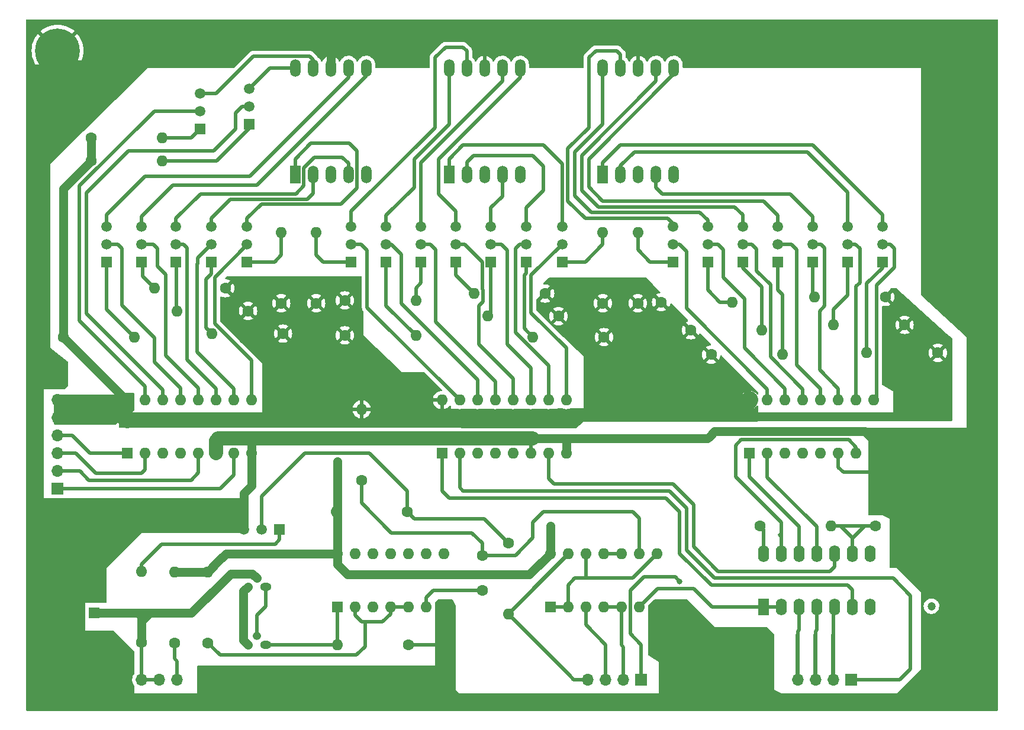
<source format=gbr>
%TF.GenerationSoftware,KiCad,Pcbnew,(6.0.4-0)*%
%TF.CreationDate,2024-05-14T12:27:25+10:00*%
%TF.ProjectId,Octal display,4f637461-6c20-4646-9973-706c61792e6b,rev?*%
%TF.SameCoordinates,Original*%
%TF.FileFunction,Copper,L2,Bot*%
%TF.FilePolarity,Positive*%
%FSLAX46Y46*%
G04 Gerber Fmt 4.6, Leading zero omitted, Abs format (unit mm)*
G04 Created by KiCad (PCBNEW (6.0.4-0)) date 2024-05-14 12:27:25*
%MOMM*%
%LPD*%
G01*
G04 APERTURE LIST*
%TA.AperFunction,ComponentPad*%
%ADD10R,1.500000X1.500000*%
%TD*%
%TA.AperFunction,ComponentPad*%
%ADD11C,1.500000*%
%TD*%
%TA.AperFunction,ComponentPad*%
%ADD12R,1.524000X2.524000*%
%TD*%
%TA.AperFunction,ComponentPad*%
%ADD13O,1.524000X2.524000*%
%TD*%
%TA.AperFunction,ComponentPad*%
%ADD14R,1.600000X1.600000*%
%TD*%
%TA.AperFunction,ComponentPad*%
%ADD15O,1.600000X1.600000*%
%TD*%
%TA.AperFunction,ComponentPad*%
%ADD16R,1.600000X2.400000*%
%TD*%
%TA.AperFunction,ComponentPad*%
%ADD17O,1.600000X2.400000*%
%TD*%
%TA.AperFunction,ComponentPad*%
%ADD18C,1.600000*%
%TD*%
%TA.AperFunction,ComponentPad*%
%ADD19C,6.400000*%
%TD*%
%TA.AperFunction,ComponentPad*%
%ADD20C,0.800000*%
%TD*%
%TA.AperFunction,ComponentPad*%
%ADD21O,1.600000X1.200000*%
%TD*%
%TA.AperFunction,ComponentPad*%
%ADD22O,1.200000X1.200000*%
%TD*%
%TA.AperFunction,ComponentPad*%
%ADD23R,1.700000X1.700000*%
%TD*%
%TA.AperFunction,ComponentPad*%
%ADD24O,1.700000X1.700000*%
%TD*%
%TA.AperFunction,ViaPad*%
%ADD25C,1.200000*%
%TD*%
%TA.AperFunction,ViaPad*%
%ADD26C,0.800000*%
%TD*%
%TA.AperFunction,Conductor*%
%ADD27C,0.500000*%
%TD*%
%TA.AperFunction,Conductor*%
%ADD28C,1.250000*%
%TD*%
%TA.AperFunction,Conductor*%
%ADD29C,2.000000*%
%TD*%
%TA.AperFunction,Conductor*%
%ADD30C,2.500000*%
%TD*%
G04 APERTURE END LIST*
D10*
%TO.P,Q7,1,C*%
%TO.N,Net-(Q7-Pad1)*%
X82385000Y-65545000D03*
D11*
%TO.P,Q7,2,B*%
%TO.N,Net-(Q7-Pad2)*%
X82385000Y-63005000D03*
%TO.P,Q7,3,E*%
%TO.N,Net-(AFF1-Pad10)*%
X82385000Y-60465000D03*
%TD*%
D10*
%TO.P,Q3,1,C*%
%TO.N,Net-(Q3-Pad1)*%
X71950000Y-85230000D03*
D11*
%TO.P,Q3,2,B*%
%TO.N,Net-(Q3-Pad2)*%
X71950000Y-82690000D03*
%TO.P,Q3,3,E*%
%TO.N,Net-(AFF1-Pad4)*%
X71950000Y-80150000D03*
%TD*%
D10*
%TO.P,Q11,1,C*%
%TO.N,Net-(Q11-Pad1)*%
X122000000Y-85230000D03*
D11*
%TO.P,Q11,2,B*%
%TO.N,Net-(Q11-Pad2)*%
X122000000Y-82690000D03*
%TO.P,Q11,3,E*%
%TO.N,Net-(AFF2-Pad2)*%
X122000000Y-80150000D03*
%TD*%
D10*
%TO.P,Q10,1,C*%
%TO.N,Net-(Q10-Pad1)*%
X117000000Y-85230000D03*
D11*
%TO.P,Q10,2,B*%
%TO.N,Net-(Q10-Pad2)*%
X117000000Y-82690000D03*
%TO.P,Q10,3,E*%
%TO.N,Net-(AFF2-Pad4)*%
X117000000Y-80150000D03*
%TD*%
D10*
%TO.P,Q21,1,C*%
%TO.N,Net-(Q21-Pad1)*%
X148000000Y-85230000D03*
D11*
%TO.P,Q21,2,B*%
%TO.N,Net-(Q21-Pad2)*%
X148000000Y-82690000D03*
%TO.P,Q21,3,E*%
%TO.N,Net-(AFF3-Pad10)*%
X148000000Y-80150000D03*
%TD*%
D10*
%TO.P,Q1,1,C*%
%TO.N,Net-(Q1-Pad1)*%
X62000000Y-85230000D03*
D11*
%TO.P,Q1,2,B*%
%TO.N,Net-(Q1-Pad2)*%
X62000000Y-82690000D03*
%TO.P,Q1,3,E*%
%TO.N,Net-(AFF1-Pad7)*%
X62000000Y-80150000D03*
%TD*%
D10*
%TO.P,Q20,1,C*%
%TO.N,Net-(Q20-Pad1)*%
X143000000Y-85230000D03*
D11*
%TO.P,Q20,2,B*%
%TO.N,Net-(Q20-Pad2)*%
X143000000Y-82690000D03*
%TO.P,Q20,3,E*%
%TO.N,Net-(AFF3-Pad9)*%
X143000000Y-80150000D03*
%TD*%
D10*
%TO.P,Q18,1,C*%
%TO.N,Net-(Q18-Pad1)*%
X168000000Y-85230000D03*
D11*
%TO.P,Q18,2,B*%
%TO.N,Net-(Q18-Pad2)*%
X168000000Y-82690000D03*
%TO.P,Q18,3,E*%
%TO.N,Net-(AFF3-Pad2)*%
X168000000Y-80150000D03*
%TD*%
D10*
%TO.P,Q5,1,C*%
%TO.N,Net-(Q5-Pad1)*%
X82110000Y-85230000D03*
D11*
%TO.P,Q5,2,B*%
%TO.N,Net-(Q5-Pad2)*%
X82110000Y-82690000D03*
%TO.P,Q5,3,E*%
%TO.N,Net-(AFF1-Pad1)*%
X82110000Y-80150000D03*
%TD*%
D10*
%TO.P,Q9,1,C*%
%TO.N,Net-(Q9-Pad1)*%
X112000000Y-85230000D03*
D11*
%TO.P,Q9,2,B*%
%TO.N,Net-(Q9-Pad2)*%
X112000000Y-82690000D03*
%TO.P,Q9,3,E*%
%TO.N,Net-(AFF2-Pad6)*%
X112000000Y-80150000D03*
%TD*%
D10*
%TO.P,Q4,1,C*%
%TO.N,Net-(Q4-Pad1)*%
X77000000Y-85230000D03*
D11*
%TO.P,Q4,2,B*%
%TO.N,Net-(Q4-Pad2)*%
X77000000Y-82690000D03*
%TO.P,Q4,3,E*%
%TO.N,Net-(AFF1-Pad2)*%
X77000000Y-80150000D03*
%TD*%
D10*
%TO.P,Q6,1,C*%
%TO.N,Net-(Q6-Pad1)*%
X75400000Y-66180000D03*
D11*
%TO.P,Q6,2,B*%
%TO.N,Net-(Q6-Pad2)*%
X75400000Y-63640000D03*
%TO.P,Q6,3,E*%
%TO.N,Net-(AFF1-Pad9)*%
X75400000Y-61100000D03*
%TD*%
D10*
%TO.P,Q12,1,C*%
%TO.N,Net-(Q12-Pad1)*%
X127195000Y-85230000D03*
D11*
%TO.P,Q12,2,B*%
%TO.N,Net-(Q12-Pad2)*%
X127195000Y-82690000D03*
%TO.P,Q12,3,E*%
%TO.N,Net-(AFF2-Pad1)*%
X127195000Y-80150000D03*
%TD*%
D10*
%TO.P,Q14,1,C*%
%TO.N,Net-(Q14-Pad1)*%
X102000000Y-85230000D03*
D11*
%TO.P,Q14,2,B*%
%TO.N,Net-(Q14-Pad2)*%
X102000000Y-82690000D03*
%TO.P,Q14,3,E*%
%TO.N,Net-(AFF2-Pad10)*%
X102000000Y-80150000D03*
%TD*%
D10*
%TO.P,Q13,1,C*%
%TO.N,Net-(Q13-Pad1)*%
X97000000Y-85230000D03*
D11*
%TO.P,Q13,2,B*%
%TO.N,Net-(Q13-Pad2)*%
X97000000Y-82690000D03*
%TO.P,Q13,3,E*%
%TO.N,Net-(AFF2-Pad9)*%
X97000000Y-80150000D03*
%TD*%
D10*
%TO.P,Q8,1,C*%
%TO.N,Net-(Q8-Pad1)*%
X107000000Y-85230000D03*
D11*
%TO.P,Q8,2,B*%
%TO.N,Net-(Q8-Pad2)*%
X107000000Y-82690000D03*
%TO.P,Q8,3,E*%
%TO.N,Net-(AFF2-Pad7)*%
X107000000Y-80150000D03*
%TD*%
D10*
%TO.P,Q17,1,C*%
%TO.N,Net-(Q17-Pad1)*%
X163030000Y-85230000D03*
D11*
%TO.P,Q17,2,B*%
%TO.N,Net-(Q17-Pad2)*%
X163030000Y-82690000D03*
%TO.P,Q17,3,E*%
%TO.N,Net-(AFF3-Pad4)*%
X163030000Y-80150000D03*
%TD*%
D10*
%TO.P,Q16,1,C*%
%TO.N,Net-(Q16-Pad1)*%
X158000000Y-85230000D03*
D11*
%TO.P,Q16,2,B*%
%TO.N,Net-(Q16-Pad2)*%
X158000000Y-82690000D03*
%TO.P,Q16,3,E*%
%TO.N,Net-(AFF3-Pad6)*%
X158000000Y-80150000D03*
%TD*%
D10*
%TO.P,Q15,1,C*%
%TO.N,Net-(Q15-Pad1)*%
X153000000Y-85230000D03*
D11*
%TO.P,Q15,2,B*%
%TO.N,Net-(Q15-Pad2)*%
X153000000Y-82690000D03*
%TO.P,Q15,3,E*%
%TO.N,Net-(AFF3-Pad7)*%
X153000000Y-80150000D03*
%TD*%
D10*
%TO.P,Q2,1,C*%
%TO.N,Net-(Q2-Pad1)*%
X67000000Y-85230000D03*
D11*
%TO.P,Q2,2,B*%
%TO.N,Net-(Q2-Pad2)*%
X67000000Y-82690000D03*
%TO.P,Q2,3,E*%
%TO.N,Net-(AFF1-Pad6)*%
X67000000Y-80150000D03*
%TD*%
D10*
%TO.P,Q19,1,C*%
%TO.N,Net-(Q19-Pad1)*%
X173000000Y-85230000D03*
D11*
%TO.P,Q19,2,B*%
%TO.N,Net-(Q19-Pad2)*%
X173000000Y-82690000D03*
%TO.P,Q19,3,E*%
%TO.N,Net-(AFF3-Pad1)*%
X173000000Y-80150000D03*
%TD*%
D12*
%TO.P,AFF1,1,e*%
%TO.N,Net-(AFF1-Pad1)*%
X89000000Y-72740000D03*
D13*
%TO.P,AFF1,2,d*%
%TO.N,Net-(AFF1-Pad2)*%
X91540000Y-72740000D03*
%TO.P,AFF1,3,C.K.*%
%TO.N,GND*%
X94080000Y-72740000D03*
%TO.P,AFF1,4,c*%
%TO.N,Net-(AFF1-Pad4)*%
X96620000Y-72740000D03*
%TO.P,AFF1,5,DP*%
%TO.N,unconnected-(AFF1-Pad5)*%
X99160000Y-72740000D03*
%TO.P,AFF1,6,b*%
%TO.N,Net-(AFF1-Pad6)*%
X99160000Y-57500000D03*
%TO.P,AFF1,7,a*%
%TO.N,Net-(AFF1-Pad7)*%
X96620000Y-57500000D03*
%TO.P,AFF1,8,C.K.*%
%TO.N,GND*%
X94080000Y-57500000D03*
%TO.P,AFF1,9,f*%
%TO.N,Net-(AFF1-Pad9)*%
X91540000Y-57500000D03*
%TO.P,AFF1,10,g*%
%TO.N,Net-(AFF1-Pad10)*%
X89000000Y-57500000D03*
%TD*%
D12*
%TO.P,AFF2,1,e*%
%TO.N,Net-(AFF2-Pad1)*%
X111000000Y-72740000D03*
D13*
%TO.P,AFF2,2,d*%
%TO.N,Net-(AFF2-Pad2)*%
X113540000Y-72740000D03*
%TO.P,AFF2,3,C.K.*%
%TO.N,GND*%
X116080000Y-72740000D03*
%TO.P,AFF2,4,c*%
%TO.N,Net-(AFF2-Pad4)*%
X118620000Y-72740000D03*
%TO.P,AFF2,5,DP*%
%TO.N,unconnected-(AFF2-Pad5)*%
X121160000Y-72740000D03*
%TO.P,AFF2,6,b*%
%TO.N,Net-(AFF2-Pad6)*%
X121160000Y-57500000D03*
%TO.P,AFF2,7,a*%
%TO.N,Net-(AFF2-Pad7)*%
X118620000Y-57500000D03*
%TO.P,AFF2,8,C.K.*%
%TO.N,GND*%
X116080000Y-57500000D03*
%TO.P,AFF2,9,f*%
%TO.N,Net-(AFF2-Pad9)*%
X113540000Y-57500000D03*
%TO.P,AFF2,10,g*%
%TO.N,Net-(AFF2-Pad10)*%
X111000000Y-57500000D03*
%TD*%
D12*
%TO.P,AFF3,1,e*%
%TO.N,Net-(AFF3-Pad1)*%
X133000000Y-72740000D03*
D13*
%TO.P,AFF3,2,d*%
%TO.N,Net-(AFF3-Pad2)*%
X135540000Y-72740000D03*
%TO.P,AFF3,3,C.K.*%
%TO.N,GND*%
X138080000Y-72740000D03*
%TO.P,AFF3,4,c*%
%TO.N,Net-(AFF3-Pad4)*%
X140620000Y-72740000D03*
%TO.P,AFF3,5,DP*%
%TO.N,unconnected-(AFF3-Pad5)*%
X143160000Y-72740000D03*
%TO.P,AFF3,6,b*%
%TO.N,Net-(AFF3-Pad6)*%
X143160000Y-57500000D03*
%TO.P,AFF3,7,a*%
%TO.N,Net-(AFF3-Pad7)*%
X140620000Y-57500000D03*
%TO.P,AFF3,8,C.K.*%
%TO.N,GND*%
X138080000Y-57500000D03*
%TO.P,AFF3,9,f*%
%TO.N,Net-(AFF3-Pad9)*%
X135540000Y-57500000D03*
%TO.P,AFF3,10,g*%
%TO.N,Net-(AFF3-Pad10)*%
X133000000Y-57500000D03*
%TD*%
D14*
%TO.P,U4,1,B*%
%TO.N,QG*%
X154000000Y-112620000D03*
D15*
%TO.P,U4,2,C*%
%TO.N,QF*%
X156540000Y-112620000D03*
%TO.P,U4,3,LT*%
%TO.N,unconnected-(U4-Pad3)*%
X159080000Y-112620000D03*
%TO.P,U4,4,BI/~{RBO}*%
%TO.N,unconnected-(U4-Pad4)*%
X161620000Y-112620000D03*
%TO.P,U4,5,RBI*%
%TO.N,Net-(U3-Pad4)*%
X164160000Y-112620000D03*
%TO.P,U4,6,D*%
%TO.N,GND*%
X166700000Y-112620000D03*
%TO.P,U4,7,A*%
%TO.N,QH*%
X169240000Y-112620000D03*
%TO.P,U4,8,GND*%
%TO.N,GND*%
X171780000Y-112620000D03*
%TO.P,U4,9,e*%
%TO.N,Net-(Q19-Pad2)*%
X171780000Y-105000000D03*
%TO.P,U4,10,d*%
%TO.N,Net-(Q18-Pad2)*%
X169240000Y-105000000D03*
%TO.P,U4,11,c*%
%TO.N,Net-(Q17-Pad2)*%
X166700000Y-105000000D03*
%TO.P,U4,12,b*%
%TO.N,Net-(Q16-Pad2)*%
X164160000Y-105000000D03*
%TO.P,U4,13,a*%
%TO.N,Net-(Q15-Pad2)*%
X161620000Y-105000000D03*
%TO.P,U4,14,g*%
%TO.N,Net-(Q21-Pad2)*%
X159080000Y-105000000D03*
%TO.P,U4,15,f*%
%TO.N,Net-(Q20-Pad2)*%
X156540000Y-105000000D03*
%TO.P,U4,16,VCC*%
%TO.N,+5V*%
X154000000Y-105000000D03*
%TD*%
D14*
%TO.P,U3,1,B*%
%TO.N,QD*%
X110000000Y-112620000D03*
D15*
%TO.P,U3,2,C*%
%TO.N,A2B*%
X112540000Y-112620000D03*
%TO.P,U3,3,LT*%
%TO.N,unconnected-(U3-Pad3)*%
X115080000Y-112620000D03*
%TO.P,U3,4,BI/~{RBO}*%
%TO.N,Net-(U3-Pad4)*%
X117620000Y-112620000D03*
%TO.P,U3,5,RBI*%
%TO.N,Net-(U2-Pad4)*%
X120160000Y-112620000D03*
%TO.P,U3,6,D*%
%TO.N,GND*%
X122700000Y-112620000D03*
%TO.P,U3,7,A*%
%TO.N,QE*%
X125240000Y-112620000D03*
%TO.P,U3,8,GND*%
%TO.N,GND*%
X127780000Y-112620000D03*
%TO.P,U3,9,e*%
%TO.N,Net-(Q12-Pad2)*%
X127780000Y-105000000D03*
%TO.P,U3,10,d*%
%TO.N,Net-(Q11-Pad2)*%
X125240000Y-105000000D03*
%TO.P,U3,11,c*%
%TO.N,Net-(Q10-Pad2)*%
X122700000Y-105000000D03*
%TO.P,U3,12,b*%
%TO.N,Net-(Q9-Pad2)*%
X120160000Y-105000000D03*
%TO.P,U3,13,a*%
%TO.N,Net-(Q8-Pad2)*%
X117620000Y-105000000D03*
%TO.P,U3,14,g*%
%TO.N,Net-(Q14-Pad2)*%
X115080000Y-105000000D03*
%TO.P,U3,15,f*%
%TO.N,Net-(Q13-Pad2)*%
X112540000Y-105000000D03*
%TO.P,U3,16,VCC*%
%TO.N,+5V*%
X110000000Y-105000000D03*
%TD*%
D16*
%TO.P,U1,1,A*%
%TO.N,Net-(U1-Pad1)*%
X156000000Y-134620000D03*
D17*
%TO.P,U1,2,B*%
X158540000Y-134620000D03*
%TO.P,U1,3,Qa*%
%TO.N,OH*%
X161080000Y-134620000D03*
%TO.P,U1,4,Qb*%
%TO.N,OG*%
X163620000Y-134620000D03*
%TO.P,U1,5,Qc*%
%TO.N,OF*%
X166160000Y-134620000D03*
%TO.P,U1,6,Qd*%
%TO.N,QD*%
X168700000Y-134620000D03*
%TO.P,U1,7,Vss*%
%TO.N,Vss*%
X171240000Y-134620000D03*
%TO.P,U1,8,CK*%
%TO.N,~{CLOCK}*%
X171240000Y-127000000D03*
%TO.P,U1,9,~{R}*%
%TO.N,Net-(C1-Pad1)*%
X168700000Y-127000000D03*
%TO.P,U1,10,Qe*%
%TO.N,QE*%
X166160000Y-127000000D03*
%TO.P,U1,11,Qf*%
%TO.N,QF*%
X163620000Y-127000000D03*
%TO.P,U1,12,Qg*%
%TO.N,QG*%
X161080000Y-127000000D03*
%TO.P,U1,13,Qh*%
%TO.N,QH*%
X158540000Y-127000000D03*
%TO.P,U1,14,Vdd*%
%TO.N,+5V*%
X156000000Y-127000000D03*
%TD*%
D18*
%TO.P,R21,1*%
%TO.N,+5V*%
X141340000Y-91000000D03*
D15*
%TO.P,R21,2*%
%TO.N,Net-(Q21-Pad1)*%
X151500000Y-91000000D03*
%TD*%
D18*
%TO.P,R13,1*%
%TO.N,+5V*%
X92000000Y-91160000D03*
D15*
%TO.P,R13,2*%
%TO.N,Net-(Q13-Pad1)*%
X92000000Y-81000000D03*
%TD*%
D18*
%TO.P,R8,1*%
%TO.N,+5V*%
X96090000Y-90750000D03*
D15*
%TO.P,R8,2*%
%TO.N,Net-(Q8-Pad1)*%
X106250000Y-90750000D03*
%TD*%
D18*
%TO.P,R14,1*%
%TO.N,+5V*%
X96090000Y-95750000D03*
D15*
%TO.P,R14,2*%
%TO.N,Net-(Q14-Pad1)*%
X106250000Y-95750000D03*
%TD*%
D18*
%TO.P,R10,1*%
%TO.N,+5V*%
X126660000Y-93000000D03*
D15*
%TO.P,R10,2*%
%TO.N,Net-(Q10-Pad1)*%
X116500000Y-93000000D03*
%TD*%
D18*
%TO.P,R9,1*%
%TO.N,+5V*%
X124750000Y-89750000D03*
D15*
%TO.P,R9,2*%
%TO.N,Net-(Q9-Pad1)*%
X114590000Y-89750000D03*
%TD*%
D18*
%TO.P,R20,1*%
%TO.N,+5V*%
X138000000Y-91160000D03*
D15*
%TO.P,R20,2*%
%TO.N,Net-(Q20-Pad1)*%
X138000000Y-81000000D03*
%TD*%
D18*
%TO.P,R19,1*%
%TO.N,+5V*%
X180910000Y-98250000D03*
D15*
%TO.P,R19,2*%
%TO.N,Net-(Q19-Pad1)*%
X170750000Y-98250000D03*
%TD*%
D18*
%TO.P,R18,1*%
%TO.N,+5V*%
X176160000Y-94250000D03*
D15*
%TO.P,R18,2*%
%TO.N,Net-(Q18-Pad1)*%
X166000000Y-94250000D03*
%TD*%
D18*
%TO.P,R17,1*%
%TO.N,+5V*%
X173410000Y-90250000D03*
D15*
%TO.P,R17,2*%
%TO.N,Net-(Q17-Pad1)*%
X163250000Y-90250000D03*
%TD*%
D18*
%TO.P,R7,1*%
%TO.N,+5V*%
X59840000Y-70750000D03*
D15*
%TO.P,R7,2*%
%TO.N,Net-(Q7-Pad1)*%
X70000000Y-70750000D03*
%TD*%
D18*
%TO.P,R15,1*%
%TO.N,+5V*%
X145590000Y-95000000D03*
D15*
%TO.P,R15,2*%
%TO.N,Net-(Q15-Pad1)*%
X155750000Y-95000000D03*
%TD*%
D18*
%TO.P,R12,1*%
%TO.N,+5V*%
X133000000Y-91160000D03*
D15*
%TO.P,R12,2*%
%TO.N,Net-(Q12-Pad1)*%
X133000000Y-81000000D03*
%TD*%
D18*
%TO.P,R6,1*%
%TO.N,+5V*%
X59840000Y-67500000D03*
D15*
%TO.P,R6,2*%
%TO.N,Net-(Q6-Pad1)*%
X70000000Y-67500000D03*
%TD*%
D18*
%TO.P,R5,1*%
%TO.N,+5V*%
X87000000Y-91160000D03*
D15*
%TO.P,R5,2*%
%TO.N,Net-(Q5-Pad1)*%
X87000000Y-81000000D03*
%TD*%
D18*
%TO.P,R16,1*%
%TO.N,+5V*%
X148500000Y-98500000D03*
D15*
%TO.P,R16,2*%
%TO.N,Net-(Q16-Pad1)*%
X158660000Y-98500000D03*
%TD*%
D18*
%TO.P,R4,1*%
%TO.N,+5V*%
X87250000Y-95500000D03*
D15*
%TO.P,R4,2*%
%TO.N,Net-(Q4-Pad1)*%
X77090000Y-95500000D03*
%TD*%
D18*
%TO.P,R3,1*%
%TO.N,+5V*%
X82250000Y-92250000D03*
D15*
%TO.P,R3,2*%
%TO.N,Net-(Q3-Pad1)*%
X72090000Y-92250000D03*
%TD*%
D18*
%TO.P,R1,1*%
%TO.N,+5V*%
X55840000Y-96000000D03*
D15*
%TO.P,R1,2*%
%TO.N,Net-(Q1-Pad1)*%
X66000000Y-96000000D03*
%TD*%
D18*
%TO.P,R2,1*%
%TO.N,+5V*%
X79000000Y-89000000D03*
D15*
%TO.P,R2,2*%
%TO.N,Net-(Q2-Pad1)*%
X68840000Y-89000000D03*
%TD*%
D18*
%TO.P,R11,1*%
%TO.N,+5V*%
X133160000Y-96000000D03*
D15*
%TO.P,R11,2*%
%TO.N,Net-(Q11-Pad1)*%
X123000000Y-96000000D03*
%TD*%
D14*
%TO.P,U2,1,B*%
%TO.N,A1C*%
X65000000Y-112620000D03*
D15*
%TO.P,U2,2,C*%
%TO.N,A2C*%
X67540000Y-112620000D03*
%TO.P,U2,3,LT*%
%TO.N,unconnected-(U2-Pad3)*%
X70080000Y-112620000D03*
%TO.P,U2,4,BI/~{RBO}*%
%TO.N,Net-(U2-Pad4)*%
X72620000Y-112620000D03*
%TO.P,U2,5,RBI*%
%TO.N,~{RBI}*%
X75160000Y-112620000D03*
%TO.P,U2,6,D*%
%TO.N,GND*%
X77700000Y-112620000D03*
%TO.P,U2,7,A*%
%TO.N,A0C*%
X80240000Y-112620000D03*
%TO.P,U2,8,GND*%
%TO.N,GND*%
X82780000Y-112620000D03*
%TO.P,U2,9,e*%
%TO.N,Net-(Q5-Pad2)*%
X82780000Y-105000000D03*
%TO.P,U2,10,d*%
%TO.N,Net-(Q4-Pad2)*%
X80240000Y-105000000D03*
%TO.P,U2,11,c*%
%TO.N,Net-(Q3-Pad2)*%
X77700000Y-105000000D03*
%TO.P,U2,12,b*%
%TO.N,Net-(Q2-Pad2)*%
X75160000Y-105000000D03*
%TO.P,U2,13,a*%
%TO.N,Net-(Q1-Pad2)*%
X72620000Y-105000000D03*
%TO.P,U2,14,g*%
%TO.N,Net-(Q7-Pad2)*%
X70080000Y-105000000D03*
%TO.P,U2,15,f*%
%TO.N,Net-(Q6-Pad2)*%
X67540000Y-105000000D03*
%TO.P,U2,16,VCC*%
%TO.N,+5V*%
X65000000Y-105000000D03*
%TD*%
D19*
%TO.P,H1,1,1*%
%TO.N,GND*%
X55000000Y-55000000D03*
D20*
X53302944Y-56697056D03*
X55000000Y-52600000D03*
X56697056Y-53302944D03*
X55000000Y-57400000D03*
X57400000Y-55000000D03*
X56697056Y-56697056D03*
X52600000Y-55000000D03*
X53302944Y-53302944D03*
%TD*%
%TO.P,H2,1,1*%
%TO.N,GND*%
X183302944Y-53302944D03*
X185000000Y-52600000D03*
X183302944Y-56697056D03*
D19*
X185000000Y-55000000D03*
D20*
X186697056Y-53302944D03*
X187400000Y-55000000D03*
X186697056Y-56697056D03*
X182600000Y-55000000D03*
X185000000Y-57400000D03*
%TD*%
%TO.P,H3,1,1*%
%TO.N,GND*%
X182600000Y-145000000D03*
X185000000Y-147400000D03*
D19*
X185000000Y-145000000D03*
D20*
X187400000Y-145000000D03*
X183302944Y-146697056D03*
X185000000Y-142600000D03*
X186697056Y-146697056D03*
X183302944Y-143302944D03*
X186697056Y-143302944D03*
%TD*%
%TO.P,H4,1,1*%
%TO.N,GND*%
X56697056Y-146697056D03*
X56697056Y-143302944D03*
X55000000Y-147400000D03*
X52600000Y-145000000D03*
D19*
X55000000Y-145000000D03*
D20*
X55000000Y-142600000D03*
X57400000Y-145000000D03*
X53302944Y-143302944D03*
X53302944Y-146697056D03*
%TD*%
D18*
%TO.P,C1,1*%
%TO.N,Net-(C1-Pad1)*%
X172000000Y-123000000D03*
%TO.P,C1,2*%
%TO.N,GND*%
X177000000Y-123000000D03*
%TD*%
%TO.P,R22,1*%
%TO.N,+5V*%
X155500000Y-123000000D03*
D15*
%TO.P,R22,2*%
%TO.N,Net-(C1-Pad1)*%
X165660000Y-123000000D03*
%TD*%
D14*
%TO.P,U5,1*%
%TO.N,Net-(U5-Pad1)*%
X125500000Y-134620000D03*
D15*
%TO.P,U5,2*%
X128040000Y-134620000D03*
%TO.P,U5,3*%
%TO.N,~{FLAG}*%
X130580000Y-134620000D03*
%TO.P,U5,4*%
%TO.N,~{DATA}*%
X133120000Y-134620000D03*
%TO.P,U5,5*%
X135660000Y-134620000D03*
%TO.P,U5,6*%
%TO.N,Net-(U1-Pad1)*%
X138200000Y-134620000D03*
%TO.P,U5,7,GND*%
%TO.N,GND*%
X140740000Y-134620000D03*
%TO.P,U5,8*%
%TO.N,Net-(U5-Pad1)*%
X140740000Y-127000000D03*
%TO.P,U5,9*%
%TO.N,Net-(C2-Pad2)*%
X138200000Y-127000000D03*
%TO.P,U5,10*%
%TO.N,Net-(U5-Pad10)*%
X135660000Y-127000000D03*
%TO.P,U5,11*%
X133120000Y-127000000D03*
%TO.P,U5,12*%
%TO.N,Net-(U5-Pad1)*%
X130580000Y-127000000D03*
%TO.P,U5,13*%
%TO.N,~{RESET_FLAG}*%
X128040000Y-127000000D03*
%TO.P,U5,14,VCC*%
%TO.N,+5V*%
X125500000Y-127000000D03*
%TD*%
D18*
%TO.P,R23,1*%
%TO.N,Net-(D1-Pad2)*%
X119500000Y-125500000D03*
D15*
%TO.P,R23,2*%
%TO.N,~{RESET_FLAG}*%
X119500000Y-135660000D03*
%TD*%
D18*
%TO.P,R24,1*%
%TO.N,Net-(D1-Pad2)*%
X105000000Y-121000000D03*
D15*
%TO.P,R24,2*%
%TO.N,+5V*%
X94840000Y-121000000D03*
%TD*%
D18*
%TO.P,R25,1*%
%TO.N,Net-(R25-Pad1)*%
X76500000Y-139750000D03*
D15*
%TO.P,R25,2*%
%TO.N,+5V*%
X76500000Y-129590000D03*
%TD*%
D18*
%TO.P,R26,1*%
%TO.N,GND*%
X105160000Y-140000000D03*
D15*
%TO.P,R26,2*%
%TO.N,Net-(Q24-Pad1)*%
X95000000Y-140000000D03*
%TD*%
D18*
%TO.P,R27,1*%
%TO.N,Net-(C2-Pad2)*%
X98500000Y-116500000D03*
D15*
%TO.P,R27,2*%
%TO.N,+5V*%
X98500000Y-106340000D03*
%TD*%
D14*
%TO.P,U6,1*%
%TO.N,Net-(Q24-Pad1)*%
X95000000Y-134620000D03*
D15*
%TO.P,U6,2*%
%TO.N,Net-(R25-Pad1)*%
X97540000Y-134620000D03*
%TO.P,U6,3*%
%TO.N,N/C*%
X100080000Y-134620000D03*
%TO.P,U6,4*%
%TO.N,Net-(R25-Pad1)*%
X102620000Y-134620000D03*
%TO.P,U6,5*%
X105160000Y-134620000D03*
%TO.P,U6,6*%
%TO.N,Net-(C2-Pad1)*%
X107700000Y-134620000D03*
%TO.P,U6,7,GND*%
%TO.N,GND*%
X110240000Y-134620000D03*
%TO.P,U6,8*%
%TO.N,N/C*%
X110240000Y-127000000D03*
%TO.P,U6,9*%
X107700000Y-127000000D03*
%TO.P,U6,10*%
X105160000Y-127000000D03*
%TO.P,U6,11*%
X102620000Y-127000000D03*
%TO.P,U6,12*%
X100080000Y-127000000D03*
%TO.P,U6,13*%
X97540000Y-127000000D03*
%TO.P,U6,14,VCC*%
%TO.N,+5V*%
X95000000Y-127000000D03*
%TD*%
D10*
%TO.P,D1,1,A*%
%TO.N,Net-(D1-Pad1)*%
X86750000Y-123500000D03*
D11*
%TO.P,D1,2,G*%
%TO.N,Net-(D1-Pad2)*%
X84210000Y-123500000D03*
%TO.P,D1,3,K*%
%TO.N,GND*%
X81670000Y-123500000D03*
%TD*%
D21*
%TO.P,Q23,1,E*%
%TO.N,Net-(Q23-Pad1)*%
X84750000Y-131750000D03*
D22*
%TO.P,Q23,2,B*%
%TO.N,Pot_b*%
X83480000Y-130480000D03*
%TO.P,Q23,3,C*%
%TO.N,+5V*%
X82210000Y-131750000D03*
%TD*%
D21*
%TO.P,Q24,1,E*%
%TO.N,Net-(Q24-Pad1)*%
X84750000Y-140000000D03*
D22*
%TO.P,Q24,2,B*%
%TO.N,Net-(Q23-Pad1)*%
X83480000Y-138730000D03*
%TO.P,Q24,3,C*%
%TO.N,+5V*%
X82210000Y-140000000D03*
%TD*%
D18*
%TO.P,R28,1*%
%TO.N,Pot_t*%
X71750000Y-139750000D03*
D15*
%TO.P,R28,2*%
%TO.N,+5V*%
X71750000Y-129590000D03*
%TD*%
D18*
%TO.P,R29,1*%
%TO.N,Pot_b*%
X67000000Y-139660000D03*
D15*
%TO.P,R29,2*%
%TO.N,Net-(D1-Pad1)*%
X67000000Y-129500000D03*
%TD*%
D14*
%TO.P,C3,1*%
%TO.N,Pot_b*%
X60250000Y-135500000D03*
D18*
%TO.P,C3,2*%
%TO.N,GND*%
X60250000Y-133000000D03*
%TD*%
%TO.P,C2,1*%
%TO.N,Net-(C2-Pad1)*%
X115750000Y-132250000D03*
%TO.P,C2,2*%
%TO.N,Net-(C2-Pad2)*%
X115750000Y-127250000D03*
%TD*%
D23*
%TO.P,J3,1,Pin_1*%
%TO.N,~{CLOCK}*%
X138500000Y-145000000D03*
D24*
%TO.P,J3,2,Pin_2*%
%TO.N,~{DATA}*%
X135960000Y-145000000D03*
%TO.P,J3,3,Pin_3*%
%TO.N,~{FLAG}*%
X133420000Y-145000000D03*
%TO.P,J3,4,Pin_4*%
%TO.N,~{RESET_FLAG}*%
X130880000Y-145000000D03*
%TD*%
D23*
%TO.P,J1,1,Pin_1*%
%TO.N,A0C*%
X55000000Y-117700000D03*
D24*
%TO.P,J1,2,Pin_2*%
%TO.N,~{RBI}*%
X55000000Y-115160000D03*
%TO.P,J1,3,Pin_3*%
%TO.N,A2C*%
X55000000Y-112620000D03*
%TO.P,J1,4,Pin_4*%
%TO.N,A1C*%
X55000000Y-110080000D03*
%TO.P,J1,5,Pin_5*%
%TO.N,+5V*%
X55000000Y-107540000D03*
%TO.P,J1,6,Pin_6*%
X55000000Y-105000000D03*
%TO.P,J1,7,Pin_7*%
%TO.N,GND*%
X55000000Y-102460000D03*
%TO.P,J1,8,Pin_8*%
X55000000Y-99920000D03*
%TD*%
D23*
%TO.P,J2,1,Pin_1*%
%TO.N,A2B*%
X168500000Y-145000000D03*
D24*
%TO.P,J2,2,Pin_2*%
%TO.N,OF*%
X165960000Y-145000000D03*
%TO.P,J2,3,Pin_3*%
%TO.N,OG*%
X163420000Y-145000000D03*
%TO.P,J2,4,Pin_4*%
%TO.N,OH*%
X160880000Y-145000000D03*
%TD*%
D23*
%TO.P,J4,1,Pin_1*%
%TO.N,GND*%
X64500000Y-145000000D03*
D24*
%TO.P,J4,2,Pin_2*%
%TO.N,Pot_b*%
X67040000Y-145000000D03*
%TO.P,J4,3,Pin_3*%
X69580000Y-145000000D03*
%TO.P,J4,4,Pin_4*%
%TO.N,Pot_t*%
X72120000Y-145000000D03*
%TD*%
D25*
%TO.N,+5V*%
X95000000Y-105500000D03*
X95000000Y-113750000D03*
X125500000Y-123000000D03*
%TO.N,Vss*%
X180000000Y-134500000D03*
D26*
%TO.N,~{CLOCK}*%
X143980000Y-130950000D03*
%TD*%
D27*
%TO.N,Net-(AFF1-Pad9)*%
X91540000Y-57500000D02*
X91540000Y-56290000D01*
X91540000Y-56290000D02*
X91037990Y-55787990D01*
X91037990Y-55787990D02*
X82998010Y-55787990D01*
X82998010Y-55787990D02*
X77686000Y-61100000D01*
X77686000Y-61100000D02*
X75400000Y-61100000D01*
%TO.N,Net-(AFF1-Pad10)*%
X89000000Y-57500000D02*
X85350000Y-57500000D01*
X85350000Y-57500000D02*
X82385000Y-60465000D01*
%TO.N,Net-(Q7-Pad2)*%
X82385000Y-63005000D02*
X81369000Y-63005000D01*
X70080000Y-103580000D02*
X70080000Y-105000000D01*
X77305000Y-69355000D02*
X65145000Y-69355000D01*
X80480000Y-63894000D02*
X80480000Y-66180000D01*
X80480000Y-66180000D02*
X77305000Y-69355000D01*
X81369000Y-63005000D02*
X80480000Y-63894000D01*
X65145000Y-69355000D02*
X59125000Y-75375000D01*
X59125000Y-75375000D02*
X59125000Y-92625000D01*
X59125000Y-92625000D02*
X70080000Y-103580000D01*
%TO.N,Net-(Q6-Pad2)*%
X67540000Y-105000000D02*
X67540000Y-103040000D01*
X67540000Y-103040000D02*
X58125000Y-93625000D01*
X58125000Y-74375000D02*
X68860000Y-63640000D01*
X58125000Y-93625000D02*
X58125000Y-74375000D01*
X68860000Y-63640000D02*
X75400000Y-63640000D01*
%TO.N,Net-(Q16-Pad2)*%
X164160000Y-105000000D02*
X164160000Y-103360000D01*
X159982000Y-82690000D02*
X158000000Y-82690000D01*
X164160000Y-103360000D02*
X160750000Y-99950000D01*
X160750000Y-99950000D02*
X160750000Y-83458000D01*
X160750000Y-83458000D02*
X159982000Y-82690000D01*
%TO.N,Net-(Q17-Pad2)*%
X166700000Y-105000000D02*
X166700000Y-103400000D01*
X166700000Y-103400000D02*
X164000000Y-100700000D01*
X164000000Y-100700000D02*
X164000000Y-92249998D01*
X164749999Y-91499999D02*
X164749999Y-83266999D01*
X164000000Y-92249998D02*
X164749999Y-91499999D01*
X164749999Y-83266999D02*
X164173000Y-82690000D01*
X164173000Y-82690000D02*
X163030000Y-82690000D01*
%TO.N,Net-(Q18-Pad2)*%
X169240000Y-105000000D02*
X169240000Y-88760000D01*
X169750000Y-88250000D02*
X169750000Y-83314000D01*
X169240000Y-88760000D02*
X169750000Y-88250000D01*
X169750000Y-83314000D02*
X169126000Y-82690000D01*
X169126000Y-82690000D02*
X168000000Y-82690000D01*
%TO.N,Net-(Q19-Pad2)*%
X171780000Y-105000000D02*
X172159999Y-104620001D01*
X172159999Y-104620001D02*
X172159999Y-88590001D01*
X174714000Y-83325000D02*
X174079000Y-82690000D01*
X174079000Y-82690000D02*
X173000000Y-82690000D01*
X172159999Y-88590001D02*
X174714000Y-86036000D01*
X174714000Y-86036000D02*
X174714000Y-83325000D01*
%TO.N,Net-(AFF3-Pad1)*%
X133000000Y-72740000D02*
X133000000Y-71000000D01*
X163000000Y-68500000D02*
X173000000Y-78500000D01*
X133000000Y-71000000D02*
X135500000Y-68500000D01*
X135500000Y-68500000D02*
X163000000Y-68500000D01*
X173000000Y-78500000D02*
X173000000Y-80150000D01*
%TO.N,Net-(AFF3-Pad2)*%
X168000000Y-80150000D02*
X168000000Y-75250000D01*
X168000000Y-75250000D02*
X162250000Y-69500000D01*
X162250000Y-69500000D02*
X137500000Y-69500000D01*
X137500000Y-69500000D02*
X135540000Y-71460000D01*
X135540000Y-71460000D02*
X135540000Y-72740000D01*
%TO.N,Net-(AFF3-Pad6)*%
X158000000Y-80150000D02*
X158000000Y-78549000D01*
X158000000Y-78549000D02*
X155951000Y-76500000D01*
X131000000Y-74500000D02*
X131000000Y-70500000D01*
X155951000Y-76500000D02*
X133000000Y-76500000D01*
X133000000Y-76500000D02*
X131000000Y-74500000D01*
X131000000Y-70500000D02*
X143160000Y-58340000D01*
X143160000Y-58340000D02*
X143160000Y-57500000D01*
%TO.N,Net-(AFF3-Pad4)*%
X140620000Y-72740000D02*
X140620000Y-74620000D01*
X140620000Y-74620000D02*
X141500000Y-75500000D01*
X141500000Y-75500000D02*
X159777000Y-75500000D01*
X159777000Y-75500000D02*
X163030000Y-78753000D01*
X163030000Y-78753000D02*
X163030000Y-80150000D01*
%TO.N,Net-(Q15-Pad2)*%
X161620000Y-103420000D02*
X157000000Y-98800000D01*
X154267000Y-82690000D02*
X153000000Y-82690000D01*
X157000000Y-88500000D02*
X155000000Y-86500000D01*
X161620000Y-105000000D02*
X161620000Y-103420000D01*
X155000000Y-83423000D02*
X154267000Y-82690000D01*
X157000000Y-98800000D02*
X157000000Y-88500000D01*
X155000000Y-86500000D02*
X155000000Y-83423000D01*
%TO.N,Net-(AFF3-Pad7)*%
X153000000Y-80150000D02*
X153000000Y-78500000D01*
X153000000Y-78500000D02*
X151875000Y-77375000D01*
X151875000Y-77375000D02*
X132375000Y-77375000D01*
X132375000Y-77375000D02*
X130000000Y-75000000D01*
X130000000Y-75000000D02*
X130000000Y-70000000D01*
X130000000Y-70000000D02*
X140620000Y-59380000D01*
X140620000Y-59380000D02*
X140620000Y-57500000D01*
%TO.N,Net-(Q20-Pad2)*%
X156540000Y-105000000D02*
X156540000Y-103440000D01*
X156540000Y-103440000D02*
X145000000Y-91900000D01*
X145000000Y-91900000D02*
X145000000Y-83710000D01*
X145000000Y-83710000D02*
X143980000Y-82690000D01*
X143980000Y-82690000D02*
X143000000Y-82690000D01*
%TO.N,Net-(Q21-Pad2)*%
X159080000Y-105000000D02*
X159080000Y-103380000D01*
X159080000Y-103380000D02*
X153250000Y-97550000D01*
X149441000Y-82690000D02*
X148000000Y-82690000D01*
X153250000Y-90500000D02*
X150250000Y-87500000D01*
X150250000Y-87500000D02*
X150250000Y-83499000D01*
X153250000Y-97550000D02*
X153250000Y-90500000D01*
X150250000Y-83499000D02*
X149441000Y-82690000D01*
%TO.N,Net-(AFF3-Pad10)*%
X148000000Y-80150000D02*
X148000000Y-79250000D01*
X148000000Y-79250000D02*
X146875000Y-78125000D01*
X146875000Y-78125000D02*
X131375000Y-78125000D01*
X131375000Y-78125000D02*
X129000000Y-75750000D01*
X129000000Y-75750000D02*
X129000000Y-69500000D01*
X129000000Y-69500000D02*
X133000000Y-65500000D01*
X133000000Y-65500000D02*
X133000000Y-57500000D01*
%TO.N,Net-(AFF3-Pad9)*%
X135540000Y-57500000D02*
X135540000Y-55540000D01*
X131000000Y-66000000D02*
X128000000Y-69000000D01*
X135540000Y-55540000D02*
X135000000Y-55000000D01*
X128000000Y-69000000D02*
X128000000Y-76500000D01*
X135000000Y-55000000D02*
X132000000Y-55000000D01*
X132000000Y-55000000D02*
X131000000Y-56000000D01*
X131000000Y-56000000D02*
X131000000Y-66000000D01*
X130500000Y-79000000D02*
X142250000Y-79000000D01*
X128000000Y-76500000D02*
X130500000Y-79000000D01*
X142250000Y-79000000D02*
X143000000Y-79750000D01*
X143000000Y-79750000D02*
X143000000Y-80150000D01*
%TO.N,Net-(Q12-Pad2)*%
X127195000Y-82690000D02*
X122750000Y-87135000D01*
X127780000Y-97530000D02*
X127780000Y-105000000D01*
X122750000Y-87135000D02*
X122750000Y-92500000D01*
X122750000Y-92500000D02*
X127780000Y-97530000D01*
%TO.N,Net-(Q11-Pad2)*%
X122000000Y-82690000D02*
X121120000Y-82690000D01*
X121120000Y-82690000D02*
X120500000Y-83310000D01*
X120500000Y-83310000D02*
X120500000Y-95350002D01*
X120500000Y-95350002D02*
X125240000Y-100090002D01*
X125240000Y-100090002D02*
X125240000Y-105000000D01*
%TO.N,Net-(Q13-Pad2)*%
X112540000Y-105000000D02*
X99300000Y-91760000D01*
X99300000Y-91760000D02*
X99300000Y-83603000D01*
X99300000Y-83603000D02*
X98387000Y-82690000D01*
X98387000Y-82690000D02*
X97000000Y-82690000D01*
%TO.N,Net-(Q14-Pad2)*%
X115080000Y-105000000D02*
X115080000Y-102080000D01*
X115080000Y-102080000D02*
X104200000Y-91200000D01*
X104200000Y-91200000D02*
X104200000Y-84185000D01*
X104200000Y-84185000D02*
X102705000Y-82690000D01*
X102705000Y-82690000D02*
X102000000Y-82690000D01*
%TO.N,Net-(Q8-Pad2)*%
X107000000Y-82690000D02*
X108293000Y-82690000D01*
X108293000Y-82690000D02*
X109100000Y-83497000D01*
X109100000Y-93850000D02*
X117620000Y-102370000D01*
X109100000Y-83497000D02*
X109100000Y-93850000D01*
X117620000Y-102370000D02*
X117620000Y-105000000D01*
%TO.N,Net-(Q9-Pad2)*%
X112000000Y-82690000D02*
X113246000Y-82690000D01*
X115800489Y-85244489D02*
X115800489Y-89193413D01*
X115839511Y-90910489D02*
X115249999Y-91500001D01*
X115800489Y-89193413D02*
X115839511Y-89232435D01*
X113246000Y-82690000D02*
X115800489Y-85244489D01*
X115839511Y-89232435D02*
X115839511Y-90910489D01*
X115249999Y-91500001D02*
X115249999Y-96999999D01*
X115249999Y-96999999D02*
X120160000Y-101910000D01*
X120160000Y-101910000D02*
X120160000Y-105000000D01*
%TO.N,Net-(Q10-Pad2)*%
X117000000Y-82690000D02*
X118453000Y-82690000D01*
X119299990Y-97049990D02*
X122700000Y-100450000D01*
X118453000Y-82690000D02*
X119299990Y-83536990D01*
X119299990Y-83536990D02*
X119299990Y-97049990D01*
X122700000Y-100450000D02*
X122700000Y-105000000D01*
%TO.N,Net-(AFF2-Pad1)*%
X127195000Y-80150000D02*
X127195000Y-71195000D01*
X113000000Y-68500000D02*
X111000000Y-70500000D01*
X127195000Y-71195000D02*
X124500000Y-68500000D01*
X124500000Y-68500000D02*
X113000000Y-68500000D01*
X111000000Y-70500000D02*
X111000000Y-72740000D01*
%TO.N,Net-(AFF2-Pad2)*%
X122000000Y-77500000D02*
X124500000Y-75000000D01*
X124500000Y-75000000D02*
X124500000Y-71500000D01*
X124500000Y-71500000D02*
X123000000Y-70000000D01*
X123000000Y-70000000D02*
X114500000Y-70000000D01*
X122000000Y-80150000D02*
X122000000Y-77500000D01*
X114500000Y-70000000D02*
X113540000Y-70960000D01*
X113540000Y-70960000D02*
X113540000Y-72740000D01*
%TO.N,Net-(AFF2-Pad4)*%
X117000000Y-80150000D02*
X117000000Y-77500000D01*
X117000000Y-77500000D02*
X118620000Y-75880000D01*
X118620000Y-75880000D02*
X118620000Y-72740000D01*
%TO.N,Net-(AFF2-Pad6)*%
X112000000Y-80150000D02*
X112000000Y-78000000D01*
X121160000Y-58840000D02*
X121160000Y-57500000D01*
X112000000Y-78000000D02*
X109500000Y-75500000D01*
X109500000Y-75500000D02*
X109500000Y-70500000D01*
X109500000Y-70500000D02*
X121160000Y-58840000D01*
%TO.N,Net-(AFF2-Pad7)*%
X118620000Y-57500000D02*
X118620000Y-59380000D01*
X118620000Y-59380000D02*
X107000000Y-71000000D01*
X107000000Y-71000000D02*
X107000000Y-80150000D01*
%TO.N,Net-(AFF2-Pad10)*%
X102000000Y-80150000D02*
X102000000Y-78569000D01*
X102000000Y-78569000D02*
X106000000Y-74569000D01*
X106000000Y-74569000D02*
X106000000Y-70500000D01*
X106000000Y-70500000D02*
X111000000Y-65500000D01*
X111000000Y-65500000D02*
X111000000Y-57740010D01*
X111000000Y-57740010D02*
X111240010Y-57500000D01*
%TO.N,Net-(AFF2-Pad9)*%
X97000000Y-80150000D02*
X97000000Y-78000000D01*
X97000000Y-78000000D02*
X109000000Y-66000000D01*
X109000000Y-56000000D02*
X110500000Y-54500000D01*
X109000000Y-66000000D02*
X109000000Y-56000000D01*
X110500000Y-54500000D02*
X113000000Y-54500000D01*
X113000000Y-54500000D02*
X113540000Y-55040000D01*
X113540000Y-55040000D02*
X113540000Y-57500000D01*
%TO.N,Net-(Q4-Pad1)*%
X77000000Y-86958742D02*
X76250000Y-87708742D01*
%TO.N,Net-(Q5-Pad2)*%
X82110000Y-82838000D02*
X77500000Y-87448000D01*
%TO.N,Net-(Q4-Pad1)*%
X76250000Y-87708742D02*
X76250000Y-94660000D01*
%TO.N,Net-(Q5-Pad2)*%
X77500000Y-87448000D02*
X77500000Y-94059998D01*
X77500000Y-94059998D02*
X82780000Y-99339998D01*
X82780000Y-99339998D02*
X82780000Y-105000000D01*
X82110000Y-82690000D02*
X82110000Y-82838000D01*
%TO.N,Net-(Q4-Pad1)*%
X77000000Y-85230000D02*
X77000000Y-86958742D01*
X76250000Y-94660000D02*
X77090000Y-95500000D01*
%TO.N,Net-(Q4-Pad2)*%
X75019000Y-85540000D02*
X75019000Y-84671000D01*
X75019000Y-84671000D02*
X77000000Y-82690000D01*
%TO.N,Net-(Q1-Pad2)*%
X72620000Y-105000000D02*
X72620000Y-103320000D01*
X64250000Y-91450000D02*
X64250000Y-83351000D01*
X72620000Y-103320000D02*
X68875000Y-99575000D01*
X68875000Y-99575000D02*
X68875000Y-96075000D01*
X68875000Y-96075000D02*
X64250000Y-91450000D01*
X64250000Y-83351000D02*
X63589000Y-82690000D01*
X63589000Y-82690000D02*
X62000000Y-82690000D01*
%TO.N,Net-(Q2-Pad2)*%
X75160000Y-105000000D02*
X75160000Y-103310000D01*
X68669000Y-82690000D02*
X67000000Y-82690000D01*
X69304000Y-85844000D02*
X69304000Y-83325000D01*
X75160000Y-103310000D02*
X70505012Y-98655012D01*
X70505012Y-98655012D02*
X70505012Y-87045012D01*
X70505012Y-87045012D02*
X69304000Y-85844000D01*
X69304000Y-83325000D02*
X68669000Y-82690000D01*
%TO.N,Net-(Q3-Pad2)*%
X77700000Y-105000000D02*
X77700000Y-103400000D01*
X77700000Y-103400000D02*
X73500000Y-99200000D01*
X73500000Y-83203000D02*
X72987000Y-82690000D01*
X73500000Y-99200000D02*
X73500000Y-83203000D01*
X72987000Y-82690000D02*
X71950000Y-82690000D01*
%TO.N,Net-(AFF1-Pad1)*%
X82110000Y-80150000D02*
X82110000Y-79028000D01*
X96750000Y-68250000D02*
X91250000Y-68250000D01*
X95525000Y-76975000D02*
X97832010Y-74667990D01*
X82110000Y-79028000D02*
X84163000Y-76975000D01*
X89000000Y-70500000D02*
X89000000Y-72740000D01*
X84163000Y-76975000D02*
X95525000Y-76975000D01*
X91250000Y-68250000D02*
X89000000Y-70500000D01*
X97832010Y-74667990D02*
X97832010Y-69332010D01*
X97832010Y-69332010D02*
X96750000Y-68250000D01*
%TO.N,Net-(AFF1-Pad2)*%
X77000000Y-80150000D02*
X77000000Y-78961500D01*
X79711500Y-76250000D02*
X90750000Y-76250000D01*
X77000000Y-78961500D02*
X79711500Y-76250000D01*
X90750000Y-76250000D02*
X91540000Y-75460000D01*
X91540000Y-75460000D02*
X91540000Y-72740000D01*
%TO.N,Net-(AFF1-Pad4)*%
X96620000Y-72740000D02*
X96620000Y-71120000D01*
X71950000Y-79028000D02*
X71950000Y-80150000D01*
X96620000Y-71120000D02*
X95750000Y-70250000D01*
X89074002Y-75500000D02*
X75478000Y-75500000D01*
X95750000Y-70250000D02*
X91750000Y-70250000D01*
X91750000Y-70250000D02*
X90212001Y-71787999D01*
X90212001Y-71787999D02*
X90212001Y-74362001D01*
X90212001Y-74362001D02*
X89074002Y-75500000D01*
X75478000Y-75500000D02*
X71950000Y-79028000D01*
%TO.N,Net-(AFF1-Pad6)*%
X99160000Y-57500000D02*
X99160000Y-58590000D01*
X99160000Y-58590000D02*
X83500000Y-74250000D01*
X71500000Y-74250000D02*
X67000000Y-78750000D01*
X83500000Y-74250000D02*
X71500000Y-74250000D01*
X67000000Y-78750000D02*
X67000000Y-80150000D01*
%TO.N,Net-(AFF1-Pad7)*%
X96620000Y-57500000D02*
X96620000Y-58880000D01*
X96620000Y-58880000D02*
X82500000Y-73000000D01*
X62000000Y-78500000D02*
X62000000Y-80150000D01*
X82500000Y-73000000D02*
X67500000Y-73000000D01*
X67500000Y-73000000D02*
X62000000Y-78500000D01*
D28*
%TO.N,GND*%
X94080000Y-57500000D02*
X94080000Y-55650000D01*
X82780000Y-112620000D02*
X82780000Y-117220000D01*
D27*
X136800000Y-53100000D02*
X117600000Y-53100000D01*
D28*
X126470000Y-110530000D02*
X147970000Y-110530000D01*
D29*
X82780000Y-110530000D02*
X122970000Y-110530000D01*
D27*
X177000000Y-115500000D02*
X177000000Y-114000000D01*
D28*
X127780000Y-110780000D02*
X127530000Y-110530000D01*
D27*
X60250000Y-127750000D02*
X60250000Y-133000000D01*
X64500000Y-145000000D02*
X55000000Y-145000000D01*
D28*
X82780000Y-112620000D02*
X82780000Y-110530000D01*
X147970000Y-110530000D02*
X148250000Y-110250000D01*
D27*
X105160000Y-140000000D02*
X109500000Y-140000000D01*
D28*
X127780000Y-112620000D02*
X127780000Y-110780000D01*
D27*
X81670000Y-123500000D02*
X64500000Y-123500000D01*
D28*
X82780000Y-110530000D02*
X82750000Y-110500000D01*
X170500000Y-109500000D02*
X149000000Y-109500000D01*
D27*
X64500000Y-123500000D02*
X60250000Y-127750000D01*
X138080000Y-57500000D02*
X138080000Y-54380000D01*
D28*
X122970000Y-110530000D02*
X126470000Y-110530000D01*
D27*
X122700000Y-110800000D02*
X122970000Y-110530000D01*
X166700000Y-114600000D02*
X167400000Y-115300000D01*
X177000000Y-123000000D02*
X177000000Y-115500000D01*
D28*
X149000000Y-109500000D02*
X148250000Y-110250000D01*
X77970000Y-110530000D02*
X77700000Y-110800000D01*
D27*
X116080000Y-57500000D02*
X116080000Y-55780000D01*
D29*
X82780000Y-110530000D02*
X77970000Y-110530000D01*
D27*
X116080000Y-54620000D02*
X116080000Y-57500000D01*
X138080000Y-54380000D02*
X136800000Y-53100000D01*
X167400000Y-115300000D02*
X171100000Y-115300000D01*
D28*
X171780000Y-110590000D02*
X171720000Y-110530000D01*
D27*
X122700000Y-112620000D02*
X122700000Y-110800000D01*
X166700000Y-112620000D02*
X166700000Y-114600000D01*
X171100000Y-115300000D02*
X171780000Y-114620000D01*
X117600000Y-53100000D02*
X116080000Y-54620000D01*
D28*
X82780000Y-117220000D02*
X81670000Y-118330000D01*
D27*
X116080000Y-55780000D02*
X116200000Y-55660000D01*
D28*
X171780000Y-110590000D02*
X171590000Y-110590000D01*
X171590000Y-110590000D02*
X170500000Y-109500000D01*
X126470000Y-110530000D02*
X127530000Y-110530000D01*
D29*
X77700000Y-110800000D02*
X77700000Y-112620000D01*
D28*
X81670000Y-118330000D02*
X81670000Y-123500000D01*
D27*
X171780000Y-114620000D02*
X171780000Y-112620000D01*
D28*
X171780000Y-112620000D02*
X171780000Y-110590000D01*
D27*
%TO.N,Net-(Q4-Pad2)*%
X80240000Y-105000000D02*
X80240000Y-103340000D01*
X80240000Y-103340000D02*
X75000000Y-98100000D01*
X75000000Y-98100000D02*
X75000000Y-85540000D01*
%TO.N,+5V*%
X94750000Y-127250000D02*
X95000000Y-127000000D01*
D28*
X125500000Y-127000000D02*
X125500000Y-123000000D01*
X76500000Y-129590000D02*
X78045000Y-128045000D01*
X79090000Y-127000000D02*
X78045000Y-128045000D01*
D30*
X64740000Y-107540000D02*
X65000000Y-107800000D01*
D28*
X71750000Y-129590000D02*
X76500000Y-129590000D01*
D27*
X156000000Y-127000000D02*
X156000000Y-123500000D01*
X78840000Y-127250000D02*
X94750000Y-127250000D01*
D28*
X55840000Y-96000000D02*
X64840000Y-105000000D01*
X81610001Y-139400001D02*
X82210000Y-140000000D01*
X96500000Y-130000000D02*
X95000000Y-128500000D01*
D27*
X156000000Y-123500000D02*
X155500000Y-123000000D01*
D28*
X95000000Y-128500000D02*
X95000000Y-127000000D01*
X59840000Y-67500000D02*
X59840000Y-70750000D01*
X95000000Y-127000000D02*
X95000000Y-113750000D01*
X125500000Y-127000000D02*
X122500000Y-130000000D01*
X122500000Y-130000000D02*
X96500000Y-130000000D01*
X81610001Y-132349999D02*
X81610001Y-139400001D01*
X64840000Y-105000000D02*
X65000000Y-105000000D01*
X55840000Y-96000000D02*
X55840000Y-74750000D01*
D30*
X153800000Y-105200000D02*
X154000000Y-105000000D01*
D28*
X82210000Y-131750000D02*
X81610001Y-132349999D01*
X55840000Y-74750000D02*
X59840000Y-70750000D01*
X78045000Y-128045000D02*
X78840000Y-127250000D01*
X95000000Y-127000000D02*
X79090000Y-127000000D01*
D27*
%TO.N,Net-(U3-Pad4)*%
X164000000Y-112780000D02*
X164160000Y-112620000D01*
%TO.N,Net-(U5-Pad1)*%
X128040000Y-131460000D02*
X128040000Y-134620000D01*
X137240000Y-130500000D02*
X130500000Y-130500000D01*
X130580000Y-130420000D02*
X130500000Y-130500000D01*
X130500000Y-130500000D02*
X129000000Y-130500000D01*
X129000000Y-130500000D02*
X128040000Y-131460000D01*
X125500000Y-134620000D02*
X128040000Y-134620000D01*
X130580000Y-127000000D02*
X130580000Y-130420000D01*
X140740000Y-127000000D02*
X137240000Y-130500000D01*
%TO.N,Net-(U1-Pad1)*%
X148620000Y-134620000D02*
X146000000Y-132000000D01*
X146000000Y-132000000D02*
X140820000Y-132000000D01*
X140820000Y-132000000D02*
X138200000Y-134620000D01*
X156000000Y-134620000D02*
X148620000Y-134620000D01*
X158540000Y-134620000D02*
X156000000Y-134620000D01*
%TO.N,Net-(Q1-Pad1)*%
X62000000Y-85230000D02*
X62000000Y-92000000D01*
X62000000Y-92000000D02*
X66000000Y-96000000D01*
%TO.N,Net-(Q2-Pad1)*%
X67145000Y-85375000D02*
X67000000Y-85230000D01*
X68840000Y-89000000D02*
X67145000Y-87305000D01*
X67145000Y-87305000D02*
X67145000Y-85375000D01*
%TO.N,Net-(Q3-Pad1)*%
X72000000Y-85280000D02*
X71950000Y-85230000D01*
X72000000Y-92000000D02*
X72000000Y-85280000D01*
%TO.N,Net-(Q5-Pad1)*%
X87000000Y-81000000D02*
X87000000Y-84250000D01*
X87000000Y-84250000D02*
X86020000Y-85230000D01*
X86020000Y-85230000D02*
X82110000Y-85230000D01*
%TO.N,Net-(Q6-Pad1)*%
X70000000Y-67500000D02*
X74080000Y-67500000D01*
X74080000Y-67500000D02*
X75400000Y-66180000D01*
%TO.N,Net-(Q7-Pad1)*%
X70000000Y-70750000D02*
X77750000Y-70750000D01*
X77750000Y-70750000D02*
X82385000Y-66115000D01*
X82385000Y-66115000D02*
X82385000Y-65545000D01*
%TO.N,Net-(Q8-Pad1)*%
X107000000Y-88250000D02*
X107000000Y-85230000D01*
X106250000Y-90750000D02*
X106250000Y-89000000D01*
X106250000Y-89000000D02*
X107000000Y-88250000D01*
%TO.N,Net-(Q9-Pad1)*%
X112000000Y-87160000D02*
X114590000Y-89750000D01*
X112000000Y-85230000D02*
X112000000Y-87160000D01*
%TO.N,Net-(Q10-Pad1)*%
X117000000Y-92500000D02*
X117000000Y-85230000D01*
X116500000Y-93000000D02*
X117000000Y-92500000D01*
%TO.N,Net-(Q11-Pad1)*%
X122000000Y-86890000D02*
X122000000Y-85230000D01*
X123000000Y-96000000D02*
X121750000Y-94750000D01*
X121750000Y-94750000D02*
X121750000Y-87140000D01*
X121750000Y-87140000D02*
X122000000Y-86890000D01*
%TO.N,Net-(Q12-Pad1)*%
X133000000Y-80840000D02*
X133000000Y-82750000D01*
X130520000Y-85230000D02*
X127195000Y-85230000D01*
X133000000Y-82750000D02*
X130520000Y-85230000D01*
%TO.N,Net-(Q13-Pad1)*%
X92000000Y-84250000D02*
X92980000Y-85230000D01*
X92980000Y-85230000D02*
X97000000Y-85230000D01*
X92000000Y-80750000D02*
X92000000Y-84250000D01*
%TO.N,Net-(Q14-Pad1)*%
X102000000Y-91500000D02*
X102000000Y-85230000D01*
X106250000Y-95750000D02*
X102000000Y-91500000D01*
%TO.N,Net-(Q15-Pad1)*%
X155750000Y-88830000D02*
X153000000Y-86080000D01*
X153000000Y-86080000D02*
X153000000Y-85230000D01*
X155750000Y-95000000D02*
X155750000Y-88830000D01*
%TO.N,Net-(Q16-Pad1)*%
X158660000Y-89910000D02*
X158660000Y-98500000D01*
X158000000Y-85230000D02*
X158000000Y-89250000D01*
X158000000Y-89250000D02*
X158660000Y-89910000D01*
%TO.N,Net-(Q17-Pad1)*%
X163000000Y-85260000D02*
X163000000Y-90000000D01*
X163030000Y-85230000D02*
X163000000Y-85260000D01*
X163000000Y-90000000D02*
X163250000Y-90250000D01*
%TO.N,Net-(Q18-Pad1)*%
X168000000Y-90000000D02*
X168000000Y-85230000D01*
X166000000Y-92000000D02*
X168000000Y-90000000D01*
X166000000Y-94250000D02*
X166000000Y-92000000D01*
%TO.N,Net-(Q19-Pad1)*%
X173000000Y-86080000D02*
X173000000Y-85230000D01*
X170750000Y-88330000D02*
X173000000Y-86080000D01*
X170750000Y-98250000D02*
X170750000Y-88330000D01*
%TO.N,Net-(Q20-Pad1)*%
X138000000Y-83500000D02*
X138000000Y-81000000D01*
X143000000Y-85230000D02*
X139730000Y-85230000D01*
X139730000Y-85230000D02*
X138000000Y-83500000D01*
%TO.N,Net-(Q21-Pad1)*%
X151500000Y-91000000D02*
X149750000Y-91000000D01*
X149750000Y-91000000D02*
X148000000Y-89250000D01*
X148000000Y-89250000D02*
X148000000Y-85230000D01*
%TO.N,~{RBI}*%
X56000000Y-115160000D02*
X56840000Y-115160000D01*
X55000000Y-115160000D02*
X56840000Y-115160000D01*
X75160000Y-115440000D02*
X74100000Y-116500000D01*
X59500000Y-116500000D02*
X74100000Y-116500000D01*
X56840000Y-115160000D02*
X58160000Y-115160000D01*
X58160000Y-115160000D02*
X59500000Y-116500000D01*
X75160000Y-112620000D02*
X75160000Y-115440000D01*
%TO.N,A1C*%
X57080000Y-110080000D02*
X56000000Y-110080000D01*
X65000000Y-112620000D02*
X59620000Y-112620000D01*
X55000000Y-110080000D02*
X56920000Y-110080000D01*
X59620000Y-112620000D02*
X57080000Y-110080000D01*
%TO.N,A2C*%
X57620000Y-112620000D02*
X56380000Y-112620000D01*
X55000000Y-112620000D02*
X56380000Y-112620000D01*
X67540000Y-114960000D02*
X67000000Y-115500000D01*
X60500000Y-115500000D02*
X57620000Y-112620000D01*
X56380000Y-112620000D02*
X56000000Y-112620000D01*
X67540000Y-112620000D02*
X67540000Y-114960000D01*
X67000000Y-115500000D02*
X60500000Y-115500000D01*
%TO.N,A0C*%
X80240000Y-115760000D02*
X80240000Y-112620000D01*
X55000000Y-117700000D02*
X78300000Y-117700000D01*
X78300000Y-117700000D02*
X80240000Y-115760000D01*
%TO.N,QH*%
X158250000Y-124250000D02*
X158500000Y-124500000D01*
X152000000Y-116000000D02*
X158540000Y-122540000D01*
X158540000Y-127000000D02*
X158540000Y-124540000D01*
X152800000Y-110700000D02*
X152000000Y-111500000D01*
X158540000Y-124540000D02*
X158250000Y-124250000D01*
X168200000Y-110700000D02*
X152800000Y-110700000D01*
X169240000Y-112620000D02*
X169240000Y-111740000D01*
X158540000Y-122540000D02*
X158540000Y-127000000D01*
X152000000Y-111500000D02*
X152000000Y-116000000D01*
X169240000Y-111740000D02*
X168200000Y-110700000D01*
%TO.N,QD*%
X168700000Y-132200000D02*
X168000000Y-131500000D01*
X144000000Y-127000000D02*
X148500000Y-131500000D01*
X168000000Y-131500000D02*
X148500000Y-131500000D01*
X142000000Y-119000000D02*
X144000000Y-121000000D01*
X111000000Y-119000000D02*
X142000000Y-119000000D01*
X168700000Y-134620000D02*
X168700000Y-132200000D01*
X144000000Y-121000000D02*
X144000000Y-127000000D01*
X110000000Y-118000000D02*
X111000000Y-119000000D01*
X110000000Y-112620000D02*
X110000000Y-118000000D01*
%TO.N,QG*%
X161080000Y-123080000D02*
X154000000Y-116000000D01*
X154000000Y-116000000D02*
X154000000Y-112620000D01*
X161080000Y-127000000D02*
X161080000Y-123080000D01*
%TO.N,OF*%
X165910000Y-138620000D02*
X165910000Y-144950000D01*
X165960000Y-134820000D02*
X166160000Y-134620000D01*
X165910000Y-144950000D02*
X165960000Y-145000000D01*
X165960000Y-145000000D02*
X165960000Y-134820000D01*
%TO.N,QF*%
X163620000Y-127000000D02*
X163620000Y-123620000D01*
X163620000Y-123120000D02*
X156540000Y-116040000D01*
X156540000Y-116040000D02*
X156540000Y-112620000D01*
X163620000Y-127000000D02*
X163620000Y-123120000D01*
%TO.N,OG*%
X163370000Y-144950000D02*
X163420000Y-145000000D01*
X163620000Y-137880000D02*
X163620000Y-134620000D01*
X163420000Y-138080000D02*
X163620000Y-137880000D01*
X163370000Y-138620000D02*
X163370000Y-144950000D01*
X163420000Y-145000000D02*
X163420000Y-138080000D01*
%TO.N,QE*%
X125240000Y-116240000D02*
X125240000Y-112620000D01*
X166160000Y-127000000D02*
X166160000Y-128840000D01*
X166160000Y-128840000D02*
X165500000Y-129500000D01*
X126000000Y-117000000D02*
X125240000Y-116240000D01*
X146000000Y-120000000D02*
X143000000Y-117000000D01*
X146000000Y-126000000D02*
X146000000Y-120000000D01*
X165500000Y-129500000D02*
X149500000Y-129500000D01*
X143000000Y-117000000D02*
X126000000Y-117000000D01*
X149500000Y-129500000D02*
X146000000Y-126000000D01*
%TO.N,OH*%
X160880000Y-138120000D02*
X161080000Y-137920000D01*
X161080000Y-137920000D02*
X161080000Y-134620000D01*
X160830000Y-138620000D02*
X160830000Y-144950000D01*
X160830000Y-144950000D02*
X160880000Y-145000000D01*
X160880000Y-145000000D02*
X160880000Y-138120000D01*
%TO.N,A2B*%
X112540000Y-112620000D02*
X112540000Y-117540000D01*
X142500000Y-118000000D02*
X145000000Y-120500000D01*
X175500000Y-145000000D02*
X168500000Y-145000000D01*
X145000000Y-126500000D02*
X149000000Y-130500000D01*
X145000000Y-120500000D02*
X145000000Y-126500000D01*
X174500000Y-130500000D02*
X177000000Y-133000000D01*
X112540000Y-117540000D02*
X113000000Y-118000000D01*
X149000000Y-130500000D02*
X174500000Y-130500000D01*
X113000000Y-118000000D02*
X142500000Y-118000000D01*
X177000000Y-143500000D02*
X175500000Y-145000000D01*
X177000000Y-133000000D02*
X177000000Y-143500000D01*
%TO.N,Net-(C1-Pad1)*%
X170500000Y-123000000D02*
X172000000Y-123000000D01*
X165660000Y-123000000D02*
X170500000Y-123000000D01*
X168700000Y-124700000D02*
X168700000Y-127000000D01*
X165660000Y-123000000D02*
X167000000Y-123000000D01*
X167000000Y-123000000D02*
X168700000Y-124700000D01*
X168800000Y-124700000D02*
X170500000Y-123000000D01*
X168700000Y-124700000D02*
X168800000Y-124700000D01*
%TO.N,~{DATA}*%
X135660000Y-134620000D02*
X133120000Y-134620000D01*
X135960000Y-140360000D02*
X135960000Y-145000000D01*
X135660000Y-134620000D02*
X135660000Y-140060000D01*
X135660000Y-140060000D02*
X135960000Y-140360000D01*
%TO.N,~{RESET_FLAG}*%
X130880000Y-145000000D02*
X128840000Y-145000000D01*
X119500000Y-135660000D02*
X128220000Y-144380000D01*
X128040000Y-127120000D02*
X128040000Y-127000000D01*
X128840000Y-145000000D02*
X128220000Y-144380000D01*
X130000000Y-145000000D02*
X130880000Y-145000000D01*
X128040000Y-127000000D02*
X123040000Y-132000000D01*
X119500000Y-135660000D02*
X128040000Y-127120000D01*
%TO.N,Net-(U5-Pad10)*%
X133120000Y-127000000D02*
X135660000Y-127000000D01*
%TO.N,~{FLAG}*%
X130580000Y-134620000D02*
X130580000Y-137180000D01*
X130645000Y-134685000D02*
X130580000Y-134620000D01*
X130580000Y-137180000D02*
X133420000Y-140020000D01*
X133420000Y-140020000D02*
X133420000Y-145000000D01*
%TO.N,~{CLOCK}*%
X138500000Y-140000000D02*
X138500000Y-145000000D01*
X136949999Y-132265001D02*
X136949999Y-138449999D01*
X138900000Y-130315000D02*
X143345000Y-130315000D01*
X136949999Y-132265001D02*
X138900000Y-130315000D01*
X136949999Y-138449999D02*
X138500000Y-140000000D01*
X143345000Y-130315000D02*
X143980000Y-130950000D01*
%TO.N,Net-(C2-Pad2)*%
X98500000Y-116000000D02*
X98500000Y-119750000D01*
X138200000Y-121950000D02*
X138200000Y-127000000D01*
X137250000Y-121000000D02*
X138200000Y-121950000D01*
X98500000Y-119750000D02*
X102750000Y-124000000D01*
X115750000Y-127250000D02*
X120500000Y-127250000D01*
X115750000Y-125500000D02*
X115750000Y-127250000D01*
X114250000Y-124000000D02*
X115750000Y-125500000D01*
X124500000Y-121000000D02*
X137250000Y-121000000D01*
X123000000Y-122500000D02*
X124500000Y-121000000D01*
X123000000Y-124750000D02*
X123000000Y-122500000D01*
X120500000Y-127250000D02*
X123000000Y-124750000D01*
X102750000Y-124000000D02*
X114250000Y-124000000D01*
%TO.N,Net-(C2-Pad1)*%
X107700000Y-133300000D02*
X108750000Y-132250000D01*
X108750000Y-132250000D02*
X115750000Y-132250000D01*
X107700000Y-134620000D02*
X107700000Y-133300000D01*
%TO.N,Net-(R25-Pad1)*%
X98500000Y-136750000D02*
X99000000Y-136750000D01*
X102620000Y-134620000D02*
X105160000Y-134620000D01*
X78250000Y-141500000D02*
X76500000Y-139750000D01*
X101500000Y-136750000D02*
X102620000Y-135630000D01*
X99000000Y-136750000D02*
X101500000Y-136750000D01*
X99000000Y-140250000D02*
X97750000Y-141500000D01*
X97540000Y-135790000D02*
X98500000Y-136750000D01*
X97540000Y-134620000D02*
X97540000Y-135790000D01*
X99000000Y-136750000D02*
X99000000Y-140250000D01*
X97750000Y-141500000D02*
X78250000Y-141500000D01*
X102620000Y-135630000D02*
X102620000Y-134620000D01*
%TO.N,Net-(D1-Pad1)*%
X86750000Y-125000000D02*
X86125000Y-125625000D01*
X67000000Y-128500000D02*
X67000000Y-129500000D01*
X86750000Y-123500000D02*
X86750000Y-125000000D01*
X69875000Y-125625000D02*
X67000000Y-128500000D01*
X86125000Y-125625000D02*
X69875000Y-125625000D01*
%TO.N,Net-(Q23-Pad1)*%
X84750000Y-134500000D02*
X84750000Y-131750000D01*
X83480000Y-138730000D02*
X83480000Y-135770000D01*
X83480000Y-135770000D02*
X84750000Y-134500000D01*
%TO.N,Net-(Q24-Pad1)*%
X95000000Y-134620000D02*
X95000000Y-140000000D01*
X84750000Y-140000000D02*
X95000000Y-140000000D01*
%TO.N,Net-(D1-Pad2)*%
X116000000Y-122000000D02*
X106000000Y-122000000D01*
X99600000Y-112600000D02*
X105000000Y-118000000D01*
X105000000Y-118000000D02*
X105000000Y-121000000D01*
X84210000Y-123500000D02*
X84210000Y-118790000D01*
X106000000Y-122000000D02*
X105000000Y-121000000D01*
X84210000Y-118790000D02*
X90400000Y-112600000D01*
X90400000Y-112600000D02*
X99600000Y-112600000D01*
X119500000Y-125500000D02*
X116000000Y-122000000D01*
%TO.N,Pot_b*%
X67000000Y-136000000D02*
X67500000Y-135500000D01*
X67000000Y-137250000D02*
X67000000Y-137750000D01*
X67000000Y-137750000D02*
X67000000Y-136000000D01*
X74199999Y-135449999D02*
X73899998Y-135750000D01*
X68500000Y-135750000D02*
X67000000Y-137250000D01*
D28*
X67000000Y-139660000D02*
X67000000Y-136000000D01*
X82880001Y-129880001D02*
X83480000Y-130480000D01*
X74149998Y-135500000D02*
X79169998Y-130480000D01*
D27*
X67000000Y-137750000D02*
X67000000Y-139660000D01*
X67000000Y-139660000D02*
X67000000Y-144960000D01*
X67040000Y-145000000D02*
X69580000Y-145000000D01*
X67500000Y-135500000D02*
X74149998Y-135500000D01*
D28*
X60250000Y-135500000D02*
X66500000Y-135500000D01*
X67000000Y-136000000D02*
X66500000Y-135500000D01*
X79769997Y-129880001D02*
X82880001Y-129880001D01*
D27*
X79169998Y-130480000D02*
X74199999Y-135449999D01*
X74149998Y-135500000D02*
X74199999Y-135449999D01*
X73899998Y-135750000D02*
X68500000Y-135750000D01*
D28*
X79169998Y-130480000D02*
X79769997Y-129880001D01*
D27*
X60250000Y-135500000D02*
X67500000Y-135500000D01*
X67000000Y-144960000D02*
X67040000Y-145000000D01*
D28*
X66500000Y-135500000D02*
X74149998Y-135500000D01*
D27*
%TO.N,Pot_t*%
X72120000Y-142370000D02*
X71750000Y-142000000D01*
X72120000Y-145000000D02*
X72120000Y-142370000D01*
X71750000Y-142000000D02*
X71750000Y-139750000D01*
%TO.N,Net-(U2-Pad4)*%
X120000000Y-112780000D02*
X120160000Y-112620000D01*
%TD*%
%TA.AperFunction,Conductor*%
%TO.N,GND*%
G36*
X67930666Y-57507595D02*
G01*
X67930665Y-57507595D01*
X54012938Y-71145368D01*
X53600000Y-71550000D01*
X53600000Y-57050000D01*
X71000000Y-54500000D01*
X67930666Y-57507595D01*
G37*
%TD.AperFunction*%
%TD*%
%TA.AperFunction,Conductor*%
%TO.N,GND*%
G36*
X53000000Y-119000000D02*
G01*
X53878812Y-119000000D01*
X53923041Y-119008018D01*
X54032282Y-119048971D01*
X54032288Y-119048973D01*
X54039684Y-119051745D01*
X54101866Y-119058500D01*
X55898134Y-119058500D01*
X55960316Y-119051745D01*
X55967712Y-119048973D01*
X55967718Y-119048971D01*
X56076959Y-119008018D01*
X56121188Y-119000000D01*
X81874000Y-119000000D01*
X81942121Y-119020002D01*
X81988614Y-119073658D01*
X82000000Y-119126000D01*
X82000000Y-123874000D01*
X81979998Y-123942121D01*
X81926342Y-123988614D01*
X81874000Y-124000000D01*
X67000000Y-124000000D01*
X62000000Y-129000000D01*
X62000000Y-133874000D01*
X61979998Y-133942121D01*
X61926342Y-133988614D01*
X61874000Y-134000000D01*
X59000000Y-134000000D01*
X59000000Y-134428812D01*
X58991982Y-134473041D01*
X58951029Y-134582282D01*
X58951027Y-134582288D01*
X58948255Y-134589684D01*
X58941500Y-134651866D01*
X58941500Y-136348134D01*
X58948255Y-136410316D01*
X58951027Y-136417712D01*
X58951029Y-136417718D01*
X58991982Y-136526959D01*
X59000000Y-136571188D01*
X59000000Y-138000000D01*
X62947810Y-138000000D01*
X63015931Y-138020002D01*
X63036905Y-138036905D01*
X65963095Y-140963095D01*
X65997121Y-141025407D01*
X66000000Y-141052190D01*
X66000000Y-144074859D01*
X65978088Y-144145863D01*
X65854743Y-144326680D01*
X65760688Y-144529305D01*
X65700989Y-144744570D01*
X65677251Y-144966695D01*
X65690110Y-145189715D01*
X65691247Y-145194761D01*
X65691248Y-145194767D01*
X65712275Y-145288069D01*
X65739222Y-145407639D01*
X65823266Y-145614616D01*
X65939987Y-145805088D01*
X65943368Y-145808991D01*
X65969237Y-145838855D01*
X65998720Y-145903441D01*
X66000000Y-145921353D01*
X66000000Y-147000000D01*
X75000000Y-147000000D01*
X75000000Y-143126000D01*
X75020002Y-143057879D01*
X75073658Y-143011386D01*
X75126000Y-143000000D01*
X110000000Y-143000000D01*
X110000000Y-149491500D01*
X50634500Y-149491500D01*
X50566379Y-149471498D01*
X50519886Y-149417842D01*
X50508500Y-149365500D01*
X50508500Y-103000000D01*
X53000000Y-103000000D01*
X53000000Y-119000000D01*
G37*
%TD.AperFunction*%
%TD*%
%TA.AperFunction,Conductor*%
%TO.N,GND*%
G36*
X189491500Y-149365500D02*
G01*
X189471498Y-149433621D01*
X189417842Y-149480114D01*
X189365500Y-149491500D01*
X109000000Y-149491500D01*
X109000000Y-134779790D01*
X109000479Y-134768808D01*
X109013019Y-134625475D01*
X109013498Y-134620000D01*
X109000479Y-134471192D01*
X109000000Y-134460210D01*
X109000000Y-134052190D01*
X109020002Y-133984069D01*
X109036905Y-133963095D01*
X109463095Y-133536905D01*
X109525407Y-133502879D01*
X109552190Y-133500000D01*
X111422127Y-133500000D01*
X111490248Y-133520002D01*
X111534825Y-133569651D01*
X111986698Y-134473396D01*
X112000000Y-134529745D01*
X112000000Y-146500000D01*
X112500000Y-147000000D01*
X141000000Y-147000000D01*
X141000000Y-142500000D01*
X140989173Y-142492782D01*
X140989172Y-142492781D01*
X139556108Y-141537405D01*
X139510523Y-141482976D01*
X139500000Y-141432567D01*
X139500000Y-134779790D01*
X139500479Y-134768808D01*
X139513019Y-134625475D01*
X139513498Y-134620000D01*
X139500479Y-134471192D01*
X139500000Y-134460212D01*
X139500000Y-134444871D01*
X139520002Y-134376750D01*
X139536905Y-134355776D01*
X140270902Y-133621779D01*
X140303648Y-133598176D01*
X140473396Y-133513302D01*
X140529745Y-133500000D01*
X144947810Y-133500000D01*
X145015931Y-133520002D01*
X145036905Y-133536905D01*
X149000000Y-137500000D01*
X156447810Y-137500000D01*
X156515931Y-137520002D01*
X156536905Y-137536905D01*
X157463095Y-138463095D01*
X157497121Y-138525407D01*
X157500000Y-138552190D01*
X157500000Y-146500000D01*
X158500000Y-147000000D01*
X175000000Y-147000000D01*
X178500000Y-143500000D01*
X178500000Y-134470859D01*
X178887132Y-134470859D01*
X178900457Y-134674151D01*
X178950605Y-134871610D01*
X179035898Y-135056624D01*
X179153479Y-135222997D01*
X179299410Y-135365157D01*
X179304206Y-135368362D01*
X179304209Y-135368364D01*
X179319379Y-135378500D01*
X179468803Y-135478342D01*
X179474106Y-135480620D01*
X179474109Y-135480622D01*
X179563115Y-135518862D01*
X179655987Y-135558763D01*
X179728817Y-135575243D01*
X179849055Y-135602450D01*
X179849060Y-135602451D01*
X179854692Y-135603725D01*
X179860463Y-135603952D01*
X179860465Y-135603952D01*
X179923470Y-135606427D01*
X180058263Y-135611723D01*
X180259883Y-135582490D01*
X180265347Y-135580635D01*
X180265352Y-135580634D01*
X180447327Y-135518862D01*
X180447332Y-135518860D01*
X180452799Y-135517004D01*
X180630551Y-135417458D01*
X180787186Y-135287186D01*
X180917458Y-135130551D01*
X180983883Y-135011941D01*
X181014180Y-134957842D01*
X181014181Y-134957840D01*
X181017004Y-134952799D01*
X181018860Y-134947332D01*
X181018862Y-134947327D01*
X181080634Y-134765352D01*
X181080635Y-134765347D01*
X181082490Y-134759883D01*
X181111723Y-134558263D01*
X181113249Y-134500000D01*
X181099145Y-134346502D01*
X181095137Y-134302880D01*
X181095136Y-134302877D01*
X181094608Y-134297126D01*
X181039307Y-134101047D01*
X181028680Y-134079496D01*
X180951756Y-133923510D01*
X180949201Y-133918329D01*
X180930796Y-133893681D01*
X180830758Y-133759715D01*
X180830758Y-133759714D01*
X180827305Y-133755091D01*
X180737646Y-133672211D01*
X180681943Y-133620719D01*
X180681940Y-133620717D01*
X180677703Y-133616800D01*
X180617194Y-133578622D01*
X180510288Y-133511169D01*
X180510283Y-133511167D01*
X180505404Y-133508088D01*
X180316180Y-133432595D01*
X180116366Y-133392849D01*
X180110592Y-133392773D01*
X180110588Y-133392773D01*
X180007452Y-133391424D01*
X179912655Y-133390183D01*
X179906958Y-133391162D01*
X179906957Y-133391162D01*
X179717567Y-133423705D01*
X179711870Y-133424684D01*
X179520734Y-133495198D01*
X179515773Y-133498150D01*
X179515772Y-133498150D01*
X179406348Y-133563251D01*
X179345649Y-133599363D01*
X179192478Y-133733690D01*
X179188911Y-133738215D01*
X179188906Y-133738220D01*
X179102331Y-133848040D01*
X179066351Y-133893681D01*
X179063662Y-133898792D01*
X179063660Y-133898795D01*
X179055817Y-133913702D01*
X178971492Y-134073978D01*
X178911078Y-134268543D01*
X178887132Y-134470859D01*
X178500000Y-134470859D01*
X178500000Y-132500000D01*
X175000000Y-129000000D01*
X174126000Y-129000000D01*
X174057879Y-128979998D01*
X174011386Y-128926342D01*
X174000000Y-128874000D01*
X174000000Y-122000000D01*
X173000000Y-121500000D01*
X171126000Y-121500000D01*
X171057879Y-121479998D01*
X171011386Y-121426342D01*
X171000000Y-121374000D01*
X171000000Y-115000000D01*
X189491500Y-115000000D01*
X189491500Y-149365500D01*
G37*
%TD.AperFunction*%
%TD*%
%TA.AperFunction,Conductor*%
%TO.N,GND*%
G36*
X185500000Y-111000000D02*
G01*
X171000000Y-110500000D01*
X169715095Y-109215095D01*
X169681069Y-109152783D01*
X169686134Y-109081968D01*
X169728681Y-109025132D01*
X169795201Y-109000321D01*
X169804190Y-109000000D01*
X185500000Y-109000000D01*
X185500000Y-111000000D01*
G37*
%TD.AperFunction*%
%TD*%
%TA.AperFunction,Conductor*%
%TO.N,GND*%
G36*
X189433621Y-50528502D02*
G01*
X189480114Y-50582158D01*
X189491500Y-50634500D01*
X189491500Y-115500000D01*
X171000000Y-115500000D01*
X171000000Y-110000000D01*
X184000000Y-110000000D01*
X185000000Y-109000000D01*
X185000000Y-96000000D01*
X178540537Y-90037418D01*
X178504048Y-89976517D01*
X178500000Y-89944834D01*
X178500000Y-50508500D01*
X189365500Y-50508500D01*
X189433621Y-50528502D01*
G37*
%TD.AperFunction*%
%TD*%
%TA.AperFunction,Conductor*%
%TO.N,+5V*%
G36*
X65942121Y-104020002D02*
G01*
X65988614Y-104073658D01*
X66000000Y-104126000D01*
X66000000Y-106436531D01*
X65979998Y-106504652D01*
X65949000Y-106537777D01*
X63948846Y-108019373D01*
X63333415Y-108475248D01*
X63266770Y-108499723D01*
X63258416Y-108500000D01*
X54626000Y-108500000D01*
X54557879Y-108479998D01*
X54511386Y-108426342D01*
X54500000Y-108374000D01*
X54500000Y-104326000D01*
X54520002Y-104257879D01*
X54573658Y-104211386D01*
X54626000Y-104200000D01*
X63500000Y-104200000D01*
X64487765Y-104002447D01*
X64512476Y-104000000D01*
X65874000Y-104000000D01*
X65942121Y-104020002D01*
G37*
%TD.AperFunction*%
%TD*%
%TA.AperFunction,Conductor*%
%TO.N,GND*%
G36*
X54000000Y-97500000D02*
G01*
X54008006Y-97506405D01*
X54008007Y-97506406D01*
X56452712Y-99462170D01*
X56493410Y-99520343D01*
X56500000Y-99560559D01*
X56500000Y-102947810D01*
X56479998Y-103015931D01*
X56463095Y-103036905D01*
X56036905Y-103463095D01*
X55974593Y-103497121D01*
X55947810Y-103500000D01*
X50508500Y-103500000D01*
X50508500Y-57000000D01*
X54000000Y-57000000D01*
X54000000Y-97500000D01*
G37*
%TD.AperFunction*%
%TD*%
%TA.AperFunction,Conductor*%
%TO.N,GND*%
G36*
X189433621Y-50528502D02*
G01*
X189480114Y-50582158D01*
X189491500Y-50634500D01*
X189491500Y-57500000D01*
X187743904Y-57500000D01*
X187757019Y-57486885D01*
X187761448Y-57481966D01*
X188001866Y-57185075D01*
X188005754Y-57179724D01*
X188213831Y-56859313D01*
X188217128Y-56853603D01*
X188390578Y-56513189D01*
X188393260Y-56507164D01*
X188530171Y-56150498D01*
X188532212Y-56144216D01*
X188631094Y-55775184D01*
X188632465Y-55768734D01*
X188692234Y-55391371D01*
X188692920Y-55384833D01*
X188712916Y-55003301D01*
X188712916Y-54996699D01*
X188692920Y-54615167D01*
X188692234Y-54608629D01*
X188632465Y-54231266D01*
X188631094Y-54224816D01*
X188532212Y-53855784D01*
X188530171Y-53849502D01*
X188393260Y-53492836D01*
X188390578Y-53486811D01*
X188217128Y-53146397D01*
X188213831Y-53140687D01*
X188005747Y-52820265D01*
X188001877Y-52814939D01*
X187808522Y-52576165D01*
X187796267Y-52567700D01*
X187785176Y-52574034D01*
X185089095Y-55270115D01*
X185026783Y-55304141D01*
X184955968Y-55299076D01*
X184910905Y-55270115D01*
X182215690Y-52574900D01*
X182202614Y-52567759D01*
X182192247Y-52575216D01*
X181998123Y-52814939D01*
X181994253Y-52820265D01*
X181786169Y-53140687D01*
X181782872Y-53146397D01*
X181609422Y-53486811D01*
X181606740Y-53492836D01*
X181469829Y-53849502D01*
X181467788Y-53855784D01*
X181368906Y-54224816D01*
X181367535Y-54231266D01*
X181307766Y-54608629D01*
X181307080Y-54615167D01*
X181287084Y-54996699D01*
X181287084Y-55003301D01*
X181307080Y-55384833D01*
X181307766Y-55391371D01*
X181367535Y-55768734D01*
X181368906Y-55775184D01*
X181467788Y-56144216D01*
X181469829Y-56150498D01*
X181606740Y-56507164D01*
X181609422Y-56513189D01*
X181782872Y-56853603D01*
X181786169Y-56859313D01*
X181994246Y-57179724D01*
X181998134Y-57185075D01*
X182238552Y-57481966D01*
X182242981Y-57486885D01*
X182256096Y-57500000D01*
X144556500Y-57500000D01*
X144488379Y-57479998D01*
X144441886Y-57426342D01*
X144430500Y-57374000D01*
X144430500Y-56942465D01*
X144427973Y-56914144D01*
X144419317Y-56817167D01*
X144415474Y-56774105D01*
X144355630Y-56555349D01*
X144351405Y-56546490D01*
X144260410Y-56355716D01*
X144260409Y-56355715D01*
X144257993Y-56350649D01*
X144125649Y-56166474D01*
X144021474Y-56065521D01*
X143966811Y-56012548D01*
X143966808Y-56012546D01*
X143962783Y-56008645D01*
X143859783Y-55939432D01*
X143779195Y-55885279D01*
X143779190Y-55885276D01*
X143774542Y-55882153D01*
X143769410Y-55879900D01*
X143769406Y-55879898D01*
X143630511Y-55818927D01*
X143566876Y-55790993D01*
X143533122Y-55782890D01*
X143351808Y-55739360D01*
X143351802Y-55739359D01*
X143346349Y-55738050D01*
X143233140Y-55731522D01*
X143125537Y-55725317D01*
X143125534Y-55725317D01*
X143119931Y-55724994D01*
X142894781Y-55752241D01*
X142889419Y-55753891D01*
X142889417Y-55753891D01*
X142870408Y-55759739D01*
X142678013Y-55818927D01*
X142673029Y-55821499D01*
X142673030Y-55821499D01*
X142520638Y-55900155D01*
X142476481Y-55922946D01*
X142472033Y-55926359D01*
X142464532Y-55932115D01*
X142296553Y-56061009D01*
X142245397Y-56117229D01*
X142203840Y-56162900D01*
X142143919Y-56228752D01*
X142140938Y-56233503D01*
X142140938Y-56233504D01*
X142064275Y-56355716D01*
X142023401Y-56420874D01*
X142021215Y-56426313D01*
X142006103Y-56463905D01*
X141962136Y-56519649D01*
X141895011Y-56542774D01*
X141826040Y-56525937D01*
X141775470Y-56471152D01*
X141720410Y-56355716D01*
X141720409Y-56355715D01*
X141717993Y-56350649D01*
X141585649Y-56166474D01*
X141481474Y-56065521D01*
X141426811Y-56012548D01*
X141426808Y-56012546D01*
X141422783Y-56008645D01*
X141319783Y-55939432D01*
X141239195Y-55885279D01*
X141239190Y-55885276D01*
X141234542Y-55882153D01*
X141229410Y-55879900D01*
X141229406Y-55879898D01*
X141090511Y-55818927D01*
X141026876Y-55790993D01*
X140993122Y-55782890D01*
X140811808Y-55739360D01*
X140811802Y-55739359D01*
X140806349Y-55738050D01*
X140693140Y-55731522D01*
X140585537Y-55725317D01*
X140585534Y-55725317D01*
X140579931Y-55724994D01*
X140354781Y-55752241D01*
X140349419Y-55753891D01*
X140349417Y-55753891D01*
X140330408Y-55759739D01*
X140138013Y-55818927D01*
X140133029Y-55821499D01*
X140133030Y-55821499D01*
X139980638Y-55900155D01*
X139936481Y-55922946D01*
X139932033Y-55926359D01*
X139924532Y-55932115D01*
X139756553Y-56061009D01*
X139705397Y-56117229D01*
X139663840Y-56162900D01*
X139603919Y-56228752D01*
X139600938Y-56233503D01*
X139600938Y-56233504D01*
X139524275Y-56355716D01*
X139483401Y-56420874D01*
X139465849Y-56464537D01*
X139421884Y-56520279D01*
X139354759Y-56543404D01*
X139285788Y-56526567D01*
X139235217Y-56471783D01*
X139179972Y-56355959D01*
X139174290Y-56346352D01*
X139048541Y-56171356D01*
X139041242Y-56162900D01*
X138886500Y-56012944D01*
X138877803Y-56005902D01*
X138698960Y-55885724D01*
X138689157Y-55880335D01*
X138491857Y-55793726D01*
X138481262Y-55790160D01*
X138351615Y-55759034D01*
X138337530Y-55759739D01*
X138334000Y-55768618D01*
X138334000Y-57500000D01*
X137826000Y-57500000D01*
X137826000Y-55769502D01*
X137821894Y-55755520D01*
X137811648Y-55753930D01*
X137809525Y-55754381D01*
X137603565Y-55817743D01*
X137593220Y-55821964D01*
X137401733Y-55920798D01*
X137392302Y-55926783D01*
X137221337Y-56057968D01*
X137213124Y-56065521D01*
X137068091Y-56224910D01*
X137061336Y-56233810D01*
X136946834Y-56416343D01*
X136941753Y-56426313D01*
X136926395Y-56464517D01*
X136882428Y-56520261D01*
X136815303Y-56543386D01*
X136746332Y-56526549D01*
X136695762Y-56471764D01*
X136640410Y-56355716D01*
X136640409Y-56355715D01*
X136637993Y-56350649D01*
X136505649Y-56166474D01*
X136401474Y-56065521D01*
X136346811Y-56012548D01*
X136346808Y-56012546D01*
X136342783Y-56008645D01*
X136343147Y-56008269D01*
X136304853Y-55952832D01*
X136298500Y-55913328D01*
X136298500Y-55607069D01*
X136299933Y-55588118D01*
X136302099Y-55573883D01*
X136302099Y-55573881D01*
X136303199Y-55566651D01*
X136298915Y-55513982D01*
X136298500Y-55503767D01*
X136298500Y-55495707D01*
X136295211Y-55467493D01*
X136294778Y-55463118D01*
X136289454Y-55397661D01*
X136289453Y-55397658D01*
X136288860Y-55390363D01*
X136286604Y-55383399D01*
X136285413Y-55377440D01*
X136284029Y-55371585D01*
X136283182Y-55364319D01*
X136258265Y-55295673D01*
X136256848Y-55291545D01*
X136236607Y-55229064D01*
X136236606Y-55229062D01*
X136234351Y-55222101D01*
X136230555Y-55215846D01*
X136228049Y-55210372D01*
X136225330Y-55204942D01*
X136222833Y-55198063D01*
X136182809Y-55137016D01*
X136180472Y-55133312D01*
X136145509Y-55075693D01*
X136145505Y-55075688D01*
X136142595Y-55070892D01*
X136138850Y-55066651D01*
X136135197Y-55062516D01*
X136135223Y-55062493D01*
X136132574Y-55059503D01*
X136129866Y-55056264D01*
X136125856Y-55050148D01*
X136120549Y-55045121D01*
X136120546Y-55045117D01*
X136069617Y-54996872D01*
X136067175Y-54994494D01*
X135583770Y-54511089D01*
X135571384Y-54496677D01*
X135562851Y-54485082D01*
X135562846Y-54485077D01*
X135558508Y-54479182D01*
X135552930Y-54474443D01*
X135552927Y-54474440D01*
X135518232Y-54444965D01*
X135510716Y-54438035D01*
X135505021Y-54432340D01*
X135488736Y-54419456D01*
X135482749Y-54414719D01*
X135479345Y-54411928D01*
X135429297Y-54369409D01*
X135429295Y-54369408D01*
X135423715Y-54364667D01*
X135417199Y-54361339D01*
X135412150Y-54357972D01*
X135407021Y-54354805D01*
X135401284Y-54350266D01*
X135335125Y-54319345D01*
X135331225Y-54317439D01*
X135266192Y-54284231D01*
X135259084Y-54282492D01*
X135253441Y-54280393D01*
X135247678Y-54278476D01*
X135241050Y-54275378D01*
X135169583Y-54260513D01*
X135165299Y-54259543D01*
X135094390Y-54242192D01*
X135088788Y-54241844D01*
X135088785Y-54241844D01*
X135083236Y-54241500D01*
X135083238Y-54241464D01*
X135079245Y-54241225D01*
X135075053Y-54240851D01*
X135067885Y-54239360D01*
X135004120Y-54241085D01*
X134990479Y-54241454D01*
X134987072Y-54241500D01*
X132067070Y-54241500D01*
X132048120Y-54240067D01*
X132033885Y-54237901D01*
X132033881Y-54237901D01*
X132026651Y-54236801D01*
X132019359Y-54237394D01*
X132019356Y-54237394D01*
X131973982Y-54241085D01*
X131963767Y-54241500D01*
X131955707Y-54241500D01*
X131952073Y-54241924D01*
X131952067Y-54241924D01*
X131939042Y-54243443D01*
X131927480Y-54244791D01*
X131923132Y-54245221D01*
X131901059Y-54247016D01*
X131857662Y-54250546D01*
X131857659Y-54250547D01*
X131850364Y-54251140D01*
X131843400Y-54253396D01*
X131837461Y-54254583D01*
X131831590Y-54255970D01*
X131824319Y-54256818D01*
X131817443Y-54259314D01*
X131817434Y-54259316D01*
X131755702Y-54281725D01*
X131751598Y-54283135D01*
X131682101Y-54305648D01*
X131675846Y-54309444D01*
X131670387Y-54311943D01*
X131664939Y-54314671D01*
X131658063Y-54317167D01*
X131597010Y-54357195D01*
X131593337Y-54359513D01*
X131530893Y-54397405D01*
X131522517Y-54404802D01*
X131522493Y-54404775D01*
X131519499Y-54407430D01*
X131516268Y-54410132D01*
X131510148Y-54414144D01*
X131480951Y-54444965D01*
X131456872Y-54470383D01*
X131454494Y-54472825D01*
X130511089Y-55416230D01*
X130496677Y-55428616D01*
X130485082Y-55437149D01*
X130485077Y-55437154D01*
X130479182Y-55441492D01*
X130474443Y-55447070D01*
X130474440Y-55447073D01*
X130444965Y-55481768D01*
X130438035Y-55489284D01*
X130432340Y-55494979D01*
X130430060Y-55497861D01*
X130414719Y-55517251D01*
X130411928Y-55520655D01*
X130369409Y-55570703D01*
X130364667Y-55576285D01*
X130361339Y-55582801D01*
X130357972Y-55587850D01*
X130354805Y-55592979D01*
X130350266Y-55598716D01*
X130319345Y-55664875D01*
X130317442Y-55668769D01*
X130284231Y-55733808D01*
X130282492Y-55740916D01*
X130280393Y-55746559D01*
X130278476Y-55752322D01*
X130275378Y-55758950D01*
X130261496Y-55825693D01*
X130260514Y-55830412D01*
X130259544Y-55834696D01*
X130242192Y-55905610D01*
X130241500Y-55916764D01*
X130241464Y-55916762D01*
X130241225Y-55920755D01*
X130240851Y-55924947D01*
X130239360Y-55932115D01*
X130239558Y-55939432D01*
X130241454Y-56009521D01*
X130241500Y-56012928D01*
X130241500Y-57374000D01*
X130221498Y-57442121D01*
X130167842Y-57488614D01*
X130115500Y-57500000D01*
X122556500Y-57500000D01*
X122488379Y-57479998D01*
X122441886Y-57426342D01*
X122430500Y-57374000D01*
X122430500Y-56942465D01*
X122427973Y-56914144D01*
X122419317Y-56817167D01*
X122415474Y-56774105D01*
X122355630Y-56555349D01*
X122351405Y-56546490D01*
X122260410Y-56355716D01*
X122260409Y-56355715D01*
X122257993Y-56350649D01*
X122125649Y-56166474D01*
X122021474Y-56065521D01*
X121966811Y-56012548D01*
X121966808Y-56012546D01*
X121962783Y-56008645D01*
X121859783Y-55939432D01*
X121779195Y-55885279D01*
X121779190Y-55885276D01*
X121774542Y-55882153D01*
X121769410Y-55879900D01*
X121769406Y-55879898D01*
X121630511Y-55818927D01*
X121566876Y-55790993D01*
X121533122Y-55782890D01*
X121351808Y-55739360D01*
X121351802Y-55739359D01*
X121346349Y-55738050D01*
X121233140Y-55731522D01*
X121125537Y-55725317D01*
X121125534Y-55725317D01*
X121119931Y-55724994D01*
X120894781Y-55752241D01*
X120889419Y-55753891D01*
X120889417Y-55753891D01*
X120870408Y-55759739D01*
X120678013Y-55818927D01*
X120673029Y-55821499D01*
X120673030Y-55821499D01*
X120520638Y-55900155D01*
X120476481Y-55922946D01*
X120472033Y-55926359D01*
X120464532Y-55932115D01*
X120296553Y-56061009D01*
X120245397Y-56117229D01*
X120203840Y-56162900D01*
X120143919Y-56228752D01*
X120140938Y-56233503D01*
X120140938Y-56233504D01*
X120064275Y-56355716D01*
X120023401Y-56420874D01*
X120021215Y-56426313D01*
X120006103Y-56463905D01*
X119962136Y-56519649D01*
X119895011Y-56542774D01*
X119826040Y-56525937D01*
X119775470Y-56471152D01*
X119720410Y-56355716D01*
X119720409Y-56355715D01*
X119717993Y-56350649D01*
X119585649Y-56166474D01*
X119481474Y-56065521D01*
X119426811Y-56012548D01*
X119426808Y-56012546D01*
X119422783Y-56008645D01*
X119319783Y-55939432D01*
X119239195Y-55885279D01*
X119239190Y-55885276D01*
X119234542Y-55882153D01*
X119229410Y-55879900D01*
X119229406Y-55879898D01*
X119090511Y-55818927D01*
X119026876Y-55790993D01*
X118993122Y-55782890D01*
X118811808Y-55739360D01*
X118811802Y-55739359D01*
X118806349Y-55738050D01*
X118693140Y-55731522D01*
X118585537Y-55725317D01*
X118585534Y-55725317D01*
X118579931Y-55724994D01*
X118354781Y-55752241D01*
X118349419Y-55753891D01*
X118349417Y-55753891D01*
X118330408Y-55759739D01*
X118138013Y-55818927D01*
X118133029Y-55821499D01*
X118133030Y-55821499D01*
X117980638Y-55900155D01*
X117936481Y-55922946D01*
X117932033Y-55926359D01*
X117924532Y-55932115D01*
X117756553Y-56061009D01*
X117705397Y-56117229D01*
X117663840Y-56162900D01*
X117603919Y-56228752D01*
X117600938Y-56233503D01*
X117600938Y-56233504D01*
X117524275Y-56355716D01*
X117483401Y-56420874D01*
X117465849Y-56464537D01*
X117421884Y-56520279D01*
X117354759Y-56543404D01*
X117285788Y-56526567D01*
X117235217Y-56471783D01*
X117179972Y-56355959D01*
X117174290Y-56346352D01*
X117048541Y-56171356D01*
X117041242Y-56162900D01*
X116886500Y-56012944D01*
X116877803Y-56005902D01*
X116698960Y-55885724D01*
X116689157Y-55880335D01*
X116491857Y-55793726D01*
X116481262Y-55790160D01*
X116351615Y-55759034D01*
X116337530Y-55759739D01*
X116334000Y-55768618D01*
X116334000Y-57500000D01*
X115826000Y-57500000D01*
X115826000Y-55769502D01*
X115821894Y-55755520D01*
X115811648Y-55753930D01*
X115809525Y-55754381D01*
X115603565Y-55817743D01*
X115593220Y-55821964D01*
X115401733Y-55920798D01*
X115392302Y-55926783D01*
X115221337Y-56057968D01*
X115213124Y-56065521D01*
X115068091Y-56224910D01*
X115061336Y-56233810D01*
X114946834Y-56416343D01*
X114941753Y-56426313D01*
X114926395Y-56464517D01*
X114882428Y-56520261D01*
X114815303Y-56543386D01*
X114746332Y-56526549D01*
X114695762Y-56471764D01*
X114640410Y-56355716D01*
X114640409Y-56355715D01*
X114637993Y-56350649D01*
X114505649Y-56166474D01*
X114401474Y-56065521D01*
X114346811Y-56012548D01*
X114346808Y-56012546D01*
X114342783Y-56008645D01*
X114343147Y-56008269D01*
X114304853Y-55952832D01*
X114298500Y-55913328D01*
X114298500Y-55107069D01*
X114299933Y-55088118D01*
X114302099Y-55073883D01*
X114302099Y-55073881D01*
X114303199Y-55066651D01*
X114301448Y-55045117D01*
X114298915Y-55013982D01*
X114298500Y-55003767D01*
X114298500Y-54995707D01*
X114295211Y-54967493D01*
X114294778Y-54963118D01*
X114289454Y-54897661D01*
X114289453Y-54897658D01*
X114288860Y-54890363D01*
X114286604Y-54883399D01*
X114285413Y-54877440D01*
X114284029Y-54871585D01*
X114283182Y-54864319D01*
X114258265Y-54795673D01*
X114256848Y-54791545D01*
X114236607Y-54729064D01*
X114236606Y-54729062D01*
X114234351Y-54722101D01*
X114230555Y-54715846D01*
X114228049Y-54710372D01*
X114225330Y-54704942D01*
X114222833Y-54698063D01*
X114182809Y-54637016D01*
X114180472Y-54633312D01*
X114177236Y-54627978D01*
X114165494Y-54608629D01*
X114145509Y-54575693D01*
X114145505Y-54575688D01*
X114142595Y-54570892D01*
X114135197Y-54562516D01*
X114135223Y-54562493D01*
X114132574Y-54559503D01*
X114129866Y-54556264D01*
X114125856Y-54550148D01*
X114120549Y-54545121D01*
X114120546Y-54545117D01*
X114069617Y-54496872D01*
X114067175Y-54494494D01*
X113583770Y-54011089D01*
X113571384Y-53996677D01*
X113562851Y-53985082D01*
X113562846Y-53985077D01*
X113558508Y-53979182D01*
X113552930Y-53974443D01*
X113552927Y-53974440D01*
X113518232Y-53944965D01*
X113510716Y-53938035D01*
X113505021Y-53932340D01*
X113498880Y-53927482D01*
X113482749Y-53914719D01*
X113479345Y-53911928D01*
X113429297Y-53869409D01*
X113429295Y-53869408D01*
X113423715Y-53864667D01*
X113417199Y-53861339D01*
X113412150Y-53857972D01*
X113407021Y-53854805D01*
X113401284Y-53850266D01*
X113335125Y-53819345D01*
X113331225Y-53817439D01*
X113266192Y-53784231D01*
X113259084Y-53782492D01*
X113253441Y-53780393D01*
X113247678Y-53778476D01*
X113241050Y-53775378D01*
X113169583Y-53760513D01*
X113165299Y-53759543D01*
X113130958Y-53751140D01*
X113094390Y-53742192D01*
X113088788Y-53741844D01*
X113088785Y-53741844D01*
X113083236Y-53741500D01*
X113083238Y-53741464D01*
X113079245Y-53741225D01*
X113075053Y-53740851D01*
X113067885Y-53739360D01*
X113004120Y-53741085D01*
X112990479Y-53741454D01*
X112987072Y-53741500D01*
X110567063Y-53741500D01*
X110548114Y-53740067D01*
X110547907Y-53740036D01*
X110526651Y-53736802D01*
X110519359Y-53737395D01*
X110519356Y-53737395D01*
X110473991Y-53741085D01*
X110463777Y-53741500D01*
X110455707Y-53741500D01*
X110452087Y-53741922D01*
X110452069Y-53741923D01*
X110427461Y-53744792D01*
X110423100Y-53745224D01*
X110397981Y-53747267D01*
X110357661Y-53750546D01*
X110357658Y-53750547D01*
X110350363Y-53751140D01*
X110343399Y-53753396D01*
X110337440Y-53754587D01*
X110331585Y-53755971D01*
X110324319Y-53756818D01*
X110255673Y-53781735D01*
X110251545Y-53783152D01*
X110189064Y-53803393D01*
X110189062Y-53803394D01*
X110182101Y-53805649D01*
X110175846Y-53809445D01*
X110170372Y-53811951D01*
X110164942Y-53814670D01*
X110158063Y-53817167D01*
X110097016Y-53857191D01*
X110093327Y-53859518D01*
X110084843Y-53864667D01*
X110035693Y-53894491D01*
X110035688Y-53894495D01*
X110030892Y-53897405D01*
X110022516Y-53904803D01*
X110022493Y-53904777D01*
X110019503Y-53907426D01*
X110016264Y-53910134D01*
X110010148Y-53914144D01*
X110005121Y-53919451D01*
X110005117Y-53919454D01*
X109956872Y-53970383D01*
X109954494Y-53972825D01*
X108511089Y-55416230D01*
X108496677Y-55428616D01*
X108485082Y-55437149D01*
X108485077Y-55437154D01*
X108479182Y-55441492D01*
X108474443Y-55447070D01*
X108474440Y-55447073D01*
X108444965Y-55481768D01*
X108438035Y-55489284D01*
X108432340Y-55494979D01*
X108430060Y-55497861D01*
X108414719Y-55517251D01*
X108411928Y-55520655D01*
X108369409Y-55570703D01*
X108364667Y-55576285D01*
X108361339Y-55582801D01*
X108357972Y-55587850D01*
X108354805Y-55592979D01*
X108350266Y-55598716D01*
X108319345Y-55664875D01*
X108317442Y-55668769D01*
X108284231Y-55733808D01*
X108282492Y-55740916D01*
X108280393Y-55746559D01*
X108278476Y-55752322D01*
X108275378Y-55758950D01*
X108261496Y-55825693D01*
X108260514Y-55830412D01*
X108259544Y-55834696D01*
X108242192Y-55905610D01*
X108241500Y-55916764D01*
X108241464Y-55916762D01*
X108241225Y-55920755D01*
X108240851Y-55924947D01*
X108239360Y-55932115D01*
X108239558Y-55939432D01*
X108241454Y-56009521D01*
X108241500Y-56012928D01*
X108241500Y-57374000D01*
X108221498Y-57442121D01*
X108167842Y-57488614D01*
X108115500Y-57500000D01*
X100556500Y-57500000D01*
X100488379Y-57479998D01*
X100441886Y-57426342D01*
X100430500Y-57374000D01*
X100430500Y-56942465D01*
X100427973Y-56914144D01*
X100419317Y-56817167D01*
X100415474Y-56774105D01*
X100355630Y-56555349D01*
X100351405Y-56546490D01*
X100260410Y-56355716D01*
X100260409Y-56355715D01*
X100257993Y-56350649D01*
X100125649Y-56166474D01*
X100021474Y-56065521D01*
X99966811Y-56012548D01*
X99966808Y-56012546D01*
X99962783Y-56008645D01*
X99859783Y-55939432D01*
X99779195Y-55885279D01*
X99779190Y-55885276D01*
X99774542Y-55882153D01*
X99769410Y-55879900D01*
X99769406Y-55879898D01*
X99630511Y-55818927D01*
X99566876Y-55790993D01*
X99533122Y-55782890D01*
X99351808Y-55739360D01*
X99351802Y-55739359D01*
X99346349Y-55738050D01*
X99233140Y-55731522D01*
X99125537Y-55725317D01*
X99125534Y-55725317D01*
X99119931Y-55724994D01*
X98894781Y-55752241D01*
X98889419Y-55753891D01*
X98889417Y-55753891D01*
X98870408Y-55759739D01*
X98678013Y-55818927D01*
X98673029Y-55821499D01*
X98673030Y-55821499D01*
X98520638Y-55900155D01*
X98476481Y-55922946D01*
X98472033Y-55926359D01*
X98464532Y-55932115D01*
X98296553Y-56061009D01*
X98245397Y-56117229D01*
X98203840Y-56162900D01*
X98143919Y-56228752D01*
X98140938Y-56233503D01*
X98140938Y-56233504D01*
X98064275Y-56355716D01*
X98023401Y-56420874D01*
X98021215Y-56426313D01*
X98006103Y-56463905D01*
X97962136Y-56519649D01*
X97895011Y-56542774D01*
X97826040Y-56525937D01*
X97775470Y-56471152D01*
X97720410Y-56355716D01*
X97720409Y-56355715D01*
X97717993Y-56350649D01*
X97585649Y-56166474D01*
X97481474Y-56065521D01*
X97426811Y-56012548D01*
X97426808Y-56012546D01*
X97422783Y-56008645D01*
X97319783Y-55939432D01*
X97239195Y-55885279D01*
X97239190Y-55885276D01*
X97234542Y-55882153D01*
X97229410Y-55879900D01*
X97229406Y-55879898D01*
X97090511Y-55818927D01*
X97026876Y-55790993D01*
X96993122Y-55782890D01*
X96811808Y-55739360D01*
X96811802Y-55739359D01*
X96806349Y-55738050D01*
X96693140Y-55731522D01*
X96585537Y-55725317D01*
X96585534Y-55725317D01*
X96579931Y-55724994D01*
X96354781Y-55752241D01*
X96349419Y-55753891D01*
X96349417Y-55753891D01*
X96330408Y-55759739D01*
X96138013Y-55818927D01*
X96133029Y-55821499D01*
X96133030Y-55821499D01*
X95980638Y-55900155D01*
X95936481Y-55922946D01*
X95932033Y-55926359D01*
X95924532Y-55932115D01*
X95756553Y-56061009D01*
X95705397Y-56117229D01*
X95663840Y-56162900D01*
X95603919Y-56228752D01*
X95600938Y-56233503D01*
X95600938Y-56233504D01*
X95524275Y-56355716D01*
X95483401Y-56420874D01*
X95465849Y-56464537D01*
X95421884Y-56520279D01*
X95354759Y-56543404D01*
X95285788Y-56526567D01*
X95235217Y-56471783D01*
X95179972Y-56355959D01*
X95174290Y-56346352D01*
X95048541Y-56171356D01*
X95041242Y-56162900D01*
X94886500Y-56012944D01*
X94877803Y-56005902D01*
X94698960Y-55885724D01*
X94689157Y-55880335D01*
X94491857Y-55793726D01*
X94481262Y-55790160D01*
X94351615Y-55759034D01*
X94337530Y-55759739D01*
X94334000Y-55768618D01*
X94334000Y-57500000D01*
X93826000Y-57500000D01*
X93826000Y-55769502D01*
X93821894Y-55755520D01*
X93811648Y-55753930D01*
X93809525Y-55754381D01*
X93603565Y-55817743D01*
X93593220Y-55821964D01*
X93401733Y-55920798D01*
X93392302Y-55926783D01*
X93221337Y-56057968D01*
X93213124Y-56065521D01*
X93068091Y-56224910D01*
X93061336Y-56233810D01*
X92946834Y-56416343D01*
X92941753Y-56426313D01*
X92926395Y-56464517D01*
X92882428Y-56520261D01*
X92815303Y-56543386D01*
X92746332Y-56526549D01*
X92695762Y-56471764D01*
X92640410Y-56355716D01*
X92640409Y-56355715D01*
X92637993Y-56350649D01*
X92505649Y-56166474D01*
X92401474Y-56065521D01*
X92346811Y-56012548D01*
X92346808Y-56012546D01*
X92342783Y-56008645D01*
X92239783Y-55939432D01*
X92220504Y-55926477D01*
X92185415Y-55890991D01*
X92182811Y-55887019D01*
X92180472Y-55883312D01*
X92178401Y-55879898D01*
X92148372Y-55830412D01*
X92145509Y-55825693D01*
X92145505Y-55825688D01*
X92142595Y-55820892D01*
X92135197Y-55812516D01*
X92135223Y-55812493D01*
X92132574Y-55809503D01*
X92129866Y-55806264D01*
X92125856Y-55800148D01*
X92120549Y-55795121D01*
X92120546Y-55795117D01*
X92069617Y-55746872D01*
X92067175Y-55744494D01*
X91621760Y-55299079D01*
X91609374Y-55284667D01*
X91600841Y-55273072D01*
X91600836Y-55273067D01*
X91596498Y-55267172D01*
X91590920Y-55262433D01*
X91590917Y-55262430D01*
X91556222Y-55232955D01*
X91548706Y-55226025D01*
X91543011Y-55220330D01*
X91530773Y-55210648D01*
X91520739Y-55202709D01*
X91517335Y-55199918D01*
X91467287Y-55157399D01*
X91467285Y-55157398D01*
X91461705Y-55152657D01*
X91455189Y-55149329D01*
X91450140Y-55145962D01*
X91445011Y-55142795D01*
X91439274Y-55138256D01*
X91373115Y-55107335D01*
X91369215Y-55105429D01*
X91304182Y-55072221D01*
X91297074Y-55070482D01*
X91291431Y-55068383D01*
X91285668Y-55066466D01*
X91279040Y-55063368D01*
X91260459Y-55059503D01*
X91207578Y-55048504D01*
X91203289Y-55047533D01*
X91132380Y-55030182D01*
X91126778Y-55029834D01*
X91126775Y-55029834D01*
X91121226Y-55029490D01*
X91121228Y-55029454D01*
X91117235Y-55029215D01*
X91113043Y-55028841D01*
X91105875Y-55027350D01*
X91042110Y-55029075D01*
X91028469Y-55029444D01*
X91025062Y-55029490D01*
X83065080Y-55029490D01*
X83046130Y-55028057D01*
X83031895Y-55025891D01*
X83031891Y-55025891D01*
X83024661Y-55024791D01*
X83017369Y-55025384D01*
X83017366Y-55025384D01*
X82971992Y-55029075D01*
X82961777Y-55029490D01*
X82953717Y-55029490D01*
X82950083Y-55029914D01*
X82950077Y-55029914D01*
X82937052Y-55031433D01*
X82925490Y-55032781D01*
X82921142Y-55033211D01*
X82899069Y-55035006D01*
X82855672Y-55038536D01*
X82855669Y-55038537D01*
X82848374Y-55039130D01*
X82841410Y-55041386D01*
X82835471Y-55042573D01*
X82829600Y-55043960D01*
X82822329Y-55044808D01*
X82815453Y-55047304D01*
X82815444Y-55047306D01*
X82753712Y-55069715D01*
X82749608Y-55071125D01*
X82680111Y-55093638D01*
X82673856Y-55097434D01*
X82668397Y-55099933D01*
X82662949Y-55102661D01*
X82656073Y-55105157D01*
X82595020Y-55145185D01*
X82591347Y-55147503D01*
X82528903Y-55185395D01*
X82520527Y-55192792D01*
X82520503Y-55192765D01*
X82517509Y-55195420D01*
X82514278Y-55198122D01*
X82508158Y-55202134D01*
X82478961Y-55232955D01*
X82454882Y-55258373D01*
X82452504Y-55260815D01*
X80250224Y-57463095D01*
X80187912Y-57497121D01*
X80161129Y-57500000D01*
X58011008Y-57500000D01*
X57942887Y-57479998D01*
X57896394Y-57426342D01*
X57886290Y-57356068D01*
X57913088Y-57294705D01*
X58001873Y-57185065D01*
X58005754Y-57179724D01*
X58213831Y-56859313D01*
X58217128Y-56853603D01*
X58390578Y-56513189D01*
X58393260Y-56507164D01*
X58530171Y-56150498D01*
X58532212Y-56144216D01*
X58631094Y-55775184D01*
X58632465Y-55768734D01*
X58692234Y-55391371D01*
X58692920Y-55384833D01*
X58712916Y-55003301D01*
X58712916Y-54996699D01*
X58692920Y-54615167D01*
X58692234Y-54608629D01*
X58632465Y-54231266D01*
X58631094Y-54224816D01*
X58532212Y-53855784D01*
X58530171Y-53849502D01*
X58393260Y-53492836D01*
X58390578Y-53486811D01*
X58217128Y-53146397D01*
X58213831Y-53140687D01*
X58005747Y-52820265D01*
X58001877Y-52814939D01*
X57808522Y-52576165D01*
X57796267Y-52567700D01*
X57785176Y-52574034D01*
X55089095Y-55270115D01*
X55026783Y-55304141D01*
X54955968Y-55299076D01*
X54910905Y-55270115D01*
X52215690Y-52574900D01*
X52202614Y-52567759D01*
X52192247Y-52575216D01*
X51998123Y-52814939D01*
X51994253Y-52820265D01*
X51786169Y-53140687D01*
X51782872Y-53146397D01*
X51609422Y-53486811D01*
X51606740Y-53492836D01*
X51469829Y-53849502D01*
X51467788Y-53855784D01*
X51368906Y-54224816D01*
X51367535Y-54231266D01*
X51307766Y-54608629D01*
X51307080Y-54615167D01*
X51287084Y-54996699D01*
X51287084Y-55003301D01*
X51307080Y-55384833D01*
X51307766Y-55391371D01*
X51367535Y-55768734D01*
X51368906Y-55775184D01*
X51467788Y-56144216D01*
X51469829Y-56150498D01*
X51606740Y-56507164D01*
X51609422Y-56513189D01*
X51782872Y-56853603D01*
X51786169Y-56859313D01*
X51994246Y-57179724D01*
X51998134Y-57185075D01*
X52238552Y-57481966D01*
X52242981Y-57486885D01*
X52256096Y-57500000D01*
X50508500Y-57500000D01*
X50508500Y-52203733D01*
X52567700Y-52203733D01*
X52574034Y-52214824D01*
X54987188Y-54627978D01*
X55001132Y-54635592D01*
X55002965Y-54635461D01*
X55009580Y-54631210D01*
X57425100Y-52215690D01*
X57431630Y-52203733D01*
X182567700Y-52203733D01*
X182574034Y-52214824D01*
X184987188Y-54627978D01*
X185001132Y-54635592D01*
X185002965Y-54635461D01*
X185009580Y-54631210D01*
X187425100Y-52215690D01*
X187432241Y-52202614D01*
X187424784Y-52192247D01*
X187185065Y-51998126D01*
X187179728Y-51994249D01*
X186859315Y-51786170D01*
X186853606Y-51782873D01*
X186513189Y-51609422D01*
X186507164Y-51606740D01*
X186150498Y-51469829D01*
X186144216Y-51467788D01*
X185775184Y-51368906D01*
X185768734Y-51367535D01*
X185391371Y-51307766D01*
X185384833Y-51307080D01*
X185003301Y-51287084D01*
X184996699Y-51287084D01*
X184615167Y-51307080D01*
X184608629Y-51307766D01*
X184231266Y-51367535D01*
X184224816Y-51368906D01*
X183855784Y-51467788D01*
X183849502Y-51469829D01*
X183492836Y-51606740D01*
X183486811Y-51609422D01*
X183146397Y-51782872D01*
X183140687Y-51786169D01*
X182820265Y-51994253D01*
X182814939Y-51998123D01*
X182576165Y-52191478D01*
X182567700Y-52203733D01*
X57431630Y-52203733D01*
X57432241Y-52202614D01*
X57424784Y-52192247D01*
X57185065Y-51998126D01*
X57179728Y-51994249D01*
X56859315Y-51786170D01*
X56853606Y-51782873D01*
X56513189Y-51609422D01*
X56507164Y-51606740D01*
X56150498Y-51469829D01*
X56144216Y-51467788D01*
X55775184Y-51368906D01*
X55768734Y-51367535D01*
X55391371Y-51307766D01*
X55384833Y-51307080D01*
X55003301Y-51287084D01*
X54996699Y-51287084D01*
X54615167Y-51307080D01*
X54608629Y-51307766D01*
X54231266Y-51367535D01*
X54224816Y-51368906D01*
X53855784Y-51467788D01*
X53849502Y-51469829D01*
X53492836Y-51606740D01*
X53486811Y-51609422D01*
X53146397Y-51782872D01*
X53140687Y-51786169D01*
X52820265Y-51994253D01*
X52814939Y-51998123D01*
X52576165Y-52191478D01*
X52567700Y-52203733D01*
X50508500Y-52203733D01*
X50508500Y-50634500D01*
X50528502Y-50566379D01*
X50582158Y-50519886D01*
X50634500Y-50508500D01*
X189365500Y-50508500D01*
X189433621Y-50528502D01*
G37*
%TD.AperFunction*%
%TA.AperFunction,Conductor*%
G36*
X53837708Y-55907248D02*
G01*
X53882771Y-55936209D01*
X54063791Y-56117229D01*
X54097817Y-56179541D01*
X54092752Y-56250356D01*
X54063791Y-56295419D01*
X52901307Y-57457903D01*
X52838995Y-57491929D01*
X52768180Y-57486864D01*
X52723117Y-57457903D01*
X52542097Y-57276883D01*
X52508071Y-57214571D01*
X52513136Y-57143756D01*
X52542097Y-57098693D01*
X53704581Y-55936209D01*
X53766893Y-55902183D01*
X53837708Y-55907248D01*
G37*
%TD.AperFunction*%
%TA.AperFunction,Conductor*%
G36*
X56250356Y-55907248D02*
G01*
X56295419Y-55936209D01*
X57457903Y-57098693D01*
X57491929Y-57161005D01*
X57486864Y-57231820D01*
X57457903Y-57276883D01*
X57276883Y-57457903D01*
X57214571Y-57491929D01*
X57143756Y-57486864D01*
X57098693Y-57457903D01*
X55936209Y-56295419D01*
X55902183Y-56233107D01*
X55907248Y-56162292D01*
X55936209Y-56117229D01*
X56117229Y-55936209D01*
X56179541Y-55902183D01*
X56250356Y-55907248D01*
G37*
%TD.AperFunction*%
%TA.AperFunction,Conductor*%
G36*
X183837708Y-55907248D02*
G01*
X183882771Y-55936209D01*
X184063791Y-56117229D01*
X184097817Y-56179541D01*
X184092752Y-56250356D01*
X184063791Y-56295419D01*
X182901307Y-57457903D01*
X182838995Y-57491929D01*
X182768180Y-57486864D01*
X182723117Y-57457903D01*
X182542097Y-57276883D01*
X182508071Y-57214571D01*
X182513136Y-57143756D01*
X182542097Y-57098693D01*
X183704581Y-55936209D01*
X183766893Y-55902183D01*
X183837708Y-55907248D01*
G37*
%TD.AperFunction*%
%TA.AperFunction,Conductor*%
G36*
X186250356Y-55907248D02*
G01*
X186295419Y-55936209D01*
X187457903Y-57098693D01*
X187491929Y-57161005D01*
X187486864Y-57231820D01*
X187457903Y-57276883D01*
X187276883Y-57457903D01*
X187214571Y-57491929D01*
X187143756Y-57486864D01*
X187098693Y-57457903D01*
X185936209Y-56295419D01*
X185902183Y-56233107D01*
X185907248Y-56162292D01*
X185936209Y-56117229D01*
X186117229Y-55936209D01*
X186179541Y-55902183D01*
X186250356Y-55907248D01*
G37*
%TD.AperFunction*%
%TD*%
%TA.AperFunction,Conductor*%
%TO.N,+5V*%
G36*
X175019522Y-89020002D02*
G01*
X175036012Y-89032636D01*
X176636758Y-90483312D01*
X182156123Y-95485236D01*
X182958611Y-96212491D01*
X182995656Y-96273056D01*
X183000000Y-96305855D01*
X183000000Y-107874000D01*
X182979998Y-107942121D01*
X182926342Y-107988614D01*
X182874000Y-108000000D01*
X154000000Y-108000000D01*
X154000000Y-106750000D01*
X174500000Y-106750000D01*
X174500000Y-103750000D01*
X174486798Y-103742456D01*
X172981986Y-102882563D01*
X172932764Y-102831399D01*
X172918499Y-102773164D01*
X172918499Y-99336062D01*
X180188493Y-99336062D01*
X180197789Y-99348077D01*
X180248994Y-99383931D01*
X180258489Y-99389414D01*
X180455947Y-99481490D01*
X180466239Y-99485236D01*
X180676688Y-99541625D01*
X180687481Y-99543528D01*
X180904525Y-99562517D01*
X180915475Y-99562517D01*
X181132519Y-99543528D01*
X181143312Y-99541625D01*
X181353761Y-99485236D01*
X181364053Y-99481490D01*
X181561511Y-99389414D01*
X181571006Y-99383931D01*
X181623048Y-99347491D01*
X181631424Y-99337012D01*
X181624356Y-99323566D01*
X180922812Y-98622022D01*
X180908868Y-98614408D01*
X180907035Y-98614539D01*
X180900420Y-98618790D01*
X180194923Y-99324287D01*
X180188493Y-99336062D01*
X172918499Y-99336062D01*
X172918499Y-98255475D01*
X179597483Y-98255475D01*
X179616472Y-98472519D01*
X179618375Y-98483312D01*
X179674764Y-98693761D01*
X179678510Y-98704053D01*
X179770586Y-98901511D01*
X179776069Y-98911006D01*
X179812509Y-98963048D01*
X179822988Y-98971424D01*
X179836434Y-98964356D01*
X180537978Y-98262812D01*
X180544356Y-98251132D01*
X181274408Y-98251132D01*
X181274539Y-98252965D01*
X181278790Y-98259580D01*
X181984287Y-98965077D01*
X181996062Y-98971507D01*
X182008077Y-98962211D01*
X182043931Y-98911006D01*
X182049414Y-98901511D01*
X182141490Y-98704053D01*
X182145236Y-98693761D01*
X182201625Y-98483312D01*
X182203528Y-98472519D01*
X182222517Y-98255475D01*
X182222517Y-98244525D01*
X182203528Y-98027481D01*
X182201625Y-98016688D01*
X182145236Y-97806239D01*
X182141490Y-97795947D01*
X182049414Y-97598489D01*
X182043931Y-97588994D01*
X182007491Y-97536952D01*
X181997012Y-97528576D01*
X181983566Y-97535644D01*
X181282022Y-98237188D01*
X181274408Y-98251132D01*
X180544356Y-98251132D01*
X180545592Y-98248868D01*
X180545461Y-98247035D01*
X180541210Y-98240420D01*
X179835713Y-97534923D01*
X179823938Y-97528493D01*
X179811923Y-97537789D01*
X179776069Y-97588994D01*
X179770586Y-97598489D01*
X179678510Y-97795947D01*
X179674764Y-97806239D01*
X179618375Y-98016688D01*
X179616472Y-98027481D01*
X179597483Y-98244525D01*
X179597483Y-98255475D01*
X172918499Y-98255475D01*
X172918499Y-97162988D01*
X180188576Y-97162988D01*
X180195644Y-97176434D01*
X180897188Y-97877978D01*
X180911132Y-97885592D01*
X180912965Y-97885461D01*
X180919580Y-97881210D01*
X181625077Y-97175713D01*
X181631507Y-97163938D01*
X181622211Y-97151923D01*
X181571006Y-97116069D01*
X181561511Y-97110586D01*
X181364053Y-97018510D01*
X181353761Y-97014764D01*
X181143312Y-96958375D01*
X181132519Y-96956472D01*
X180915475Y-96937483D01*
X180904525Y-96937483D01*
X180687481Y-96956472D01*
X180676688Y-96958375D01*
X180466239Y-97014764D01*
X180455947Y-97018510D01*
X180258489Y-97110586D01*
X180248994Y-97116069D01*
X180196952Y-97152509D01*
X180188576Y-97162988D01*
X172918499Y-97162988D01*
X172918499Y-95336062D01*
X175438493Y-95336062D01*
X175447789Y-95348077D01*
X175498994Y-95383931D01*
X175508489Y-95389414D01*
X175705947Y-95481490D01*
X175716239Y-95485236D01*
X175926688Y-95541625D01*
X175937481Y-95543528D01*
X176154525Y-95562517D01*
X176165475Y-95562517D01*
X176382519Y-95543528D01*
X176393312Y-95541625D01*
X176603761Y-95485236D01*
X176614053Y-95481490D01*
X176811511Y-95389414D01*
X176821006Y-95383931D01*
X176873048Y-95347491D01*
X176881424Y-95337012D01*
X176874356Y-95323566D01*
X176172812Y-94622022D01*
X176158868Y-94614408D01*
X176157035Y-94614539D01*
X176150420Y-94618790D01*
X175444923Y-95324287D01*
X175438493Y-95336062D01*
X172918499Y-95336062D01*
X172918499Y-94255475D01*
X174847483Y-94255475D01*
X174866472Y-94472519D01*
X174868375Y-94483312D01*
X174924764Y-94693761D01*
X174928510Y-94704053D01*
X175020586Y-94901511D01*
X175026069Y-94911006D01*
X175062509Y-94963048D01*
X175072988Y-94971424D01*
X175086434Y-94964356D01*
X175787978Y-94262812D01*
X175794356Y-94251132D01*
X176524408Y-94251132D01*
X176524539Y-94252965D01*
X176528790Y-94259580D01*
X177234287Y-94965077D01*
X177246062Y-94971507D01*
X177258077Y-94962211D01*
X177293931Y-94911006D01*
X177299414Y-94901511D01*
X177391490Y-94704053D01*
X177395236Y-94693761D01*
X177451625Y-94483312D01*
X177453528Y-94472519D01*
X177472517Y-94255475D01*
X177472517Y-94244525D01*
X177453528Y-94027481D01*
X177451625Y-94016688D01*
X177395236Y-93806239D01*
X177391490Y-93795947D01*
X177299414Y-93598489D01*
X177293931Y-93588994D01*
X177257491Y-93536952D01*
X177247012Y-93528576D01*
X177233566Y-93535644D01*
X176532022Y-94237188D01*
X176524408Y-94251132D01*
X175794356Y-94251132D01*
X175795592Y-94248868D01*
X175795461Y-94247035D01*
X175791210Y-94240420D01*
X175085713Y-93534923D01*
X175073938Y-93528493D01*
X175061923Y-93537789D01*
X175026069Y-93588994D01*
X175020586Y-93598489D01*
X174928510Y-93795947D01*
X174924764Y-93806239D01*
X174868375Y-94016688D01*
X174866472Y-94027481D01*
X174847483Y-94244525D01*
X174847483Y-94255475D01*
X172918499Y-94255475D01*
X172918499Y-93162988D01*
X175438576Y-93162988D01*
X175445644Y-93176434D01*
X176147188Y-93877978D01*
X176161132Y-93885592D01*
X176162965Y-93885461D01*
X176169580Y-93881210D01*
X176875077Y-93175713D01*
X176881507Y-93163938D01*
X176872211Y-93151923D01*
X176821006Y-93116069D01*
X176811511Y-93110586D01*
X176614053Y-93018510D01*
X176603761Y-93014764D01*
X176393312Y-92958375D01*
X176382519Y-92956472D01*
X176165475Y-92937483D01*
X176154525Y-92937483D01*
X175937481Y-92956472D01*
X175926688Y-92958375D01*
X175716239Y-93014764D01*
X175705947Y-93018510D01*
X175508489Y-93110586D01*
X175498994Y-93116069D01*
X175446952Y-93152509D01*
X175438576Y-93162988D01*
X172918499Y-93162988D01*
X172918499Y-91636651D01*
X172938501Y-91568530D01*
X172992157Y-91522037D01*
X173062431Y-91511933D01*
X173077110Y-91514944D01*
X173176687Y-91541625D01*
X173187481Y-91543528D01*
X173404525Y-91562517D01*
X173415475Y-91562517D01*
X173632519Y-91543528D01*
X173643312Y-91541625D01*
X173853761Y-91485236D01*
X173864053Y-91481490D01*
X174061511Y-91389414D01*
X174071006Y-91383931D01*
X174123048Y-91347491D01*
X174131424Y-91337012D01*
X174124356Y-91323566D01*
X173139885Y-90339095D01*
X173105859Y-90276783D01*
X173107694Y-90251132D01*
X173774408Y-90251132D01*
X173774539Y-90252965D01*
X173778790Y-90259580D01*
X174484287Y-90965077D01*
X174496062Y-90971507D01*
X174508077Y-90962211D01*
X174543931Y-90911006D01*
X174549414Y-90901511D01*
X174641490Y-90704053D01*
X174645236Y-90693761D01*
X174701625Y-90483312D01*
X174703528Y-90472519D01*
X174722517Y-90255475D01*
X174722517Y-90244525D01*
X174703528Y-90027481D01*
X174701625Y-90016688D01*
X174645236Y-89806239D01*
X174641490Y-89795947D01*
X174549414Y-89598489D01*
X174543931Y-89588994D01*
X174507491Y-89536952D01*
X174497012Y-89528576D01*
X174483566Y-89535644D01*
X173782022Y-90237188D01*
X173774408Y-90251132D01*
X173107694Y-90251132D01*
X173110924Y-90205968D01*
X173139885Y-90160905D01*
X174125077Y-89175713D01*
X174132691Y-89161769D01*
X174130776Y-89134989D01*
X174145867Y-89065615D01*
X174196069Y-89015413D01*
X174256455Y-89000000D01*
X174951401Y-89000000D01*
X175019522Y-89020002D01*
G37*
%TD.AperFunction*%
%TD*%
%TA.AperFunction,Conductor*%
%TO.N,+5V*%
G36*
X85000000Y-109000000D02*
G01*
X63926000Y-109000000D01*
X63857879Y-108979998D01*
X63811386Y-108926342D01*
X63800000Y-108874000D01*
X63800000Y-106800000D01*
X85000000Y-106800000D01*
X85000000Y-109000000D01*
G37*
%TD.AperFunction*%
%TD*%
%TA.AperFunction,Conductor*%
%TO.N,+5V*%
G36*
X130303478Y-108100000D02*
G01*
X130293512Y-108108245D01*
X129160168Y-109045904D01*
X129094932Y-109073916D01*
X129079355Y-109074821D01*
X123287021Y-109052106D01*
X123266069Y-109050268D01*
X123111074Y-109023496D01*
X123111068Y-109023495D01*
X123107164Y-109022821D01*
X123103203Y-109022641D01*
X123103202Y-109022641D01*
X123079494Y-109021564D01*
X123079475Y-109021564D01*
X123078075Y-109021500D01*
X115482739Y-109021500D01*
X115482245Y-109021499D01*
X115482246Y-109021499D01*
X110000000Y-109000000D01*
X110000000Y-106250000D01*
X110254000Y-106249438D01*
X110254000Y-106267967D01*
X110257973Y-106281498D01*
X110266522Y-106282727D01*
X110391897Y-106249133D01*
X112115081Y-106245321D01*
X112147963Y-106249613D01*
X112311913Y-106293543D01*
X112540000Y-106313498D01*
X112768087Y-106293543D01*
X112773400Y-106292119D01*
X112773402Y-106292119D01*
X112939105Y-106247719D01*
X112971437Y-106243426D01*
X114634277Y-106239747D01*
X114667166Y-106244040D01*
X114846598Y-106292119D01*
X114846600Y-106292119D01*
X114851913Y-106293543D01*
X115080000Y-106313498D01*
X115308087Y-106293543D01*
X115313400Y-106292119D01*
X115313402Y-106292119D01*
X115500251Y-106242053D01*
X115532583Y-106237760D01*
X117153476Y-106234174D01*
X117186366Y-106238467D01*
X117386598Y-106292119D01*
X117386600Y-106292119D01*
X117391913Y-106293543D01*
X117620000Y-106313498D01*
X117848087Y-106293543D01*
X117853400Y-106292119D01*
X117853402Y-106292119D01*
X117994124Y-106254412D01*
X118061399Y-106236386D01*
X118093726Y-106232094D01*
X119674038Y-106228597D01*
X119710566Y-106234997D01*
X119710757Y-106234284D01*
X119926598Y-106292119D01*
X119926600Y-106292119D01*
X119931913Y-106293543D01*
X120160000Y-106313498D01*
X120388087Y-106293543D01*
X120393400Y-106292119D01*
X120393402Y-106292119D01*
X120603929Y-106235708D01*
X120603932Y-106235707D01*
X120609243Y-106234284D01*
X120610551Y-106233674D01*
X120651346Y-106226435D01*
X122198695Y-106223012D01*
X122242067Y-106230611D01*
X122245772Y-106231959D01*
X122250757Y-106234284D01*
X122376463Y-106267967D01*
X122466598Y-106292119D01*
X122466600Y-106292119D01*
X122471913Y-106293543D01*
X122700000Y-106313498D01*
X122928087Y-106293543D01*
X122933400Y-106292119D01*
X122933402Y-106292119D01*
X123143930Y-106235708D01*
X123143934Y-106235707D01*
X123149243Y-106234284D01*
X123154230Y-106231958D01*
X123159393Y-106230079D01*
X123159748Y-106231055D01*
X123205848Y-106220784D01*
X123934084Y-106219172D01*
X124726379Y-106217420D01*
X124779907Y-106229225D01*
X124785770Y-106231959D01*
X124785775Y-106231961D01*
X124790757Y-106234284D01*
X124796065Y-106235706D01*
X124796067Y-106235707D01*
X125006598Y-106292119D01*
X125006600Y-106292119D01*
X125011913Y-106293543D01*
X125240000Y-106313498D01*
X125468087Y-106293543D01*
X125473400Y-106292119D01*
X125473402Y-106292119D01*
X125683933Y-106235707D01*
X125683935Y-106235706D01*
X125689243Y-106234284D01*
X125694222Y-106231962D01*
X125694231Y-106231959D01*
X125704992Y-106226941D01*
X125757959Y-106215137D01*
X127254386Y-106211827D01*
X127307913Y-106223632D01*
X127325770Y-106231959D01*
X127325775Y-106231961D01*
X127330757Y-106234284D01*
X127336065Y-106235706D01*
X127336067Y-106235707D01*
X127546598Y-106292119D01*
X127546600Y-106292119D01*
X127551913Y-106293543D01*
X127780000Y-106313498D01*
X128008087Y-106293543D01*
X128013400Y-106292119D01*
X128013402Y-106292119D01*
X128223933Y-106235707D01*
X128223935Y-106235706D01*
X128229243Y-106234284D01*
X128234220Y-106231963D01*
X128234226Y-106231961D01*
X128257099Y-106221295D01*
X128310068Y-106209491D01*
X132600000Y-106200000D01*
X130303478Y-108100000D01*
G37*
%TD.AperFunction*%
%TD*%
%TA.AperFunction,Conductor*%
%TO.N,+5V*%
G36*
X139264792Y-87520002D02*
G01*
X139287125Y-87538285D01*
X140159074Y-88437483D01*
X141184494Y-89494947D01*
X141217557Y-89557775D01*
X141211403Y-89628504D01*
X141167987Y-89684679D01*
X141115919Y-89706747D01*
X141106687Y-89708375D01*
X140896239Y-89764764D01*
X140885947Y-89768510D01*
X140688489Y-89860586D01*
X140678994Y-89866069D01*
X140626952Y-89902509D01*
X140618576Y-89912988D01*
X140625644Y-89926434D01*
X142414287Y-91715077D01*
X142426062Y-91721507D01*
X142438077Y-91712211D01*
X142473931Y-91661006D01*
X142479414Y-91651511D01*
X142571490Y-91454053D01*
X142575236Y-91443761D01*
X142625771Y-91255159D01*
X142662723Y-91194536D01*
X142726583Y-91163515D01*
X142797078Y-91171943D01*
X142837933Y-91200056D01*
X145145340Y-93579570D01*
X145178403Y-93642398D01*
X145172249Y-93713127D01*
X145128833Y-93769302D01*
X145108135Y-93781479D01*
X144938489Y-93860586D01*
X144928994Y-93866069D01*
X144876952Y-93902509D01*
X144868576Y-93912988D01*
X144875644Y-93926434D01*
X146664287Y-95715077D01*
X146676062Y-95721507D01*
X146688077Y-95712211D01*
X146723931Y-95661006D01*
X146729414Y-95651511D01*
X146790141Y-95521280D01*
X146837058Y-95467995D01*
X146905335Y-95448534D01*
X146973295Y-95469076D01*
X146994791Y-95486816D01*
X147163703Y-95661006D01*
X148447853Y-96985286D01*
X148480915Y-97048112D01*
X148474761Y-97118841D01*
X148431345Y-97175016D01*
X148368379Y-97198519D01*
X148277480Y-97206472D01*
X148266688Y-97208375D01*
X148056239Y-97264764D01*
X148045947Y-97268510D01*
X147848489Y-97360586D01*
X147838994Y-97366069D01*
X147786952Y-97402509D01*
X147778576Y-97412988D01*
X147785644Y-97426434D01*
X149574287Y-99215077D01*
X149586062Y-99221507D01*
X149598077Y-99212211D01*
X149633931Y-99161006D01*
X149639414Y-99151511D01*
X149731490Y-98954053D01*
X149735236Y-98943761D01*
X149791625Y-98733312D01*
X149793530Y-98722510D01*
X149797546Y-98676612D01*
X149823409Y-98610494D01*
X149880913Y-98568855D01*
X149951800Y-98564915D01*
X150013521Y-98599881D01*
X155213830Y-103962700D01*
X155246893Y-104025528D01*
X155249366Y-104051950D01*
X155248721Y-104104859D01*
X155227890Y-104172731D01*
X155173671Y-104218566D01*
X155103279Y-104227813D01*
X155039063Y-104197535D01*
X155019516Y-104175592D01*
X155008973Y-104160535D01*
X155001916Y-104152125D01*
X154847875Y-103998084D01*
X154839467Y-103991028D01*
X154661007Y-103866069D01*
X154651511Y-103860586D01*
X154454053Y-103768510D01*
X154443761Y-103764764D01*
X154271497Y-103718606D01*
X154257401Y-103718942D01*
X154254000Y-103726884D01*
X154254000Y-106267967D01*
X154257973Y-106281498D01*
X154266522Y-106282727D01*
X154443761Y-106235236D01*
X154454053Y-106231490D01*
X154651511Y-106139414D01*
X154661007Y-106133931D01*
X154839467Y-106008972D01*
X154847875Y-106001916D01*
X155001920Y-105847871D01*
X155003982Y-105845414D01*
X155005162Y-105844629D01*
X155005813Y-105843978D01*
X155005944Y-105844109D01*
X155063094Y-105806092D01*
X155134082Y-105804970D01*
X155194407Y-105842405D01*
X155224917Y-105906512D01*
X155226489Y-105927941D01*
X155201518Y-107975536D01*
X155180686Y-108043408D01*
X155126468Y-108089243D01*
X155075527Y-108100000D01*
X130200000Y-108100000D01*
X130215152Y-105266522D01*
X152717273Y-105266522D01*
X152764764Y-105443761D01*
X152768510Y-105454053D01*
X152860586Y-105651511D01*
X152866069Y-105661007D01*
X152991028Y-105839467D01*
X152998084Y-105847875D01*
X153152125Y-106001916D01*
X153160533Y-106008972D01*
X153338993Y-106133931D01*
X153348489Y-106139414D01*
X153545947Y-106231490D01*
X153556239Y-106235236D01*
X153728503Y-106281394D01*
X153742599Y-106281058D01*
X153746000Y-106273116D01*
X153746000Y-105272115D01*
X153741525Y-105256876D01*
X153740135Y-105255671D01*
X153732452Y-105254000D01*
X152732033Y-105254000D01*
X152718502Y-105257973D01*
X152717273Y-105266522D01*
X130215152Y-105266522D01*
X130218029Y-104728503D01*
X152718606Y-104728503D01*
X152718942Y-104742599D01*
X152726884Y-104746000D01*
X153727885Y-104746000D01*
X153743124Y-104741525D01*
X153744329Y-104740135D01*
X153746000Y-104732452D01*
X153746000Y-103732033D01*
X153742027Y-103718502D01*
X153733478Y-103717273D01*
X153556239Y-103764764D01*
X153545947Y-103768510D01*
X153348489Y-103860586D01*
X153338993Y-103866069D01*
X153160533Y-103991028D01*
X153152125Y-103998084D01*
X152998084Y-104152125D01*
X152991028Y-104160533D01*
X152866069Y-104338993D01*
X152860586Y-104348489D01*
X152768510Y-104545947D01*
X152764764Y-104556239D01*
X152718606Y-104728503D01*
X130218029Y-104728503D01*
X130245529Y-99586062D01*
X147778493Y-99586062D01*
X147787789Y-99598077D01*
X147838994Y-99633931D01*
X147848489Y-99639414D01*
X148045947Y-99731490D01*
X148056239Y-99735236D01*
X148266688Y-99791625D01*
X148277481Y-99793528D01*
X148494525Y-99812517D01*
X148505475Y-99812517D01*
X148722519Y-99793528D01*
X148733312Y-99791625D01*
X148943761Y-99735236D01*
X148954053Y-99731490D01*
X149151511Y-99639414D01*
X149161006Y-99633931D01*
X149213048Y-99597491D01*
X149221424Y-99587012D01*
X149214356Y-99573566D01*
X148512812Y-98872022D01*
X148498868Y-98864408D01*
X148497035Y-98864539D01*
X148490420Y-98868790D01*
X147784923Y-99574287D01*
X147778493Y-99586062D01*
X130245529Y-99586062D01*
X130250000Y-98750000D01*
X129996070Y-98505475D01*
X147187483Y-98505475D01*
X147206472Y-98722519D01*
X147208375Y-98733312D01*
X147264764Y-98943761D01*
X147268510Y-98954053D01*
X147360586Y-99151511D01*
X147366069Y-99161006D01*
X147402509Y-99213048D01*
X147412988Y-99221424D01*
X147426434Y-99214356D01*
X148127978Y-98512812D01*
X148135592Y-98498868D01*
X148135461Y-98497035D01*
X148131210Y-98490420D01*
X147425713Y-97784923D01*
X147413938Y-97778493D01*
X147401923Y-97787789D01*
X147366069Y-97838994D01*
X147360586Y-97848489D01*
X147268510Y-98045947D01*
X147264764Y-98056239D01*
X147208375Y-98266688D01*
X147206472Y-98277481D01*
X147187483Y-98494525D01*
X147187483Y-98505475D01*
X129996070Y-98505475D01*
X129313816Y-97848489D01*
X128522065Y-97086062D01*
X132438493Y-97086062D01*
X132447789Y-97098077D01*
X132498994Y-97133931D01*
X132508489Y-97139414D01*
X132705947Y-97231490D01*
X132716239Y-97235236D01*
X132926688Y-97291625D01*
X132937481Y-97293528D01*
X133154525Y-97312517D01*
X133165475Y-97312517D01*
X133382519Y-97293528D01*
X133393312Y-97291625D01*
X133603761Y-97235236D01*
X133614053Y-97231490D01*
X133811511Y-97139414D01*
X133821006Y-97133931D01*
X133873048Y-97097491D01*
X133881424Y-97087012D01*
X133874356Y-97073566D01*
X133172812Y-96372022D01*
X133158868Y-96364408D01*
X133157035Y-96364539D01*
X133150420Y-96368790D01*
X132444923Y-97074287D01*
X132438493Y-97086062D01*
X128522065Y-97086062D01*
X127399917Y-96005475D01*
X131847483Y-96005475D01*
X131866472Y-96222519D01*
X131868375Y-96233312D01*
X131924764Y-96443761D01*
X131928510Y-96454053D01*
X132020586Y-96651511D01*
X132026069Y-96661006D01*
X132062509Y-96713048D01*
X132072988Y-96721424D01*
X132086434Y-96714356D01*
X132787978Y-96012812D01*
X132794356Y-96001132D01*
X133524408Y-96001132D01*
X133524539Y-96002965D01*
X133528790Y-96009580D01*
X134234287Y-96715077D01*
X134246062Y-96721507D01*
X134258077Y-96712211D01*
X134293931Y-96661006D01*
X134299414Y-96651511D01*
X134391490Y-96454053D01*
X134395236Y-96443761D01*
X134451625Y-96233312D01*
X134453528Y-96222519D01*
X134465467Y-96086062D01*
X144868493Y-96086062D01*
X144877789Y-96098077D01*
X144928994Y-96133931D01*
X144938489Y-96139414D01*
X145135947Y-96231490D01*
X145146239Y-96235236D01*
X145356688Y-96291625D01*
X145367481Y-96293528D01*
X145584525Y-96312517D01*
X145595475Y-96312517D01*
X145812519Y-96293528D01*
X145823312Y-96291625D01*
X146033761Y-96235236D01*
X146044053Y-96231490D01*
X146241511Y-96139414D01*
X146251006Y-96133931D01*
X146303048Y-96097491D01*
X146311424Y-96087012D01*
X146304356Y-96073566D01*
X145602812Y-95372022D01*
X145588868Y-95364408D01*
X145587035Y-95364539D01*
X145580420Y-95368790D01*
X144874923Y-96074287D01*
X144868493Y-96086062D01*
X134465467Y-96086062D01*
X134472517Y-96005475D01*
X134472517Y-95994525D01*
X134453528Y-95777481D01*
X134451625Y-95766688D01*
X134395236Y-95556239D01*
X134391490Y-95545947D01*
X134299414Y-95348489D01*
X134293931Y-95338994D01*
X134257491Y-95286952D01*
X134247012Y-95278576D01*
X134233566Y-95285644D01*
X133532022Y-95987188D01*
X133524408Y-96001132D01*
X132794356Y-96001132D01*
X132795592Y-95998868D01*
X132795461Y-95997035D01*
X132791210Y-95990420D01*
X132085713Y-95284923D01*
X132073938Y-95278493D01*
X132061923Y-95287789D01*
X132026069Y-95338994D01*
X132020586Y-95348489D01*
X131928510Y-95545947D01*
X131924764Y-95556239D01*
X131868375Y-95766688D01*
X131866472Y-95777481D01*
X131847483Y-95994525D01*
X131847483Y-96005475D01*
X127399917Y-96005475D01*
X126265411Y-94912988D01*
X132438576Y-94912988D01*
X132445644Y-94926434D01*
X133147188Y-95627978D01*
X133161132Y-95635592D01*
X133162965Y-95635461D01*
X133169580Y-95631210D01*
X133795315Y-95005475D01*
X144277483Y-95005475D01*
X144296472Y-95222519D01*
X144298375Y-95233312D01*
X144354764Y-95443761D01*
X144358510Y-95454053D01*
X144450586Y-95651511D01*
X144456069Y-95661006D01*
X144492509Y-95713048D01*
X144502988Y-95721424D01*
X144516434Y-95714356D01*
X145217978Y-95012812D01*
X145225592Y-94998868D01*
X145225461Y-94997035D01*
X145221210Y-94990420D01*
X144515713Y-94284923D01*
X144503938Y-94278493D01*
X144491923Y-94287789D01*
X144456069Y-94338994D01*
X144450586Y-94348489D01*
X144358510Y-94545947D01*
X144354764Y-94556239D01*
X144298375Y-94766688D01*
X144296472Y-94777481D01*
X144277483Y-94994525D01*
X144277483Y-95005475D01*
X133795315Y-95005475D01*
X133875077Y-94925713D01*
X133881507Y-94913938D01*
X133872211Y-94901923D01*
X133821006Y-94866069D01*
X133811511Y-94860586D01*
X133614053Y-94768510D01*
X133603761Y-94764764D01*
X133393312Y-94708375D01*
X133382519Y-94706472D01*
X133165475Y-94687483D01*
X133154525Y-94687483D01*
X132937481Y-94706472D01*
X132926688Y-94708375D01*
X132716239Y-94764764D01*
X132705947Y-94768510D01*
X132508489Y-94860586D01*
X132498994Y-94866069D01*
X132446952Y-94902509D01*
X132438576Y-94912988D01*
X126265411Y-94912988D01*
X125463224Y-94140512D01*
X125461528Y-94138847D01*
X125408743Y-94086062D01*
X125938493Y-94086062D01*
X125947789Y-94098077D01*
X125998994Y-94133931D01*
X126008489Y-94139414D01*
X126205947Y-94231490D01*
X126216239Y-94235236D01*
X126426688Y-94291625D01*
X126437481Y-94293528D01*
X126654525Y-94312517D01*
X126665475Y-94312517D01*
X126882519Y-94293528D01*
X126893312Y-94291625D01*
X127103761Y-94235236D01*
X127114053Y-94231490D01*
X127311511Y-94139414D01*
X127321006Y-94133931D01*
X127373048Y-94097491D01*
X127381424Y-94087012D01*
X127374356Y-94073566D01*
X126672812Y-93372022D01*
X126658868Y-93364408D01*
X126657035Y-93364539D01*
X126650420Y-93368790D01*
X125944923Y-94074287D01*
X125938493Y-94086062D01*
X125408743Y-94086062D01*
X124328156Y-93005475D01*
X125347483Y-93005475D01*
X125366472Y-93222519D01*
X125368375Y-93233312D01*
X125424764Y-93443761D01*
X125428510Y-93454053D01*
X125520586Y-93651511D01*
X125526069Y-93661006D01*
X125562509Y-93713048D01*
X125572988Y-93721424D01*
X125586434Y-93714356D01*
X126287978Y-93012812D01*
X126294356Y-93001132D01*
X127024408Y-93001132D01*
X127024539Y-93002965D01*
X127028790Y-93009580D01*
X127734287Y-93715077D01*
X127746062Y-93721507D01*
X127758077Y-93712211D01*
X127793931Y-93661006D01*
X127799414Y-93651511D01*
X127891490Y-93454053D01*
X127895236Y-93443761D01*
X127951625Y-93233312D01*
X127953528Y-93222519D01*
X127972517Y-93005475D01*
X127972517Y-92994525D01*
X127953528Y-92777481D01*
X127951625Y-92766688D01*
X127895236Y-92556239D01*
X127891490Y-92545947D01*
X127799414Y-92348489D01*
X127793931Y-92338994D01*
X127757491Y-92286952D01*
X127747012Y-92278576D01*
X127733566Y-92285644D01*
X127032022Y-92987188D01*
X127024408Y-93001132D01*
X126294356Y-93001132D01*
X126295592Y-92998868D01*
X126295461Y-92997035D01*
X126291210Y-92990420D01*
X125585713Y-92284923D01*
X125573938Y-92278493D01*
X125561923Y-92287789D01*
X125526069Y-92338994D01*
X125520586Y-92348489D01*
X125428510Y-92545947D01*
X125424764Y-92556239D01*
X125368375Y-92766688D01*
X125366472Y-92777481D01*
X125347483Y-92994525D01*
X125347483Y-93005475D01*
X124328156Y-93005475D01*
X123545405Y-92222724D01*
X123511379Y-92160412D01*
X123508500Y-92133629D01*
X123508500Y-91912988D01*
X125938576Y-91912988D01*
X125945644Y-91926434D01*
X126647188Y-92627978D01*
X126661132Y-92635592D01*
X126662965Y-92635461D01*
X126669580Y-92631210D01*
X127054728Y-92246062D01*
X132278493Y-92246062D01*
X132287789Y-92258077D01*
X132338994Y-92293931D01*
X132348489Y-92299414D01*
X132545947Y-92391490D01*
X132556239Y-92395236D01*
X132766688Y-92451625D01*
X132777481Y-92453528D01*
X132994525Y-92472517D01*
X133005475Y-92472517D01*
X133222519Y-92453528D01*
X133233312Y-92451625D01*
X133443761Y-92395236D01*
X133454053Y-92391490D01*
X133651511Y-92299414D01*
X133661006Y-92293931D01*
X133713048Y-92257491D01*
X133721424Y-92247012D01*
X133720925Y-92246062D01*
X137278493Y-92246062D01*
X137287789Y-92258077D01*
X137338994Y-92293931D01*
X137348489Y-92299414D01*
X137545947Y-92391490D01*
X137556239Y-92395236D01*
X137766688Y-92451625D01*
X137777481Y-92453528D01*
X137994525Y-92472517D01*
X138005475Y-92472517D01*
X138222519Y-92453528D01*
X138233312Y-92451625D01*
X138443761Y-92395236D01*
X138454053Y-92391490D01*
X138651511Y-92299414D01*
X138661006Y-92293931D01*
X138713048Y-92257491D01*
X138721424Y-92247012D01*
X138714356Y-92233566D01*
X138566852Y-92086062D01*
X140618493Y-92086062D01*
X140627789Y-92098077D01*
X140678994Y-92133931D01*
X140688489Y-92139414D01*
X140885947Y-92231490D01*
X140896239Y-92235236D01*
X141106688Y-92291625D01*
X141117481Y-92293528D01*
X141334525Y-92312517D01*
X141345475Y-92312517D01*
X141562519Y-92293528D01*
X141573312Y-92291625D01*
X141783761Y-92235236D01*
X141794053Y-92231490D01*
X141991511Y-92139414D01*
X142001006Y-92133931D01*
X142053048Y-92097491D01*
X142061424Y-92087012D01*
X142054356Y-92073566D01*
X141352812Y-91372022D01*
X141338868Y-91364408D01*
X141337035Y-91364539D01*
X141330420Y-91368790D01*
X140624923Y-92074287D01*
X140618493Y-92086062D01*
X138566852Y-92086062D01*
X138012812Y-91532022D01*
X137998868Y-91524408D01*
X137997035Y-91524539D01*
X137990420Y-91528790D01*
X137284923Y-92234287D01*
X137278493Y-92246062D01*
X133720925Y-92246062D01*
X133714356Y-92233566D01*
X133012812Y-91532022D01*
X132998868Y-91524408D01*
X132997035Y-91524539D01*
X132990420Y-91528790D01*
X132284923Y-92234287D01*
X132278493Y-92246062D01*
X127054728Y-92246062D01*
X127375077Y-91925713D01*
X127381507Y-91913938D01*
X127372211Y-91901923D01*
X127321006Y-91866069D01*
X127311511Y-91860586D01*
X127114053Y-91768510D01*
X127103761Y-91764764D01*
X126893312Y-91708375D01*
X126882519Y-91706472D01*
X126665475Y-91687483D01*
X126654525Y-91687483D01*
X126437481Y-91706472D01*
X126426688Y-91708375D01*
X126216239Y-91764764D01*
X126205947Y-91768510D01*
X126008489Y-91860586D01*
X125998994Y-91866069D01*
X125946952Y-91902509D01*
X125938576Y-91912988D01*
X123508500Y-91912988D01*
X123508500Y-91165475D01*
X131687483Y-91165475D01*
X131706472Y-91382519D01*
X131708375Y-91393312D01*
X131764764Y-91603761D01*
X131768510Y-91614053D01*
X131860586Y-91811511D01*
X131866069Y-91821006D01*
X131902509Y-91873048D01*
X131912988Y-91881424D01*
X131926434Y-91874356D01*
X132627978Y-91172812D01*
X132634356Y-91161132D01*
X133364408Y-91161132D01*
X133364539Y-91162965D01*
X133368790Y-91169580D01*
X134074287Y-91875077D01*
X134086062Y-91881507D01*
X134098077Y-91872211D01*
X134133931Y-91821006D01*
X134139414Y-91811511D01*
X134231490Y-91614053D01*
X134235236Y-91603761D01*
X134291625Y-91393312D01*
X134293528Y-91382519D01*
X134312517Y-91165475D01*
X136687483Y-91165475D01*
X136706472Y-91382519D01*
X136708375Y-91393312D01*
X136764764Y-91603761D01*
X136768510Y-91614053D01*
X136860586Y-91811511D01*
X136866069Y-91821006D01*
X136902509Y-91873048D01*
X136912988Y-91881424D01*
X136926434Y-91874356D01*
X137627978Y-91172812D01*
X137634356Y-91161132D01*
X138364408Y-91161132D01*
X138364539Y-91162965D01*
X138368790Y-91169580D01*
X139074287Y-91875077D01*
X139086062Y-91881507D01*
X139098077Y-91872211D01*
X139133931Y-91821006D01*
X139139414Y-91811511D01*
X139231490Y-91614053D01*
X139235236Y-91603761D01*
X139291625Y-91393312D01*
X139293528Y-91382519D01*
X139312517Y-91165475D01*
X139312517Y-91154525D01*
X139299477Y-91005475D01*
X140027483Y-91005475D01*
X140046472Y-91222519D01*
X140048375Y-91233312D01*
X140104764Y-91443761D01*
X140108510Y-91454053D01*
X140200586Y-91651511D01*
X140206069Y-91661006D01*
X140242509Y-91713048D01*
X140252988Y-91721424D01*
X140266434Y-91714356D01*
X140967978Y-91012812D01*
X140975592Y-90998868D01*
X140975461Y-90997035D01*
X140971210Y-90990420D01*
X140265713Y-90284923D01*
X140253938Y-90278493D01*
X140241923Y-90287789D01*
X140206069Y-90338994D01*
X140200586Y-90348489D01*
X140108510Y-90545947D01*
X140104764Y-90556239D01*
X140048375Y-90766688D01*
X140046472Y-90777481D01*
X140027483Y-90994525D01*
X140027483Y-91005475D01*
X139299477Y-91005475D01*
X139293528Y-90937481D01*
X139291625Y-90926688D01*
X139235236Y-90716239D01*
X139231490Y-90705947D01*
X139139414Y-90508489D01*
X139133931Y-90498994D01*
X139097491Y-90446952D01*
X139087012Y-90438576D01*
X139073566Y-90445644D01*
X138372022Y-91147188D01*
X138364408Y-91161132D01*
X137634356Y-91161132D01*
X137635592Y-91158868D01*
X137635461Y-91157035D01*
X137631210Y-91150420D01*
X136925713Y-90444923D01*
X136913938Y-90438493D01*
X136901923Y-90447789D01*
X136866069Y-90498994D01*
X136860586Y-90508489D01*
X136768510Y-90705947D01*
X136764764Y-90716239D01*
X136708375Y-90926688D01*
X136706472Y-90937481D01*
X136687483Y-91154525D01*
X136687483Y-91165475D01*
X134312517Y-91165475D01*
X134312517Y-91154525D01*
X134293528Y-90937481D01*
X134291625Y-90926688D01*
X134235236Y-90716239D01*
X134231490Y-90705947D01*
X134139414Y-90508489D01*
X134133931Y-90498994D01*
X134097491Y-90446952D01*
X134087012Y-90438576D01*
X134073566Y-90445644D01*
X133372022Y-91147188D01*
X133364408Y-91161132D01*
X132634356Y-91161132D01*
X132635592Y-91158868D01*
X132635461Y-91157035D01*
X132631210Y-91150420D01*
X131925713Y-90444923D01*
X131913938Y-90438493D01*
X131901923Y-90447789D01*
X131866069Y-90498994D01*
X131860586Y-90508489D01*
X131768510Y-90705947D01*
X131764764Y-90716239D01*
X131708375Y-90926688D01*
X131706472Y-90937481D01*
X131687483Y-91154525D01*
X131687483Y-91165475D01*
X123508500Y-91165475D01*
X123508500Y-90836062D01*
X124028493Y-90836062D01*
X124037789Y-90848077D01*
X124088994Y-90883931D01*
X124098489Y-90889414D01*
X124295947Y-90981490D01*
X124306239Y-90985236D01*
X124516688Y-91041625D01*
X124527481Y-91043528D01*
X124744525Y-91062517D01*
X124755475Y-91062517D01*
X124972519Y-91043528D01*
X124983312Y-91041625D01*
X125193761Y-90985236D01*
X125204053Y-90981490D01*
X125401511Y-90889414D01*
X125411006Y-90883931D01*
X125463048Y-90847491D01*
X125471424Y-90837012D01*
X125464356Y-90823566D01*
X124762812Y-90122022D01*
X124748868Y-90114408D01*
X124747035Y-90114539D01*
X124740420Y-90118790D01*
X124034923Y-90824287D01*
X124028493Y-90836062D01*
X123508500Y-90836062D01*
X123508500Y-90596491D01*
X123528502Y-90528370D01*
X123582158Y-90481877D01*
X123647472Y-90471161D01*
X123660853Y-90472546D01*
X123676434Y-90464356D01*
X124389658Y-89751132D01*
X125114408Y-89751132D01*
X125114539Y-89752965D01*
X125118790Y-89759580D01*
X125824287Y-90465077D01*
X125836062Y-90471507D01*
X125848077Y-90462211D01*
X125883931Y-90411006D01*
X125889414Y-90401511D01*
X125981490Y-90204053D01*
X125985236Y-90193761D01*
X126017597Y-90072988D01*
X132278576Y-90072988D01*
X132285644Y-90086434D01*
X132987188Y-90787978D01*
X133001132Y-90795592D01*
X133002965Y-90795461D01*
X133009580Y-90791210D01*
X133715077Y-90085713D01*
X133721507Y-90073938D01*
X133720772Y-90072988D01*
X137278576Y-90072988D01*
X137285644Y-90086434D01*
X137987188Y-90787978D01*
X138001132Y-90795592D01*
X138002965Y-90795461D01*
X138009580Y-90791210D01*
X138715077Y-90085713D01*
X138721507Y-90073938D01*
X138712211Y-90061923D01*
X138661006Y-90026069D01*
X138651511Y-90020586D01*
X138454053Y-89928510D01*
X138443761Y-89924764D01*
X138233312Y-89868375D01*
X138222519Y-89866472D01*
X138005475Y-89847483D01*
X137994525Y-89847483D01*
X137777481Y-89866472D01*
X137766688Y-89868375D01*
X137556239Y-89924764D01*
X137545947Y-89928510D01*
X137348489Y-90020586D01*
X137338994Y-90026069D01*
X137286952Y-90062509D01*
X137278576Y-90072988D01*
X133720772Y-90072988D01*
X133712211Y-90061923D01*
X133661006Y-90026069D01*
X133651511Y-90020586D01*
X133454053Y-89928510D01*
X133443761Y-89924764D01*
X133233312Y-89868375D01*
X133222519Y-89866472D01*
X133005475Y-89847483D01*
X132994525Y-89847483D01*
X132777481Y-89866472D01*
X132766688Y-89868375D01*
X132556239Y-89924764D01*
X132545947Y-89928510D01*
X132348489Y-90020586D01*
X132338994Y-90026069D01*
X132286952Y-90062509D01*
X132278576Y-90072988D01*
X126017597Y-90072988D01*
X126041625Y-89983312D01*
X126043528Y-89972519D01*
X126062517Y-89755475D01*
X126062517Y-89744525D01*
X126043528Y-89527481D01*
X126041625Y-89516688D01*
X125985236Y-89306239D01*
X125981490Y-89295947D01*
X125889414Y-89098489D01*
X125883931Y-89088994D01*
X125847491Y-89036952D01*
X125837012Y-89028576D01*
X125823566Y-89035644D01*
X125122022Y-89737188D01*
X125114408Y-89751132D01*
X124389658Y-89751132D01*
X125465077Y-88675713D01*
X125471507Y-88663938D01*
X125462211Y-88651923D01*
X125411006Y-88616069D01*
X125401511Y-88610586D01*
X125204053Y-88518510D01*
X125193761Y-88514764D01*
X124983312Y-88458375D01*
X124972519Y-88456472D01*
X124755475Y-88437483D01*
X124744526Y-88437483D01*
X124615962Y-88448731D01*
X124546357Y-88434742D01*
X124495364Y-88385342D01*
X124479174Y-88316217D01*
X124502926Y-88249311D01*
X124515885Y-88234115D01*
X125213095Y-87536905D01*
X125275407Y-87502879D01*
X125302190Y-87500000D01*
X139196671Y-87500000D01*
X139264792Y-87520002D01*
G37*
%TD.AperFunction*%
%TD*%
%TA.AperFunction,Conductor*%
%TO.N,+5V*%
G36*
X98483621Y-87270002D02*
G01*
X98530114Y-87323658D01*
X98541500Y-87376000D01*
X98541500Y-91692930D01*
X98540067Y-91711880D01*
X98536801Y-91733349D01*
X98537394Y-91740641D01*
X98537394Y-91740644D01*
X98541085Y-91786018D01*
X98541500Y-91796233D01*
X98541500Y-91804293D01*
X98543049Y-91817583D01*
X98544789Y-91832507D01*
X98545222Y-91836882D01*
X98549174Y-91885461D01*
X98551140Y-91909637D01*
X98553396Y-91916601D01*
X98554587Y-91922560D01*
X98555971Y-91928415D01*
X98556818Y-91935681D01*
X98581735Y-92004327D01*
X98583152Y-92008455D01*
X98600984Y-92063498D01*
X98605649Y-92077899D01*
X98609445Y-92084154D01*
X98611951Y-92089628D01*
X98614670Y-92095058D01*
X98617167Y-92101937D01*
X98621180Y-92108057D01*
X98621180Y-92108058D01*
X98657186Y-92162976D01*
X98659523Y-92166680D01*
X98697405Y-92229107D01*
X98701121Y-92233315D01*
X98701122Y-92233316D01*
X98704803Y-92237484D01*
X98704776Y-92237508D01*
X98707429Y-92240499D01*
X98710129Y-92243728D01*
X98714144Y-92249852D01*
X98719462Y-92254890D01*
X98720662Y-92256325D01*
X98749014Y-92321415D01*
X98750000Y-92337149D01*
X98750000Y-95750000D01*
X98757390Y-95757054D01*
X98757390Y-95757055D01*
X104236896Y-100987492D01*
X104250000Y-101000000D01*
X107415129Y-101000000D01*
X107483250Y-101020002D01*
X107504224Y-101036905D01*
X109950842Y-103483523D01*
X109984868Y-103545835D01*
X109979803Y-103616650D01*
X109937256Y-103673486D01*
X109872728Y-103698139D01*
X109777480Y-103706472D01*
X109766688Y-103708375D01*
X109556239Y-103764764D01*
X109545947Y-103768510D01*
X109348489Y-103860586D01*
X109338993Y-103866069D01*
X109160533Y-103991028D01*
X109152125Y-103998084D01*
X108998084Y-104152125D01*
X108991028Y-104160533D01*
X108866069Y-104338993D01*
X108860586Y-104348489D01*
X108768510Y-104545947D01*
X108764764Y-104556239D01*
X108718606Y-104728503D01*
X108718942Y-104742599D01*
X108726884Y-104746000D01*
X110128000Y-104746000D01*
X110196121Y-104766002D01*
X110242614Y-104819658D01*
X110254000Y-104872000D01*
X110254000Y-106267967D01*
X110257973Y-106281498D01*
X110266522Y-106282727D01*
X110443761Y-106235236D01*
X110454053Y-106231490D01*
X110651511Y-106139414D01*
X110661007Y-106133931D01*
X110839467Y-106008972D01*
X110847875Y-106001916D01*
X111001916Y-105847875D01*
X111008972Y-105839467D01*
X111020787Y-105822593D01*
X111076244Y-105778265D01*
X111146864Y-105770956D01*
X111210224Y-105802987D01*
X111246209Y-105864188D01*
X111250000Y-105894864D01*
X111250000Y-109000000D01*
X84250000Y-109000000D01*
X84250000Y-106606522D01*
X97217273Y-106606522D01*
X97264764Y-106783761D01*
X97268510Y-106794053D01*
X97360586Y-106991511D01*
X97366069Y-107001007D01*
X97491028Y-107179467D01*
X97498084Y-107187875D01*
X97652125Y-107341916D01*
X97660533Y-107348972D01*
X97838993Y-107473931D01*
X97848489Y-107479414D01*
X98045947Y-107571490D01*
X98056239Y-107575236D01*
X98228503Y-107621394D01*
X98242599Y-107621058D01*
X98246000Y-107613116D01*
X98246000Y-107607967D01*
X98754000Y-107607967D01*
X98757973Y-107621498D01*
X98766522Y-107622727D01*
X98943761Y-107575236D01*
X98954053Y-107571490D01*
X99151511Y-107479414D01*
X99161007Y-107473931D01*
X99339467Y-107348972D01*
X99347875Y-107341916D01*
X99501916Y-107187875D01*
X99508972Y-107179467D01*
X99633931Y-107001007D01*
X99639414Y-106991511D01*
X99731490Y-106794053D01*
X99735236Y-106783761D01*
X99781394Y-106611497D01*
X99781058Y-106597401D01*
X99773116Y-106594000D01*
X98772115Y-106594000D01*
X98756876Y-106598475D01*
X98755671Y-106599865D01*
X98754000Y-106607548D01*
X98754000Y-107607967D01*
X98246000Y-107607967D01*
X98246000Y-106612115D01*
X98241525Y-106596876D01*
X98240135Y-106595671D01*
X98232452Y-106594000D01*
X97232033Y-106594000D01*
X97218502Y-106597973D01*
X97217273Y-106606522D01*
X84250000Y-106606522D01*
X84250000Y-106068503D01*
X97218606Y-106068503D01*
X97218942Y-106082599D01*
X97226884Y-106086000D01*
X98227885Y-106086000D01*
X98243124Y-106081525D01*
X98244329Y-106080135D01*
X98246000Y-106072452D01*
X98246000Y-106067885D01*
X98754000Y-106067885D01*
X98758475Y-106083124D01*
X98759865Y-106084329D01*
X98767548Y-106086000D01*
X99767967Y-106086000D01*
X99781498Y-106082027D01*
X99782727Y-106073478D01*
X99735236Y-105896239D01*
X99731490Y-105885947D01*
X99639414Y-105688489D01*
X99633931Y-105678993D01*
X99508972Y-105500533D01*
X99501916Y-105492125D01*
X99347875Y-105338084D01*
X99339467Y-105331028D01*
X99247343Y-105266522D01*
X108717273Y-105266522D01*
X108764764Y-105443761D01*
X108768510Y-105454053D01*
X108860586Y-105651511D01*
X108866069Y-105661007D01*
X108991028Y-105839467D01*
X108998084Y-105847875D01*
X109152125Y-106001916D01*
X109160533Y-106008972D01*
X109338993Y-106133931D01*
X109348489Y-106139414D01*
X109545947Y-106231490D01*
X109556239Y-106235236D01*
X109728503Y-106281394D01*
X109742599Y-106281058D01*
X109746000Y-106273116D01*
X109746000Y-105272115D01*
X109741525Y-105256876D01*
X109740135Y-105255671D01*
X109732452Y-105254000D01*
X108732033Y-105254000D01*
X108718502Y-105257973D01*
X108717273Y-105266522D01*
X99247343Y-105266522D01*
X99161007Y-105206069D01*
X99151511Y-105200586D01*
X98954053Y-105108510D01*
X98943761Y-105104764D01*
X98771497Y-105058606D01*
X98757401Y-105058942D01*
X98754000Y-105066884D01*
X98754000Y-106067885D01*
X98246000Y-106067885D01*
X98246000Y-105072033D01*
X98242027Y-105058502D01*
X98233478Y-105057273D01*
X98056239Y-105104764D01*
X98045947Y-105108510D01*
X97848489Y-105200586D01*
X97838993Y-105206069D01*
X97660533Y-105331028D01*
X97652125Y-105338084D01*
X97498084Y-105492125D01*
X97491028Y-105500533D01*
X97366069Y-105678993D01*
X97360586Y-105688489D01*
X97268510Y-105885947D01*
X97264764Y-105896239D01*
X97218606Y-106068503D01*
X84250000Y-106068503D01*
X84250000Y-99750000D01*
X83411401Y-98911401D01*
X83392782Y-98887678D01*
X83382595Y-98870891D01*
X83378885Y-98866689D01*
X83378882Y-98866686D01*
X83375198Y-98862515D01*
X83375225Y-98862491D01*
X83372570Y-98859497D01*
X83369868Y-98856266D01*
X83365856Y-98850146D01*
X83309617Y-98796870D01*
X83307175Y-98794492D01*
X81348745Y-96836062D01*
X95368493Y-96836062D01*
X95377789Y-96848077D01*
X95428994Y-96883931D01*
X95438489Y-96889414D01*
X95635947Y-96981490D01*
X95646239Y-96985236D01*
X95856688Y-97041625D01*
X95867481Y-97043528D01*
X96084525Y-97062517D01*
X96095475Y-97062517D01*
X96312519Y-97043528D01*
X96323312Y-97041625D01*
X96533761Y-96985236D01*
X96544053Y-96981490D01*
X96741511Y-96889414D01*
X96751006Y-96883931D01*
X96803048Y-96847491D01*
X96811424Y-96837012D01*
X96804356Y-96823566D01*
X96102812Y-96122022D01*
X96088868Y-96114408D01*
X96087035Y-96114539D01*
X96080420Y-96118790D01*
X95374923Y-96824287D01*
X95368493Y-96836062D01*
X81348745Y-96836062D01*
X81098745Y-96586062D01*
X86528493Y-96586062D01*
X86537789Y-96598077D01*
X86588994Y-96633931D01*
X86598489Y-96639414D01*
X86795947Y-96731490D01*
X86806239Y-96735236D01*
X87016688Y-96791625D01*
X87027481Y-96793528D01*
X87244525Y-96812517D01*
X87255475Y-96812517D01*
X87472519Y-96793528D01*
X87483312Y-96791625D01*
X87693761Y-96735236D01*
X87704053Y-96731490D01*
X87901511Y-96639414D01*
X87911006Y-96633931D01*
X87963048Y-96597491D01*
X87971424Y-96587012D01*
X87964356Y-96573566D01*
X87262812Y-95872022D01*
X87248868Y-95864408D01*
X87247035Y-95864539D01*
X87240420Y-95868790D01*
X86534923Y-96574287D01*
X86528493Y-96586062D01*
X81098745Y-96586062D01*
X80018158Y-95505475D01*
X85937483Y-95505475D01*
X85956472Y-95722519D01*
X85958375Y-95733312D01*
X86014764Y-95943761D01*
X86018510Y-95954053D01*
X86110586Y-96151511D01*
X86116069Y-96161006D01*
X86152509Y-96213048D01*
X86162988Y-96221424D01*
X86176434Y-96214356D01*
X86877978Y-95512812D01*
X86884356Y-95501132D01*
X87614408Y-95501132D01*
X87614539Y-95502965D01*
X87618790Y-95509580D01*
X88324287Y-96215077D01*
X88336062Y-96221507D01*
X88348077Y-96212211D01*
X88383931Y-96161006D01*
X88389414Y-96151511D01*
X88481490Y-95954053D01*
X88485236Y-95943761D01*
X88535687Y-95755475D01*
X94777483Y-95755475D01*
X94796472Y-95972519D01*
X94798375Y-95983312D01*
X94854764Y-96193761D01*
X94858510Y-96204053D01*
X94950586Y-96401511D01*
X94956069Y-96411006D01*
X94992509Y-96463048D01*
X95002988Y-96471424D01*
X95016434Y-96464356D01*
X95717978Y-95762812D01*
X95724356Y-95751132D01*
X96454408Y-95751132D01*
X96454539Y-95752965D01*
X96458790Y-95759580D01*
X97164287Y-96465077D01*
X97176062Y-96471507D01*
X97188077Y-96462211D01*
X97223931Y-96411006D01*
X97229414Y-96401511D01*
X97321490Y-96204053D01*
X97325236Y-96193761D01*
X97381625Y-95983312D01*
X97383528Y-95972519D01*
X97402517Y-95755475D01*
X97402517Y-95744525D01*
X97383528Y-95527481D01*
X97381625Y-95516688D01*
X97325236Y-95306239D01*
X97321490Y-95295947D01*
X97229414Y-95098489D01*
X97223931Y-95088994D01*
X97187491Y-95036952D01*
X97177012Y-95028576D01*
X97163566Y-95035644D01*
X96462022Y-95737188D01*
X96454408Y-95751132D01*
X95724356Y-95751132D01*
X95725592Y-95748868D01*
X95725461Y-95747035D01*
X95721210Y-95740420D01*
X95015713Y-95034923D01*
X95003938Y-95028493D01*
X94991923Y-95037789D01*
X94956069Y-95088994D01*
X94950586Y-95098489D01*
X94858510Y-95295947D01*
X94854764Y-95306239D01*
X94798375Y-95516688D01*
X94796472Y-95527481D01*
X94777483Y-95744525D01*
X94777483Y-95755475D01*
X88535687Y-95755475D01*
X88541625Y-95733312D01*
X88543528Y-95722519D01*
X88562517Y-95505475D01*
X88562517Y-95494525D01*
X88543528Y-95277481D01*
X88541625Y-95266688D01*
X88485236Y-95056239D01*
X88481490Y-95045947D01*
X88389414Y-94848489D01*
X88383931Y-94838994D01*
X88347491Y-94786952D01*
X88337012Y-94778576D01*
X88323566Y-94785644D01*
X87622022Y-95487188D01*
X87614408Y-95501132D01*
X86884356Y-95501132D01*
X86885592Y-95498868D01*
X86885461Y-95497035D01*
X86881210Y-95490420D01*
X86175713Y-94784923D01*
X86163938Y-94778493D01*
X86151923Y-94787789D01*
X86116069Y-94838994D01*
X86110586Y-94848489D01*
X86018510Y-95045947D01*
X86014764Y-95056239D01*
X85958375Y-95266688D01*
X85956472Y-95277481D01*
X85937483Y-95494525D01*
X85937483Y-95505475D01*
X80018158Y-95505475D01*
X78925671Y-94412988D01*
X86528576Y-94412988D01*
X86535644Y-94426434D01*
X87237188Y-95127978D01*
X87251132Y-95135592D01*
X87252965Y-95135461D01*
X87259580Y-95131210D01*
X87727802Y-94662988D01*
X95368576Y-94662988D01*
X95375644Y-94676434D01*
X96077188Y-95377978D01*
X96091132Y-95385592D01*
X96092965Y-95385461D01*
X96099580Y-95381210D01*
X96805077Y-94675713D01*
X96811507Y-94663938D01*
X96802211Y-94651923D01*
X96751006Y-94616069D01*
X96741511Y-94610586D01*
X96544053Y-94518510D01*
X96533761Y-94514764D01*
X96323312Y-94458375D01*
X96312519Y-94456472D01*
X96095475Y-94437483D01*
X96084525Y-94437483D01*
X95867481Y-94456472D01*
X95856688Y-94458375D01*
X95646239Y-94514764D01*
X95635947Y-94518510D01*
X95438489Y-94610586D01*
X95428994Y-94616069D01*
X95376952Y-94652509D01*
X95368576Y-94662988D01*
X87727802Y-94662988D01*
X87965077Y-94425713D01*
X87971507Y-94413938D01*
X87962211Y-94401923D01*
X87911006Y-94366069D01*
X87901511Y-94360586D01*
X87704053Y-94268510D01*
X87693761Y-94264764D01*
X87483312Y-94208375D01*
X87472519Y-94206472D01*
X87255475Y-94187483D01*
X87244525Y-94187483D01*
X87027481Y-94206472D01*
X87016688Y-94208375D01*
X86806239Y-94264764D01*
X86795947Y-94268510D01*
X86598489Y-94360586D01*
X86588994Y-94366069D01*
X86536952Y-94402509D01*
X86528576Y-94412988D01*
X78925671Y-94412988D01*
X78295405Y-93782722D01*
X78261379Y-93720410D01*
X78258500Y-93693627D01*
X78258500Y-93336062D01*
X81528493Y-93336062D01*
X81537789Y-93348077D01*
X81588994Y-93383931D01*
X81598489Y-93389414D01*
X81795947Y-93481490D01*
X81806239Y-93485236D01*
X82016688Y-93541625D01*
X82027481Y-93543528D01*
X82244525Y-93562517D01*
X82255475Y-93562517D01*
X82472519Y-93543528D01*
X82483312Y-93541625D01*
X82693761Y-93485236D01*
X82704053Y-93481490D01*
X82901511Y-93389414D01*
X82911006Y-93383931D01*
X82963048Y-93347491D01*
X82971424Y-93337012D01*
X82964356Y-93323566D01*
X82262812Y-92622022D01*
X82248868Y-92614408D01*
X82247035Y-92614539D01*
X82240420Y-92618790D01*
X81534923Y-93324287D01*
X81528493Y-93336062D01*
X78258500Y-93336062D01*
X78258500Y-92255475D01*
X80937483Y-92255475D01*
X80956471Y-92472517D01*
X80958375Y-92483312D01*
X81014764Y-92693761D01*
X81018510Y-92704053D01*
X81110586Y-92901511D01*
X81116069Y-92911006D01*
X81152509Y-92963048D01*
X81162988Y-92971424D01*
X81176434Y-92964356D01*
X81877978Y-92262812D01*
X81884356Y-92251132D01*
X82614408Y-92251132D01*
X82614539Y-92252965D01*
X82618790Y-92259580D01*
X83324287Y-92965077D01*
X83336062Y-92971507D01*
X83348077Y-92962211D01*
X83383931Y-92911006D01*
X83389414Y-92901511D01*
X83481490Y-92704053D01*
X83485236Y-92693761D01*
X83541625Y-92483312D01*
X83543529Y-92472517D01*
X83562517Y-92255475D01*
X83562517Y-92246062D01*
X86278493Y-92246062D01*
X86287789Y-92258077D01*
X86338994Y-92293931D01*
X86348489Y-92299414D01*
X86545947Y-92391490D01*
X86556239Y-92395236D01*
X86766688Y-92451625D01*
X86777481Y-92453528D01*
X86994525Y-92472517D01*
X87005475Y-92472517D01*
X87222519Y-92453528D01*
X87233312Y-92451625D01*
X87443761Y-92395236D01*
X87454053Y-92391490D01*
X87651511Y-92299414D01*
X87661006Y-92293931D01*
X87713048Y-92257491D01*
X87721424Y-92247012D01*
X87720925Y-92246062D01*
X91278493Y-92246062D01*
X91287789Y-92258077D01*
X91338994Y-92293931D01*
X91348489Y-92299414D01*
X91545947Y-92391490D01*
X91556239Y-92395236D01*
X91766688Y-92451625D01*
X91777481Y-92453528D01*
X91994525Y-92472517D01*
X92005475Y-92472517D01*
X92222519Y-92453528D01*
X92233312Y-92451625D01*
X92443761Y-92395236D01*
X92454053Y-92391490D01*
X92651511Y-92299414D01*
X92661006Y-92293931D01*
X92713048Y-92257491D01*
X92721424Y-92247012D01*
X92714356Y-92233566D01*
X92012812Y-91532022D01*
X91998868Y-91524408D01*
X91997035Y-91524539D01*
X91990420Y-91528790D01*
X91284923Y-92234287D01*
X91278493Y-92246062D01*
X87720925Y-92246062D01*
X87714356Y-92233566D01*
X87012812Y-91532022D01*
X86998868Y-91524408D01*
X86997035Y-91524539D01*
X86990420Y-91528790D01*
X86284923Y-92234287D01*
X86278493Y-92246062D01*
X83562517Y-92246062D01*
X83562517Y-92244525D01*
X83543528Y-92027481D01*
X83541625Y-92016688D01*
X83485236Y-91806239D01*
X83481490Y-91795947D01*
X83389414Y-91598489D01*
X83383931Y-91588994D01*
X83347491Y-91536952D01*
X83337012Y-91528576D01*
X83323566Y-91535644D01*
X82622022Y-92237188D01*
X82614408Y-92251132D01*
X81884356Y-92251132D01*
X81885592Y-92248868D01*
X81885461Y-92247035D01*
X81881210Y-92240420D01*
X81175713Y-91534923D01*
X81163938Y-91528493D01*
X81151923Y-91537789D01*
X81116069Y-91588994D01*
X81110586Y-91598489D01*
X81018510Y-91795947D01*
X81014764Y-91806239D01*
X80958375Y-92016688D01*
X80956472Y-92027481D01*
X80937483Y-92244525D01*
X80937483Y-92255475D01*
X78258500Y-92255475D01*
X78258500Y-91162988D01*
X81528576Y-91162988D01*
X81535644Y-91176434D01*
X82237188Y-91877978D01*
X82251132Y-91885592D01*
X82252965Y-91885461D01*
X82259580Y-91881210D01*
X82965077Y-91175713D01*
X82970668Y-91165475D01*
X85687483Y-91165475D01*
X85706472Y-91382519D01*
X85708375Y-91393312D01*
X85764764Y-91603761D01*
X85768510Y-91614053D01*
X85860586Y-91811511D01*
X85866069Y-91821006D01*
X85902509Y-91873048D01*
X85912988Y-91881424D01*
X85926434Y-91874356D01*
X86627978Y-91172812D01*
X86634356Y-91161132D01*
X87364408Y-91161132D01*
X87364539Y-91162965D01*
X87368790Y-91169580D01*
X88074287Y-91875077D01*
X88086062Y-91881507D01*
X88098077Y-91872211D01*
X88133931Y-91821006D01*
X88139414Y-91811511D01*
X88231490Y-91614053D01*
X88235236Y-91603761D01*
X88291625Y-91393312D01*
X88293528Y-91382519D01*
X88312517Y-91165475D01*
X90687483Y-91165475D01*
X90706472Y-91382519D01*
X90708375Y-91393312D01*
X90764764Y-91603761D01*
X90768510Y-91614053D01*
X90860586Y-91811511D01*
X90866069Y-91821006D01*
X90902509Y-91873048D01*
X90912988Y-91881424D01*
X90926434Y-91874356D01*
X91627978Y-91172812D01*
X91634356Y-91161132D01*
X92364408Y-91161132D01*
X92364539Y-91162965D01*
X92368790Y-91169580D01*
X93074287Y-91875077D01*
X93086062Y-91881507D01*
X93098077Y-91872211D01*
X93123389Y-91836062D01*
X95368493Y-91836062D01*
X95377789Y-91848077D01*
X95428994Y-91883931D01*
X95438489Y-91889414D01*
X95635947Y-91981490D01*
X95646239Y-91985236D01*
X95856688Y-92041625D01*
X95867481Y-92043528D01*
X96084525Y-92062517D01*
X96095475Y-92062517D01*
X96312519Y-92043528D01*
X96323312Y-92041625D01*
X96533761Y-91985236D01*
X96544053Y-91981490D01*
X96741511Y-91889414D01*
X96751006Y-91883931D01*
X96803048Y-91847491D01*
X96811424Y-91837012D01*
X96804356Y-91823566D01*
X96102812Y-91122022D01*
X96088868Y-91114408D01*
X96087035Y-91114539D01*
X96080420Y-91118790D01*
X95374923Y-91824287D01*
X95368493Y-91836062D01*
X93123389Y-91836062D01*
X93133931Y-91821006D01*
X93139414Y-91811511D01*
X93231490Y-91614053D01*
X93235236Y-91603761D01*
X93291625Y-91393312D01*
X93293528Y-91382519D01*
X93312517Y-91165475D01*
X93312517Y-91154525D01*
X93293528Y-90937481D01*
X93291625Y-90926688D01*
X93245749Y-90755475D01*
X94777483Y-90755475D01*
X94796472Y-90972519D01*
X94798375Y-90983312D01*
X94854764Y-91193761D01*
X94858510Y-91204053D01*
X94950586Y-91401511D01*
X94956069Y-91411006D01*
X94992509Y-91463048D01*
X95002988Y-91471424D01*
X95016434Y-91464356D01*
X95717978Y-90762812D01*
X95724356Y-90751132D01*
X96454408Y-90751132D01*
X96454539Y-90752965D01*
X96458790Y-90759580D01*
X97164287Y-91465077D01*
X97176062Y-91471507D01*
X97188077Y-91462211D01*
X97223931Y-91411006D01*
X97229414Y-91401511D01*
X97321490Y-91204053D01*
X97325236Y-91193761D01*
X97381625Y-90983312D01*
X97383528Y-90972519D01*
X97402517Y-90755475D01*
X97402517Y-90744525D01*
X97383528Y-90527481D01*
X97381625Y-90516688D01*
X97325236Y-90306239D01*
X97321490Y-90295947D01*
X97229414Y-90098489D01*
X97223931Y-90088994D01*
X97187491Y-90036952D01*
X97177012Y-90028576D01*
X97163566Y-90035644D01*
X96462022Y-90737188D01*
X96454408Y-90751132D01*
X95724356Y-90751132D01*
X95725592Y-90748868D01*
X95725461Y-90747035D01*
X95721210Y-90740420D01*
X95015713Y-90034923D01*
X95003938Y-90028493D01*
X94991923Y-90037789D01*
X94956069Y-90088994D01*
X94950586Y-90098489D01*
X94858510Y-90295947D01*
X94854764Y-90306239D01*
X94798375Y-90516688D01*
X94796472Y-90527481D01*
X94777483Y-90744525D01*
X94777483Y-90755475D01*
X93245749Y-90755475D01*
X93235236Y-90716239D01*
X93231490Y-90705947D01*
X93139414Y-90508489D01*
X93133931Y-90498994D01*
X93097491Y-90446952D01*
X93087012Y-90438576D01*
X93073566Y-90445644D01*
X92372022Y-91147188D01*
X92364408Y-91161132D01*
X91634356Y-91161132D01*
X91635592Y-91158868D01*
X91635461Y-91157035D01*
X91631210Y-91150420D01*
X90925713Y-90444923D01*
X90913938Y-90438493D01*
X90901923Y-90447789D01*
X90866069Y-90498994D01*
X90860586Y-90508489D01*
X90768510Y-90705947D01*
X90764764Y-90716239D01*
X90708375Y-90926688D01*
X90706472Y-90937481D01*
X90687483Y-91154525D01*
X90687483Y-91165475D01*
X88312517Y-91165475D01*
X88312517Y-91154525D01*
X88293528Y-90937481D01*
X88291625Y-90926688D01*
X88235236Y-90716239D01*
X88231490Y-90705947D01*
X88139414Y-90508489D01*
X88133931Y-90498994D01*
X88097491Y-90446952D01*
X88087012Y-90438576D01*
X88073566Y-90445644D01*
X87372022Y-91147188D01*
X87364408Y-91161132D01*
X86634356Y-91161132D01*
X86635592Y-91158868D01*
X86635461Y-91157035D01*
X86631210Y-91150420D01*
X85925713Y-90444923D01*
X85913938Y-90438493D01*
X85901923Y-90447789D01*
X85866069Y-90498994D01*
X85860586Y-90508489D01*
X85768510Y-90705947D01*
X85764764Y-90716239D01*
X85708375Y-90926688D01*
X85706472Y-90937481D01*
X85687483Y-91154525D01*
X85687483Y-91165475D01*
X82970668Y-91165475D01*
X82971507Y-91163938D01*
X82962211Y-91151923D01*
X82911006Y-91116069D01*
X82901511Y-91110586D01*
X82704053Y-91018510D01*
X82693761Y-91014764D01*
X82483312Y-90958375D01*
X82472519Y-90956472D01*
X82255475Y-90937483D01*
X82244525Y-90937483D01*
X82027481Y-90956472D01*
X82016688Y-90958375D01*
X81806239Y-91014764D01*
X81795947Y-91018510D01*
X81598489Y-91110586D01*
X81588994Y-91116069D01*
X81536952Y-91152509D01*
X81528576Y-91162988D01*
X78258500Y-91162988D01*
X78258500Y-90295232D01*
X78278502Y-90227111D01*
X78332158Y-90180618D01*
X78402432Y-90170514D01*
X78437750Y-90181037D01*
X78545947Y-90231490D01*
X78556239Y-90235236D01*
X78766688Y-90291625D01*
X78777481Y-90293528D01*
X78994525Y-90312517D01*
X79005475Y-90312517D01*
X79222519Y-90293528D01*
X79233312Y-90291625D01*
X79443761Y-90235236D01*
X79454053Y-90231490D01*
X79651511Y-90139414D01*
X79661006Y-90133931D01*
X79713048Y-90097491D01*
X79721424Y-90087012D01*
X79714356Y-90073566D01*
X79713778Y-90072988D01*
X86278576Y-90072988D01*
X86285644Y-90086434D01*
X86987188Y-90787978D01*
X87001132Y-90795592D01*
X87002965Y-90795461D01*
X87009580Y-90791210D01*
X87715077Y-90085713D01*
X87721507Y-90073938D01*
X87720772Y-90072988D01*
X91278576Y-90072988D01*
X91285644Y-90086434D01*
X91987188Y-90787978D01*
X92001132Y-90795592D01*
X92002965Y-90795461D01*
X92009580Y-90791210D01*
X92715077Y-90085713D01*
X92721507Y-90073938D01*
X92712211Y-90061923D01*
X92661006Y-90026069D01*
X92651511Y-90020586D01*
X92454053Y-89928510D01*
X92443761Y-89924764D01*
X92233312Y-89868375D01*
X92222519Y-89866472D01*
X92005475Y-89847483D01*
X91994525Y-89847483D01*
X91777481Y-89866472D01*
X91766688Y-89868375D01*
X91556239Y-89924764D01*
X91545947Y-89928510D01*
X91348489Y-90020586D01*
X91338994Y-90026069D01*
X91286952Y-90062509D01*
X91278576Y-90072988D01*
X87720772Y-90072988D01*
X87712211Y-90061923D01*
X87661006Y-90026069D01*
X87651511Y-90020586D01*
X87454053Y-89928510D01*
X87443761Y-89924764D01*
X87233312Y-89868375D01*
X87222519Y-89866472D01*
X87005475Y-89847483D01*
X86994525Y-89847483D01*
X86777481Y-89866472D01*
X86766688Y-89868375D01*
X86556239Y-89924764D01*
X86545947Y-89928510D01*
X86348489Y-90020586D01*
X86338994Y-90026069D01*
X86286952Y-90062509D01*
X86278576Y-90072988D01*
X79713778Y-90072988D01*
X78729885Y-89089095D01*
X78695859Y-89026783D01*
X78697694Y-89001132D01*
X79364408Y-89001132D01*
X79364539Y-89002965D01*
X79368790Y-89009580D01*
X80074287Y-89715077D01*
X80086062Y-89721507D01*
X80098077Y-89712211D01*
X80132543Y-89662988D01*
X95368576Y-89662988D01*
X95375644Y-89676434D01*
X96077188Y-90377978D01*
X96091132Y-90385592D01*
X96092965Y-90385461D01*
X96099580Y-90381210D01*
X96805077Y-89675713D01*
X96811507Y-89663938D01*
X96802211Y-89651923D01*
X96751006Y-89616069D01*
X96741511Y-89610586D01*
X96544053Y-89518510D01*
X96533761Y-89514764D01*
X96323312Y-89458375D01*
X96312519Y-89456472D01*
X96095475Y-89437483D01*
X96084525Y-89437483D01*
X95867481Y-89456472D01*
X95856688Y-89458375D01*
X95646239Y-89514764D01*
X95635947Y-89518510D01*
X95438489Y-89610586D01*
X95428994Y-89616069D01*
X95376952Y-89652509D01*
X95368576Y-89662988D01*
X80132543Y-89662988D01*
X80133931Y-89661006D01*
X80139414Y-89651511D01*
X80231490Y-89454053D01*
X80235236Y-89443761D01*
X80291625Y-89233312D01*
X80293528Y-89222519D01*
X80312517Y-89005475D01*
X80312517Y-88994525D01*
X80293528Y-88777481D01*
X80291625Y-88766688D01*
X80235236Y-88556239D01*
X80231490Y-88545947D01*
X80139414Y-88348489D01*
X80133931Y-88338994D01*
X80097491Y-88286952D01*
X80087012Y-88278576D01*
X80073566Y-88285644D01*
X79372022Y-88987188D01*
X79364408Y-89001132D01*
X78697694Y-89001132D01*
X78700924Y-88955968D01*
X78729885Y-88910905D01*
X79715077Y-87925713D01*
X79721507Y-87913938D01*
X79712211Y-87901923D01*
X79661006Y-87866069D01*
X79651511Y-87860586D01*
X79454053Y-87768510D01*
X79443761Y-87764764D01*
X79233312Y-87708375D01*
X79222520Y-87706472D01*
X79097220Y-87695510D01*
X79031102Y-87669647D01*
X78989462Y-87612143D01*
X78985521Y-87541256D01*
X79019106Y-87480894D01*
X79213095Y-87286905D01*
X79275407Y-87252879D01*
X79302190Y-87250000D01*
X98415500Y-87250000D01*
X98483621Y-87270002D01*
G37*
%TD.AperFunction*%
%TD*%
M02*

</source>
